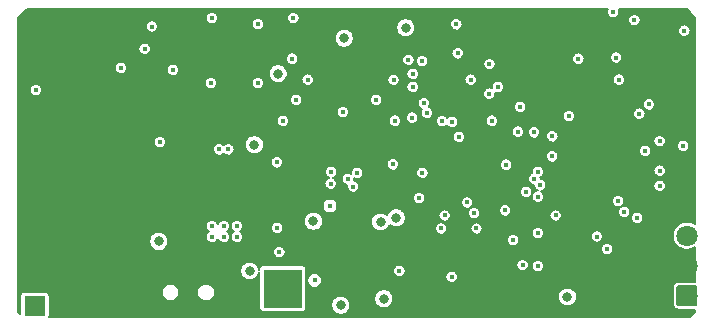
<source format=gbr>
G04 #@! TF.GenerationSoftware,KiCad,Pcbnew,5.1.0*
G04 #@! TF.CreationDate,2019-04-01T22:05:57-06:00*
G04 #@! TF.ProjectId,minisumo-FreeRTOS,6d696e69-7375-46d6-9f2d-467265655254,rev?*
G04 #@! TF.SameCoordinates,Original*
G04 #@! TF.FileFunction,Copper,L2,Inr*
G04 #@! TF.FilePolarity,Positive*
%FSLAX46Y46*%
G04 Gerber Fmt 4.6, Leading zero omitted, Abs format (unit mm)*
G04 Created by KiCad (PCBNEW 5.1.0) date 2019-04-01 22:05:57*
%MOMM*%
%LPD*%
G04 APERTURE LIST*
%ADD10R,3.200000X3.200000*%
%ADD11O,3.200000X3.200000*%
%ADD12C,0.100000*%
%ADD13C,1.800000*%
%ADD14R,1.700000X1.700000*%
%ADD15O,1.700000X1.700000*%
%ADD16C,0.800000*%
%ADD17C,0.450000*%
%ADD18C,0.200000*%
G04 APERTURE END LIST*
D10*
X133000000Y-108000000D03*
D11*
X117760000Y-108000000D03*
D12*
G36*
X167874324Y-107701205D02*
G01*
X167898612Y-107704808D01*
X167922429Y-107710774D01*
X167945547Y-107719045D01*
X167967743Y-107729543D01*
X167988804Y-107742166D01*
X168008525Y-107756793D01*
X168026718Y-107773282D01*
X168043207Y-107791475D01*
X168057834Y-107811196D01*
X168070457Y-107832257D01*
X168080955Y-107854453D01*
X168089226Y-107877571D01*
X168095192Y-107901388D01*
X168098795Y-107925676D01*
X168100000Y-107950200D01*
X168100000Y-109249800D01*
X168098795Y-109274324D01*
X168095192Y-109298612D01*
X168089226Y-109322429D01*
X168080955Y-109345547D01*
X168070457Y-109367743D01*
X168057834Y-109388804D01*
X168043207Y-109408525D01*
X168026718Y-109426718D01*
X168008525Y-109443207D01*
X167988804Y-109457834D01*
X167967743Y-109470457D01*
X167945547Y-109480955D01*
X167922429Y-109489226D01*
X167898612Y-109495192D01*
X167874324Y-109498795D01*
X167849800Y-109500000D01*
X166550200Y-109500000D01*
X166525676Y-109498795D01*
X166501388Y-109495192D01*
X166477571Y-109489226D01*
X166454453Y-109480955D01*
X166432257Y-109470457D01*
X166411196Y-109457834D01*
X166391475Y-109443207D01*
X166373282Y-109426718D01*
X166356793Y-109408525D01*
X166342166Y-109388804D01*
X166329543Y-109367743D01*
X166319045Y-109345547D01*
X166310774Y-109322429D01*
X166304808Y-109298612D01*
X166301205Y-109274324D01*
X166300000Y-109249800D01*
X166300000Y-107950200D01*
X166301205Y-107925676D01*
X166304808Y-107901388D01*
X166310774Y-107877571D01*
X166319045Y-107854453D01*
X166329543Y-107832257D01*
X166342166Y-107811196D01*
X166356793Y-107791475D01*
X166373282Y-107773282D01*
X166391475Y-107756793D01*
X166411196Y-107742166D01*
X166432257Y-107729543D01*
X166454453Y-107719045D01*
X166477571Y-107710774D01*
X166501388Y-107704808D01*
X166525676Y-107701205D01*
X166550200Y-107700000D01*
X167849800Y-107700000D01*
X167874324Y-107701205D01*
X167874324Y-107701205D01*
G37*
D13*
X167200000Y-108600000D03*
X167200000Y-106060000D03*
X167200000Y-103520000D03*
D14*
X112000000Y-109500000D03*
D15*
X112000000Y-106960000D03*
D16*
X141555000Y-108850000D03*
X137900000Y-109400000D03*
X130200000Y-106500000D03*
X141275144Y-102350021D03*
X157100000Y-108700000D03*
D17*
X111700000Y-96400000D03*
X122800000Y-106600000D03*
X115000000Y-109000000D03*
X132500000Y-86700000D03*
X135100000Y-85200000D03*
X119400000Y-94300000D03*
X118400000Y-94300000D03*
X117500000Y-94300000D03*
X116600000Y-94300000D03*
X125400000Y-99000000D03*
X124150000Y-99000000D03*
X122900000Y-99000000D03*
X118400000Y-95300000D03*
X117500000Y-95300000D03*
X119400000Y-95300000D03*
X116600000Y-95300000D03*
X117500000Y-97300000D03*
X119400000Y-97300000D03*
X118400000Y-96300000D03*
X117500000Y-96300000D03*
X119400000Y-96300000D03*
X116600000Y-97300000D03*
X116600000Y-96300000D03*
X118400000Y-97300000D03*
X114635000Y-85800000D03*
X128120000Y-88400000D03*
X128120000Y-93400000D03*
X119400000Y-97300000D03*
X119500000Y-98700000D03*
X126800000Y-95600000D03*
X126800000Y-96300000D03*
X139400000Y-108100000D03*
X139400000Y-109200000D03*
X145095000Y-86700000D03*
X140600000Y-96000000D03*
X139900000Y-96000000D03*
X144200000Y-92100000D03*
X149175000Y-108850000D03*
X151715000Y-108850000D03*
X151715000Y-95150000D03*
X151300000Y-93000000D03*
X150787500Y-106800000D03*
X134287500Y-103100000D03*
X152555000Y-90300000D03*
X149223368Y-95733270D03*
X147400000Y-101500000D03*
X163800000Y-91050000D03*
X140775021Y-99122975D03*
X165000000Y-100575000D03*
X147975000Y-102900000D03*
X157100000Y-105100000D03*
X157387500Y-96800000D03*
X157400000Y-95100000D03*
X158787500Y-93400000D03*
X134287500Y-104900000D03*
X157000000Y-104200000D03*
X156100000Y-106000000D03*
X134874990Y-95497468D03*
X113900000Y-92675000D03*
X166825000Y-99887500D03*
X150125000Y-86100000D03*
X156925000Y-91850000D03*
X165675000Y-90325000D03*
X165275000Y-85200000D03*
X158900000Y-88475000D03*
X162450000Y-108325000D03*
X158925000Y-100975000D03*
X160250000Y-88450000D03*
D16*
X130600000Y-95800000D03*
X143400000Y-85900000D03*
X132600000Y-89800000D03*
D17*
X142873135Y-106498454D03*
X135700000Y-107300000D03*
D16*
X142600000Y-102000000D03*
D17*
X136999837Y-100995883D03*
X127600000Y-96200000D03*
X128400000Y-96200000D03*
X129100000Y-102700000D03*
X128000000Y-102700000D03*
X127000000Y-102700000D03*
X135100000Y-90300000D03*
X112095000Y-91200000D03*
X121905000Y-85800000D03*
X127000000Y-85100000D03*
X126900000Y-90600000D03*
X134120000Y-92000000D03*
X133800000Y-88524989D03*
X129100000Y-103600000D03*
X127000000Y-103600000D03*
X128000000Y-103600000D03*
X148905000Y-90300000D03*
X144000000Y-90900000D03*
X150700000Y-93774998D03*
X146700000Y-101800000D03*
X132519166Y-102844398D03*
X161445000Y-90300000D03*
X142330201Y-97475010D03*
X144535730Y-100333924D03*
X167000000Y-86150000D03*
X161400000Y-100575000D03*
X146400000Y-102900000D03*
X155812500Y-96800000D03*
X155825000Y-95100000D03*
X157212500Y-93400000D03*
X132712500Y-104900000D03*
X152500000Y-103900000D03*
X153300000Y-106000000D03*
X147700000Y-85625000D03*
X166900000Y-95900000D03*
X162775000Y-85250000D03*
X160475000Y-104650000D03*
X147300000Y-107000000D03*
X150500000Y-89000000D03*
X164000000Y-92400000D03*
D16*
X135600000Y-102300000D03*
X138200000Y-86800010D03*
D17*
X138949978Y-99349284D03*
X138500000Y-98700000D03*
X147905000Y-95150000D03*
X147334827Y-93865173D03*
X151200000Y-90900000D03*
X150490904Y-91478751D03*
X144000000Y-89800000D03*
X153093387Y-92593409D03*
X151900000Y-97500000D03*
X144800000Y-88724979D03*
X154270243Y-94760102D03*
X158025000Y-88525000D03*
X149400000Y-102900000D03*
X163000000Y-102000000D03*
X161225000Y-88425000D03*
X149200000Y-101600000D03*
X161900000Y-101500000D03*
X160975000Y-84575000D03*
X142500000Y-93774998D03*
X147800000Y-88075002D03*
X142376234Y-90310768D03*
X143950011Y-93513112D03*
X145200000Y-93100000D03*
X146484827Y-93815173D03*
X144824990Y-98200000D03*
X143640856Y-88628799D03*
X144948960Y-92308078D03*
X154600000Y-100200000D03*
X164900000Y-99300000D03*
X153600000Y-99800000D03*
X164900000Y-98000000D03*
X154800000Y-99200000D03*
X163675010Y-96330265D03*
X154300000Y-98700000D03*
X164900000Y-95500000D03*
X154600000Y-98100000D03*
X163192478Y-93179274D03*
X130900000Y-90600000D03*
X130900000Y-85600000D03*
X138075010Y-93057781D03*
X133900000Y-85100000D03*
D16*
X122500000Y-104000000D03*
D17*
X159583660Y-103580860D03*
X156100000Y-101800000D03*
X139300000Y-98200000D03*
X151822678Y-101375010D03*
X152900000Y-94700000D03*
X154600000Y-106100000D03*
X148600000Y-100700000D03*
X140900000Y-92000000D03*
X154600000Y-103300000D03*
X122600000Y-95600000D03*
X123686389Y-89473186D03*
X121300000Y-87700000D03*
X119300000Y-89300000D03*
X133000000Y-93800000D03*
X137095778Y-98098424D03*
X132500000Y-97300000D03*
X137051654Y-99097129D03*
D18*
G36*
X160509751Y-84326319D02*
G01*
X160470176Y-84421863D01*
X160450000Y-84523292D01*
X160450000Y-84626708D01*
X160470176Y-84728137D01*
X160509751Y-84823681D01*
X160567206Y-84909668D01*
X160640332Y-84982794D01*
X160726319Y-85040249D01*
X160821863Y-85079824D01*
X160923292Y-85100000D01*
X161026708Y-85100000D01*
X161128137Y-85079824D01*
X161223681Y-85040249D01*
X161309668Y-84982794D01*
X161382794Y-84909668D01*
X161440249Y-84823681D01*
X161479824Y-84728137D01*
X161500000Y-84626708D01*
X161500000Y-84523292D01*
X161479824Y-84421863D01*
X161440249Y-84326319D01*
X161439368Y-84325000D01*
X167183578Y-84325000D01*
X167900000Y-85041422D01*
X167900000Y-102544498D01*
X167768413Y-102456574D01*
X167550027Y-102366116D01*
X167318190Y-102320000D01*
X167081810Y-102320000D01*
X166849973Y-102366116D01*
X166631587Y-102456574D01*
X166435045Y-102587899D01*
X166267899Y-102755045D01*
X166136574Y-102951587D01*
X166046116Y-103169973D01*
X166000000Y-103401810D01*
X166000000Y-103638190D01*
X166046116Y-103870027D01*
X166136574Y-104088413D01*
X166267899Y-104284955D01*
X166435045Y-104452101D01*
X166631587Y-104583426D01*
X166849973Y-104673884D01*
X167081810Y-104720000D01*
X167318190Y-104720000D01*
X167550027Y-104673884D01*
X167768413Y-104583426D01*
X167900000Y-104495502D01*
X167900000Y-107403493D01*
X167849800Y-107398549D01*
X166550200Y-107398549D01*
X166442578Y-107409149D01*
X166339092Y-107440541D01*
X166243719Y-107491519D01*
X166160124Y-107560124D01*
X166091519Y-107643719D01*
X166040541Y-107739092D01*
X166009149Y-107842578D01*
X165998549Y-107950200D01*
X165998549Y-109249800D01*
X166009149Y-109357422D01*
X166040541Y-109460908D01*
X166091519Y-109556281D01*
X166160124Y-109639876D01*
X166243719Y-109708481D01*
X166339092Y-109759459D01*
X166442578Y-109790851D01*
X166550200Y-109801451D01*
X167849800Y-109801451D01*
X167900000Y-109796507D01*
X167900000Y-109958578D01*
X167458578Y-110400000D01*
X113247010Y-110400000D01*
X113251935Y-110350000D01*
X113251935Y-108650000D01*
X113244212Y-108571586D01*
X113221340Y-108496186D01*
X113184197Y-108426697D01*
X113134211Y-108365789D01*
X113073303Y-108315803D01*
X113003814Y-108278660D01*
X112929545Y-108256131D01*
X122750000Y-108256131D01*
X122750000Y-108403869D01*
X122778822Y-108548767D01*
X122835359Y-108685258D01*
X122917437Y-108808097D01*
X123021903Y-108912563D01*
X123144742Y-108994641D01*
X123281233Y-109051178D01*
X123426131Y-109080000D01*
X123573869Y-109080000D01*
X123718767Y-109051178D01*
X123855258Y-108994641D01*
X123978097Y-108912563D01*
X124082563Y-108808097D01*
X124164641Y-108685258D01*
X124221178Y-108548767D01*
X124250000Y-108403869D01*
X124250000Y-108256131D01*
X125750000Y-108256131D01*
X125750000Y-108403869D01*
X125778822Y-108548767D01*
X125835359Y-108685258D01*
X125917437Y-108808097D01*
X126021903Y-108912563D01*
X126144742Y-108994641D01*
X126281233Y-109051178D01*
X126426131Y-109080000D01*
X126573869Y-109080000D01*
X126718767Y-109051178D01*
X126855258Y-108994641D01*
X126978097Y-108912563D01*
X127082563Y-108808097D01*
X127164641Y-108685258D01*
X127221178Y-108548767D01*
X127250000Y-108403869D01*
X127250000Y-108256131D01*
X127221178Y-108111233D01*
X127164641Y-107974742D01*
X127082563Y-107851903D01*
X126978097Y-107747437D01*
X126855258Y-107665359D01*
X126718767Y-107608822D01*
X126573869Y-107580000D01*
X126426131Y-107580000D01*
X126281233Y-107608822D01*
X126144742Y-107665359D01*
X126021903Y-107747437D01*
X125917437Y-107851903D01*
X125835359Y-107974742D01*
X125778822Y-108111233D01*
X125750000Y-108256131D01*
X124250000Y-108256131D01*
X124221178Y-108111233D01*
X124164641Y-107974742D01*
X124082563Y-107851903D01*
X123978097Y-107747437D01*
X123855258Y-107665359D01*
X123718767Y-107608822D01*
X123573869Y-107580000D01*
X123426131Y-107580000D01*
X123281233Y-107608822D01*
X123144742Y-107665359D01*
X123021903Y-107747437D01*
X122917437Y-107851903D01*
X122835359Y-107974742D01*
X122778822Y-108111233D01*
X122750000Y-108256131D01*
X112929545Y-108256131D01*
X112928414Y-108255788D01*
X112850000Y-108248065D01*
X111150000Y-108248065D01*
X111071586Y-108255788D01*
X110996186Y-108278660D01*
X110926697Y-108315803D01*
X110865789Y-108365789D01*
X110815803Y-108426697D01*
X110778660Y-108496186D01*
X110755788Y-108571586D01*
X110748065Y-108650000D01*
X110748065Y-110106643D01*
X110600000Y-109958578D01*
X110600000Y-106421207D01*
X129400000Y-106421207D01*
X129400000Y-106578793D01*
X129430743Y-106733351D01*
X129491049Y-106878942D01*
X129578599Y-107009970D01*
X129690030Y-107121401D01*
X129821058Y-107208951D01*
X129966649Y-107269257D01*
X130121207Y-107300000D01*
X130278793Y-107300000D01*
X130433351Y-107269257D01*
X130578942Y-107208951D01*
X130709970Y-107121401D01*
X130821401Y-107009970D01*
X130908951Y-106878942D01*
X130969257Y-106733351D01*
X130998065Y-106588521D01*
X130998065Y-109600000D01*
X131005788Y-109678414D01*
X131028660Y-109753814D01*
X131065803Y-109823303D01*
X131115789Y-109884211D01*
X131176697Y-109934197D01*
X131246186Y-109971340D01*
X131321586Y-109994212D01*
X131400000Y-110001935D01*
X134600000Y-110001935D01*
X134678414Y-109994212D01*
X134753814Y-109971340D01*
X134823303Y-109934197D01*
X134884211Y-109884211D01*
X134934197Y-109823303D01*
X134971340Y-109753814D01*
X134994212Y-109678414D01*
X135001935Y-109600000D01*
X135001935Y-109321207D01*
X137100000Y-109321207D01*
X137100000Y-109478793D01*
X137130743Y-109633351D01*
X137191049Y-109778942D01*
X137278599Y-109909970D01*
X137390030Y-110021401D01*
X137521058Y-110108951D01*
X137666649Y-110169257D01*
X137821207Y-110200000D01*
X137978793Y-110200000D01*
X138133351Y-110169257D01*
X138278942Y-110108951D01*
X138409970Y-110021401D01*
X138521401Y-109909970D01*
X138608951Y-109778942D01*
X138669257Y-109633351D01*
X138700000Y-109478793D01*
X138700000Y-109321207D01*
X138669257Y-109166649D01*
X138608951Y-109021058D01*
X138521401Y-108890030D01*
X138409970Y-108778599D01*
X138398908Y-108771207D01*
X140755000Y-108771207D01*
X140755000Y-108928793D01*
X140785743Y-109083351D01*
X140846049Y-109228942D01*
X140933599Y-109359970D01*
X141045030Y-109471401D01*
X141176058Y-109558951D01*
X141321649Y-109619257D01*
X141476207Y-109650000D01*
X141633793Y-109650000D01*
X141788351Y-109619257D01*
X141933942Y-109558951D01*
X142064970Y-109471401D01*
X142176401Y-109359970D01*
X142263951Y-109228942D01*
X142324257Y-109083351D01*
X142355000Y-108928793D01*
X142355000Y-108771207D01*
X142325164Y-108621207D01*
X156300000Y-108621207D01*
X156300000Y-108778793D01*
X156330743Y-108933351D01*
X156391049Y-109078942D01*
X156478599Y-109209970D01*
X156590030Y-109321401D01*
X156721058Y-109408951D01*
X156866649Y-109469257D01*
X157021207Y-109500000D01*
X157178793Y-109500000D01*
X157333351Y-109469257D01*
X157478942Y-109408951D01*
X157609970Y-109321401D01*
X157721401Y-109209970D01*
X157808951Y-109078942D01*
X157869257Y-108933351D01*
X157900000Y-108778793D01*
X157900000Y-108621207D01*
X157869257Y-108466649D01*
X157808951Y-108321058D01*
X157721401Y-108190030D01*
X157609970Y-108078599D01*
X157478942Y-107991049D01*
X157333351Y-107930743D01*
X157178793Y-107900000D01*
X157021207Y-107900000D01*
X156866649Y-107930743D01*
X156721058Y-107991049D01*
X156590030Y-108078599D01*
X156478599Y-108190030D01*
X156391049Y-108321058D01*
X156330743Y-108466649D01*
X156300000Y-108621207D01*
X142325164Y-108621207D01*
X142324257Y-108616649D01*
X142263951Y-108471058D01*
X142176401Y-108340030D01*
X142064970Y-108228599D01*
X141933942Y-108141049D01*
X141788351Y-108080743D01*
X141633793Y-108050000D01*
X141476207Y-108050000D01*
X141321649Y-108080743D01*
X141176058Y-108141049D01*
X141045030Y-108228599D01*
X140933599Y-108340030D01*
X140846049Y-108471058D01*
X140785743Y-108616649D01*
X140755000Y-108771207D01*
X138398908Y-108771207D01*
X138278942Y-108691049D01*
X138133351Y-108630743D01*
X137978793Y-108600000D01*
X137821207Y-108600000D01*
X137666649Y-108630743D01*
X137521058Y-108691049D01*
X137390030Y-108778599D01*
X137278599Y-108890030D01*
X137191049Y-109021058D01*
X137130743Y-109166649D01*
X137100000Y-109321207D01*
X135001935Y-109321207D01*
X135001935Y-107238443D01*
X135075000Y-107238443D01*
X135075000Y-107361557D01*
X135099019Y-107482306D01*
X135146132Y-107596048D01*
X135214531Y-107698414D01*
X135301586Y-107785469D01*
X135403952Y-107853868D01*
X135517694Y-107900981D01*
X135638443Y-107925000D01*
X135761557Y-107925000D01*
X135882306Y-107900981D01*
X135996048Y-107853868D01*
X136098414Y-107785469D01*
X136185469Y-107698414D01*
X136253868Y-107596048D01*
X136300981Y-107482306D01*
X136325000Y-107361557D01*
X136325000Y-107238443D01*
X136300981Y-107117694D01*
X136253868Y-107003952D01*
X136185469Y-106901586D01*
X136098414Y-106814531D01*
X135996048Y-106746132D01*
X135882306Y-106699019D01*
X135761557Y-106675000D01*
X135638443Y-106675000D01*
X135517694Y-106699019D01*
X135403952Y-106746132D01*
X135301586Y-106814531D01*
X135214531Y-106901586D01*
X135146132Y-107003952D01*
X135099019Y-107117694D01*
X135075000Y-107238443D01*
X135001935Y-107238443D01*
X135001935Y-106446746D01*
X142348135Y-106446746D01*
X142348135Y-106550162D01*
X142368311Y-106651591D01*
X142407886Y-106747135D01*
X142465341Y-106833122D01*
X142538467Y-106906248D01*
X142624454Y-106963703D01*
X142719998Y-107003278D01*
X142821427Y-107023454D01*
X142924843Y-107023454D01*
X143026272Y-107003278D01*
X143121816Y-106963703D01*
X143144880Y-106948292D01*
X146775000Y-106948292D01*
X146775000Y-107051708D01*
X146795176Y-107153137D01*
X146834751Y-107248681D01*
X146892206Y-107334668D01*
X146965332Y-107407794D01*
X147051319Y-107465249D01*
X147146863Y-107504824D01*
X147248292Y-107525000D01*
X147351708Y-107525000D01*
X147453137Y-107504824D01*
X147548681Y-107465249D01*
X147634668Y-107407794D01*
X147707794Y-107334668D01*
X147765249Y-107248681D01*
X147804824Y-107153137D01*
X147825000Y-107051708D01*
X147825000Y-106948292D01*
X147804824Y-106846863D01*
X147765249Y-106751319D01*
X147707794Y-106665332D01*
X147634668Y-106592206D01*
X147548681Y-106534751D01*
X147453137Y-106495176D01*
X147351708Y-106475000D01*
X147248292Y-106475000D01*
X147146863Y-106495176D01*
X147051319Y-106534751D01*
X146965332Y-106592206D01*
X146892206Y-106665332D01*
X146834751Y-106751319D01*
X146795176Y-106846863D01*
X146775000Y-106948292D01*
X143144880Y-106948292D01*
X143207803Y-106906248D01*
X143280929Y-106833122D01*
X143338384Y-106747135D01*
X143377959Y-106651591D01*
X143398135Y-106550162D01*
X143398135Y-106446746D01*
X143377959Y-106345317D01*
X143338384Y-106249773D01*
X143280929Y-106163786D01*
X143207803Y-106090660D01*
X143121816Y-106033205D01*
X143026272Y-105993630D01*
X142924843Y-105973454D01*
X142821427Y-105973454D01*
X142719998Y-105993630D01*
X142624454Y-106033205D01*
X142538467Y-106090660D01*
X142465341Y-106163786D01*
X142407886Y-106249773D01*
X142368311Y-106345317D01*
X142348135Y-106446746D01*
X135001935Y-106446746D01*
X135001935Y-106400000D01*
X134994212Y-106321586D01*
X134971340Y-106246186D01*
X134934197Y-106176697D01*
X134884211Y-106115789D01*
X134823303Y-106065803D01*
X134753814Y-106028660D01*
X134678414Y-106005788D01*
X134600000Y-105998065D01*
X131400000Y-105998065D01*
X131321586Y-106005788D01*
X131246186Y-106028660D01*
X131176697Y-106065803D01*
X131115789Y-106115789D01*
X131065803Y-106176697D01*
X131028660Y-106246186D01*
X131005788Y-106321586D01*
X130998065Y-106400000D01*
X130998065Y-106411479D01*
X130969257Y-106266649D01*
X130908951Y-106121058D01*
X130821401Y-105990030D01*
X130779663Y-105948292D01*
X152775000Y-105948292D01*
X152775000Y-106051708D01*
X152795176Y-106153137D01*
X152834751Y-106248681D01*
X152892206Y-106334668D01*
X152965332Y-106407794D01*
X153051319Y-106465249D01*
X153146863Y-106504824D01*
X153248292Y-106525000D01*
X153351708Y-106525000D01*
X153453137Y-106504824D01*
X153548681Y-106465249D01*
X153634668Y-106407794D01*
X153707794Y-106334668D01*
X153765249Y-106248681D01*
X153804824Y-106153137D01*
X153825000Y-106051708D01*
X153825000Y-106048292D01*
X154075000Y-106048292D01*
X154075000Y-106151708D01*
X154095176Y-106253137D01*
X154134751Y-106348681D01*
X154192206Y-106434668D01*
X154265332Y-106507794D01*
X154351319Y-106565249D01*
X154446863Y-106604824D01*
X154548292Y-106625000D01*
X154651708Y-106625000D01*
X154753137Y-106604824D01*
X154848681Y-106565249D01*
X154934668Y-106507794D01*
X155007794Y-106434668D01*
X155065249Y-106348681D01*
X155104824Y-106253137D01*
X155125000Y-106151708D01*
X155125000Y-106048292D01*
X155104824Y-105946863D01*
X155065249Y-105851319D01*
X155007794Y-105765332D01*
X154934668Y-105692206D01*
X154848681Y-105634751D01*
X154753137Y-105595176D01*
X154651708Y-105575000D01*
X154548292Y-105575000D01*
X154446863Y-105595176D01*
X154351319Y-105634751D01*
X154265332Y-105692206D01*
X154192206Y-105765332D01*
X154134751Y-105851319D01*
X154095176Y-105946863D01*
X154075000Y-106048292D01*
X153825000Y-106048292D01*
X153825000Y-105948292D01*
X153804824Y-105846863D01*
X153765249Y-105751319D01*
X153707794Y-105665332D01*
X153634668Y-105592206D01*
X153548681Y-105534751D01*
X153453137Y-105495176D01*
X153351708Y-105475000D01*
X153248292Y-105475000D01*
X153146863Y-105495176D01*
X153051319Y-105534751D01*
X152965332Y-105592206D01*
X152892206Y-105665332D01*
X152834751Y-105751319D01*
X152795176Y-105846863D01*
X152775000Y-105948292D01*
X130779663Y-105948292D01*
X130709970Y-105878599D01*
X130578942Y-105791049D01*
X130433351Y-105730743D01*
X130278793Y-105700000D01*
X130121207Y-105700000D01*
X129966649Y-105730743D01*
X129821058Y-105791049D01*
X129690030Y-105878599D01*
X129578599Y-105990030D01*
X129491049Y-106121058D01*
X129430743Y-106266649D01*
X129400000Y-106421207D01*
X110600000Y-106421207D01*
X110600000Y-104848292D01*
X132187500Y-104848292D01*
X132187500Y-104951708D01*
X132207676Y-105053137D01*
X132247251Y-105148681D01*
X132304706Y-105234668D01*
X132377832Y-105307794D01*
X132463819Y-105365249D01*
X132559363Y-105404824D01*
X132660792Y-105425000D01*
X132764208Y-105425000D01*
X132865637Y-105404824D01*
X132961181Y-105365249D01*
X133047168Y-105307794D01*
X133120294Y-105234668D01*
X133177749Y-105148681D01*
X133217324Y-105053137D01*
X133237500Y-104951708D01*
X133237500Y-104848292D01*
X133217324Y-104746863D01*
X133177749Y-104651319D01*
X133142318Y-104598292D01*
X159950000Y-104598292D01*
X159950000Y-104701708D01*
X159970176Y-104803137D01*
X160009751Y-104898681D01*
X160067206Y-104984668D01*
X160140332Y-105057794D01*
X160226319Y-105115249D01*
X160321863Y-105154824D01*
X160423292Y-105175000D01*
X160526708Y-105175000D01*
X160628137Y-105154824D01*
X160723681Y-105115249D01*
X160809668Y-105057794D01*
X160882794Y-104984668D01*
X160940249Y-104898681D01*
X160979824Y-104803137D01*
X161000000Y-104701708D01*
X161000000Y-104598292D01*
X160979824Y-104496863D01*
X160940249Y-104401319D01*
X160882794Y-104315332D01*
X160809668Y-104242206D01*
X160723681Y-104184751D01*
X160628137Y-104145176D01*
X160526708Y-104125000D01*
X160423292Y-104125000D01*
X160321863Y-104145176D01*
X160226319Y-104184751D01*
X160140332Y-104242206D01*
X160067206Y-104315332D01*
X160009751Y-104401319D01*
X159970176Y-104496863D01*
X159950000Y-104598292D01*
X133142318Y-104598292D01*
X133120294Y-104565332D01*
X133047168Y-104492206D01*
X132961181Y-104434751D01*
X132865637Y-104395176D01*
X132764208Y-104375000D01*
X132660792Y-104375000D01*
X132559363Y-104395176D01*
X132463819Y-104434751D01*
X132377832Y-104492206D01*
X132304706Y-104565332D01*
X132247251Y-104651319D01*
X132207676Y-104746863D01*
X132187500Y-104848292D01*
X110600000Y-104848292D01*
X110600000Y-103921207D01*
X121700000Y-103921207D01*
X121700000Y-104078793D01*
X121730743Y-104233351D01*
X121791049Y-104378942D01*
X121878599Y-104509970D01*
X121990030Y-104621401D01*
X122121058Y-104708951D01*
X122266649Y-104769257D01*
X122421207Y-104800000D01*
X122578793Y-104800000D01*
X122733351Y-104769257D01*
X122878942Y-104708951D01*
X123009970Y-104621401D01*
X123121401Y-104509970D01*
X123208951Y-104378942D01*
X123269257Y-104233351D01*
X123300000Y-104078793D01*
X123300000Y-103921207D01*
X123269257Y-103766649D01*
X123208951Y-103621058D01*
X123121401Y-103490030D01*
X123009970Y-103378599D01*
X122878942Y-103291049D01*
X122733351Y-103230743D01*
X122578793Y-103200000D01*
X122421207Y-103200000D01*
X122266649Y-103230743D01*
X122121058Y-103291049D01*
X121990030Y-103378599D01*
X121878599Y-103490030D01*
X121791049Y-103621058D01*
X121730743Y-103766649D01*
X121700000Y-103921207D01*
X110600000Y-103921207D01*
X110600000Y-102648292D01*
X126475000Y-102648292D01*
X126475000Y-102751708D01*
X126495176Y-102853137D01*
X126534751Y-102948681D01*
X126592206Y-103034668D01*
X126665332Y-103107794D01*
X126728497Y-103150000D01*
X126665332Y-103192206D01*
X126592206Y-103265332D01*
X126534751Y-103351319D01*
X126495176Y-103446863D01*
X126475000Y-103548292D01*
X126475000Y-103651708D01*
X126495176Y-103753137D01*
X126534751Y-103848681D01*
X126592206Y-103934668D01*
X126665332Y-104007794D01*
X126751319Y-104065249D01*
X126846863Y-104104824D01*
X126948292Y-104125000D01*
X127051708Y-104125000D01*
X127153137Y-104104824D01*
X127248681Y-104065249D01*
X127334668Y-104007794D01*
X127407794Y-103934668D01*
X127465249Y-103848681D01*
X127500000Y-103764783D01*
X127534751Y-103848681D01*
X127592206Y-103934668D01*
X127665332Y-104007794D01*
X127751319Y-104065249D01*
X127846863Y-104104824D01*
X127948292Y-104125000D01*
X128051708Y-104125000D01*
X128153137Y-104104824D01*
X128248681Y-104065249D01*
X128334668Y-104007794D01*
X128407794Y-103934668D01*
X128465249Y-103848681D01*
X128504824Y-103753137D01*
X128525000Y-103651708D01*
X128525000Y-103548292D01*
X128504824Y-103446863D01*
X128465249Y-103351319D01*
X128407794Y-103265332D01*
X128334668Y-103192206D01*
X128271503Y-103150000D01*
X128334668Y-103107794D01*
X128407794Y-103034668D01*
X128465249Y-102948681D01*
X128504824Y-102853137D01*
X128525000Y-102751708D01*
X128525000Y-102648292D01*
X128575000Y-102648292D01*
X128575000Y-102751708D01*
X128595176Y-102853137D01*
X128634751Y-102948681D01*
X128692206Y-103034668D01*
X128765332Y-103107794D01*
X128828497Y-103150000D01*
X128765332Y-103192206D01*
X128692206Y-103265332D01*
X128634751Y-103351319D01*
X128595176Y-103446863D01*
X128575000Y-103548292D01*
X128575000Y-103651708D01*
X128595176Y-103753137D01*
X128634751Y-103848681D01*
X128692206Y-103934668D01*
X128765332Y-104007794D01*
X128851319Y-104065249D01*
X128946863Y-104104824D01*
X129048292Y-104125000D01*
X129151708Y-104125000D01*
X129253137Y-104104824D01*
X129348681Y-104065249D01*
X129434668Y-104007794D01*
X129507794Y-103934668D01*
X129565249Y-103848681D01*
X129565410Y-103848292D01*
X151975000Y-103848292D01*
X151975000Y-103951708D01*
X151995176Y-104053137D01*
X152034751Y-104148681D01*
X152092206Y-104234668D01*
X152165332Y-104307794D01*
X152251319Y-104365249D01*
X152346863Y-104404824D01*
X152448292Y-104425000D01*
X152551708Y-104425000D01*
X152653137Y-104404824D01*
X152748681Y-104365249D01*
X152834668Y-104307794D01*
X152907794Y-104234668D01*
X152965249Y-104148681D01*
X153004824Y-104053137D01*
X153025000Y-103951708D01*
X153025000Y-103848292D01*
X153004824Y-103746863D01*
X152965249Y-103651319D01*
X152907794Y-103565332D01*
X152834668Y-103492206D01*
X152748681Y-103434751D01*
X152653137Y-103395176D01*
X152551708Y-103375000D01*
X152448292Y-103375000D01*
X152346863Y-103395176D01*
X152251319Y-103434751D01*
X152165332Y-103492206D01*
X152092206Y-103565332D01*
X152034751Y-103651319D01*
X151995176Y-103746863D01*
X151975000Y-103848292D01*
X129565410Y-103848292D01*
X129604824Y-103753137D01*
X129625000Y-103651708D01*
X129625000Y-103548292D01*
X129604824Y-103446863D01*
X129565249Y-103351319D01*
X129507794Y-103265332D01*
X129434668Y-103192206D01*
X129371503Y-103150000D01*
X129434668Y-103107794D01*
X129507794Y-103034668D01*
X129565249Y-102948681D01*
X129604824Y-102853137D01*
X129616847Y-102792690D01*
X131994166Y-102792690D01*
X131994166Y-102896106D01*
X132014342Y-102997535D01*
X132053917Y-103093079D01*
X132111372Y-103179066D01*
X132184498Y-103252192D01*
X132270485Y-103309647D01*
X132366029Y-103349222D01*
X132467458Y-103369398D01*
X132570874Y-103369398D01*
X132672303Y-103349222D01*
X132767847Y-103309647D01*
X132853834Y-103252192D01*
X132926960Y-103179066D01*
X132984415Y-103093079D01*
X133023990Y-102997535D01*
X133044166Y-102896106D01*
X133044166Y-102792690D01*
X133023990Y-102691261D01*
X132984415Y-102595717D01*
X132926960Y-102509730D01*
X132853834Y-102436604D01*
X132767847Y-102379149D01*
X132672303Y-102339574D01*
X132570874Y-102319398D01*
X132467458Y-102319398D01*
X132366029Y-102339574D01*
X132270485Y-102379149D01*
X132184498Y-102436604D01*
X132111372Y-102509730D01*
X132053917Y-102595717D01*
X132014342Y-102691261D01*
X131994166Y-102792690D01*
X129616847Y-102792690D01*
X129625000Y-102751708D01*
X129625000Y-102648292D01*
X129604824Y-102546863D01*
X129565249Y-102451319D01*
X129507794Y-102365332D01*
X129434668Y-102292206D01*
X129348681Y-102234751D01*
X129315983Y-102221207D01*
X134800000Y-102221207D01*
X134800000Y-102378793D01*
X134830743Y-102533351D01*
X134891049Y-102678942D01*
X134978599Y-102809970D01*
X135090030Y-102921401D01*
X135221058Y-103008951D01*
X135366649Y-103069257D01*
X135521207Y-103100000D01*
X135678793Y-103100000D01*
X135833351Y-103069257D01*
X135978942Y-103008951D01*
X136109970Y-102921401D01*
X136221401Y-102809970D01*
X136308951Y-102678942D01*
X136369257Y-102533351D01*
X136400000Y-102378793D01*
X136400000Y-102271228D01*
X140475144Y-102271228D01*
X140475144Y-102428814D01*
X140505887Y-102583372D01*
X140566193Y-102728963D01*
X140653743Y-102859991D01*
X140765174Y-102971422D01*
X140896202Y-103058972D01*
X141041793Y-103119278D01*
X141196351Y-103150021D01*
X141353937Y-103150021D01*
X141508495Y-103119278D01*
X141654086Y-103058972D01*
X141785114Y-102971422D01*
X141896545Y-102859991D01*
X141904362Y-102848292D01*
X145875000Y-102848292D01*
X145875000Y-102951708D01*
X145895176Y-103053137D01*
X145934751Y-103148681D01*
X145992206Y-103234668D01*
X146065332Y-103307794D01*
X146151319Y-103365249D01*
X146246863Y-103404824D01*
X146348292Y-103425000D01*
X146451708Y-103425000D01*
X146553137Y-103404824D01*
X146648681Y-103365249D01*
X146734668Y-103307794D01*
X146807794Y-103234668D01*
X146865249Y-103148681D01*
X146904824Y-103053137D01*
X146925000Y-102951708D01*
X146925000Y-102848292D01*
X148875000Y-102848292D01*
X148875000Y-102951708D01*
X148895176Y-103053137D01*
X148934751Y-103148681D01*
X148992206Y-103234668D01*
X149065332Y-103307794D01*
X149151319Y-103365249D01*
X149246863Y-103404824D01*
X149348292Y-103425000D01*
X149451708Y-103425000D01*
X149553137Y-103404824D01*
X149648681Y-103365249D01*
X149734668Y-103307794D01*
X149794170Y-103248292D01*
X154075000Y-103248292D01*
X154075000Y-103351708D01*
X154095176Y-103453137D01*
X154134751Y-103548681D01*
X154192206Y-103634668D01*
X154265332Y-103707794D01*
X154351319Y-103765249D01*
X154446863Y-103804824D01*
X154548292Y-103825000D01*
X154651708Y-103825000D01*
X154753137Y-103804824D01*
X154848681Y-103765249D01*
X154934668Y-103707794D01*
X155007794Y-103634668D01*
X155065249Y-103548681D01*
X155073338Y-103529152D01*
X159058660Y-103529152D01*
X159058660Y-103632568D01*
X159078836Y-103733997D01*
X159118411Y-103829541D01*
X159175866Y-103915528D01*
X159248992Y-103988654D01*
X159334979Y-104046109D01*
X159430523Y-104085684D01*
X159531952Y-104105860D01*
X159635368Y-104105860D01*
X159736797Y-104085684D01*
X159832341Y-104046109D01*
X159918328Y-103988654D01*
X159991454Y-103915528D01*
X160048909Y-103829541D01*
X160088484Y-103733997D01*
X160108660Y-103632568D01*
X160108660Y-103529152D01*
X160088484Y-103427723D01*
X160048909Y-103332179D01*
X159991454Y-103246192D01*
X159918328Y-103173066D01*
X159832341Y-103115611D01*
X159736797Y-103076036D01*
X159635368Y-103055860D01*
X159531952Y-103055860D01*
X159430523Y-103076036D01*
X159334979Y-103115611D01*
X159248992Y-103173066D01*
X159175866Y-103246192D01*
X159118411Y-103332179D01*
X159078836Y-103427723D01*
X159058660Y-103529152D01*
X155073338Y-103529152D01*
X155104824Y-103453137D01*
X155125000Y-103351708D01*
X155125000Y-103248292D01*
X155104824Y-103146863D01*
X155065249Y-103051319D01*
X155007794Y-102965332D01*
X154934668Y-102892206D01*
X154848681Y-102834751D01*
X154753137Y-102795176D01*
X154651708Y-102775000D01*
X154548292Y-102775000D01*
X154446863Y-102795176D01*
X154351319Y-102834751D01*
X154265332Y-102892206D01*
X154192206Y-102965332D01*
X154134751Y-103051319D01*
X154095176Y-103146863D01*
X154075000Y-103248292D01*
X149794170Y-103248292D01*
X149807794Y-103234668D01*
X149865249Y-103148681D01*
X149904824Y-103053137D01*
X149925000Y-102951708D01*
X149925000Y-102848292D01*
X149904824Y-102746863D01*
X149865249Y-102651319D01*
X149807794Y-102565332D01*
X149734668Y-102492206D01*
X149648681Y-102434751D01*
X149553137Y-102395176D01*
X149451708Y-102375000D01*
X149348292Y-102375000D01*
X149246863Y-102395176D01*
X149151319Y-102434751D01*
X149065332Y-102492206D01*
X148992206Y-102565332D01*
X148934751Y-102651319D01*
X148895176Y-102746863D01*
X148875000Y-102848292D01*
X146925000Y-102848292D01*
X146904824Y-102746863D01*
X146865249Y-102651319D01*
X146807794Y-102565332D01*
X146734668Y-102492206D01*
X146648681Y-102434751D01*
X146553137Y-102395176D01*
X146451708Y-102375000D01*
X146348292Y-102375000D01*
X146246863Y-102395176D01*
X146151319Y-102434751D01*
X146065332Y-102492206D01*
X145992206Y-102565332D01*
X145934751Y-102651319D01*
X145895176Y-102746863D01*
X145875000Y-102848292D01*
X141904362Y-102848292D01*
X141984095Y-102728963D01*
X142044401Y-102583372D01*
X142045662Y-102577033D01*
X142090030Y-102621401D01*
X142221058Y-102708951D01*
X142366649Y-102769257D01*
X142521207Y-102800000D01*
X142678793Y-102800000D01*
X142833351Y-102769257D01*
X142978942Y-102708951D01*
X143109970Y-102621401D01*
X143221401Y-102509970D01*
X143308951Y-102378942D01*
X143369257Y-102233351D01*
X143400000Y-102078793D01*
X143400000Y-101921207D01*
X143369257Y-101766649D01*
X143361654Y-101748292D01*
X146175000Y-101748292D01*
X146175000Y-101851708D01*
X146195176Y-101953137D01*
X146234751Y-102048681D01*
X146292206Y-102134668D01*
X146365332Y-102207794D01*
X146451319Y-102265249D01*
X146546863Y-102304824D01*
X146648292Y-102325000D01*
X146751708Y-102325000D01*
X146853137Y-102304824D01*
X146948681Y-102265249D01*
X147034668Y-102207794D01*
X147107794Y-102134668D01*
X147165249Y-102048681D01*
X147204824Y-101953137D01*
X147225000Y-101851708D01*
X147225000Y-101748292D01*
X147204824Y-101646863D01*
X147165249Y-101551319D01*
X147163227Y-101548292D01*
X148675000Y-101548292D01*
X148675000Y-101651708D01*
X148695176Y-101753137D01*
X148734751Y-101848681D01*
X148792206Y-101934668D01*
X148865332Y-102007794D01*
X148951319Y-102065249D01*
X149046863Y-102104824D01*
X149148292Y-102125000D01*
X149251708Y-102125000D01*
X149353137Y-102104824D01*
X149448681Y-102065249D01*
X149534668Y-102007794D01*
X149607794Y-101934668D01*
X149665249Y-101848681D01*
X149704824Y-101753137D01*
X149725000Y-101651708D01*
X149725000Y-101548292D01*
X149704824Y-101446863D01*
X149665249Y-101351319D01*
X149646529Y-101323302D01*
X151297678Y-101323302D01*
X151297678Y-101426718D01*
X151317854Y-101528147D01*
X151357429Y-101623691D01*
X151414884Y-101709678D01*
X151488010Y-101782804D01*
X151573997Y-101840259D01*
X151669541Y-101879834D01*
X151770970Y-101900010D01*
X151874386Y-101900010D01*
X151975815Y-101879834D01*
X152071359Y-101840259D01*
X152157346Y-101782804D01*
X152191858Y-101748292D01*
X155575000Y-101748292D01*
X155575000Y-101851708D01*
X155595176Y-101953137D01*
X155634751Y-102048681D01*
X155692206Y-102134668D01*
X155765332Y-102207794D01*
X155851319Y-102265249D01*
X155946863Y-102304824D01*
X156048292Y-102325000D01*
X156151708Y-102325000D01*
X156253137Y-102304824D01*
X156348681Y-102265249D01*
X156434668Y-102207794D01*
X156507794Y-102134668D01*
X156565249Y-102048681D01*
X156604824Y-101953137D01*
X156625000Y-101851708D01*
X156625000Y-101748292D01*
X156604824Y-101646863D01*
X156565249Y-101551319D01*
X156507794Y-101465332D01*
X156434668Y-101392206D01*
X156348681Y-101334751D01*
X156253137Y-101295176D01*
X156151708Y-101275000D01*
X156048292Y-101275000D01*
X155946863Y-101295176D01*
X155851319Y-101334751D01*
X155765332Y-101392206D01*
X155692206Y-101465332D01*
X155634751Y-101551319D01*
X155595176Y-101646863D01*
X155575000Y-101748292D01*
X152191858Y-101748292D01*
X152230472Y-101709678D01*
X152287927Y-101623691D01*
X152327502Y-101528147D01*
X152347678Y-101426718D01*
X152347678Y-101323302D01*
X152327502Y-101221873D01*
X152287927Y-101126329D01*
X152230472Y-101040342D01*
X152157346Y-100967216D01*
X152071359Y-100909761D01*
X151975815Y-100870186D01*
X151874386Y-100850010D01*
X151770970Y-100850010D01*
X151669541Y-100870186D01*
X151573997Y-100909761D01*
X151488010Y-100967216D01*
X151414884Y-101040342D01*
X151357429Y-101126329D01*
X151317854Y-101221873D01*
X151297678Y-101323302D01*
X149646529Y-101323302D01*
X149607794Y-101265332D01*
X149534668Y-101192206D01*
X149448681Y-101134751D01*
X149353137Y-101095176D01*
X149251708Y-101075000D01*
X149148292Y-101075000D01*
X149046863Y-101095176D01*
X148951319Y-101134751D01*
X148865332Y-101192206D01*
X148792206Y-101265332D01*
X148734751Y-101351319D01*
X148695176Y-101446863D01*
X148675000Y-101548292D01*
X147163227Y-101548292D01*
X147107794Y-101465332D01*
X147034668Y-101392206D01*
X146948681Y-101334751D01*
X146853137Y-101295176D01*
X146751708Y-101275000D01*
X146648292Y-101275000D01*
X146546863Y-101295176D01*
X146451319Y-101334751D01*
X146365332Y-101392206D01*
X146292206Y-101465332D01*
X146234751Y-101551319D01*
X146195176Y-101646863D01*
X146175000Y-101748292D01*
X143361654Y-101748292D01*
X143308951Y-101621058D01*
X143221401Y-101490030D01*
X143109970Y-101378599D01*
X142978942Y-101291049D01*
X142833351Y-101230743D01*
X142678793Y-101200000D01*
X142521207Y-101200000D01*
X142366649Y-101230743D01*
X142221058Y-101291049D01*
X142090030Y-101378599D01*
X141978599Y-101490030D01*
X141891049Y-101621058D01*
X141830743Y-101766649D01*
X141829482Y-101772988D01*
X141785114Y-101728620D01*
X141654086Y-101641070D01*
X141508495Y-101580764D01*
X141353937Y-101550021D01*
X141196351Y-101550021D01*
X141041793Y-101580764D01*
X140896202Y-101641070D01*
X140765174Y-101728620D01*
X140653743Y-101840051D01*
X140566193Y-101971079D01*
X140505887Y-102116670D01*
X140475144Y-102271228D01*
X136400000Y-102271228D01*
X136400000Y-102221207D01*
X136369257Y-102066649D01*
X136308951Y-101921058D01*
X136221401Y-101790030D01*
X136109970Y-101678599D01*
X135978942Y-101591049D01*
X135833351Y-101530743D01*
X135678793Y-101500000D01*
X135521207Y-101500000D01*
X135366649Y-101530743D01*
X135221058Y-101591049D01*
X135090030Y-101678599D01*
X134978599Y-101790030D01*
X134891049Y-101921058D01*
X134830743Y-102066649D01*
X134800000Y-102221207D01*
X129315983Y-102221207D01*
X129253137Y-102195176D01*
X129151708Y-102175000D01*
X129048292Y-102175000D01*
X128946863Y-102195176D01*
X128851319Y-102234751D01*
X128765332Y-102292206D01*
X128692206Y-102365332D01*
X128634751Y-102451319D01*
X128595176Y-102546863D01*
X128575000Y-102648292D01*
X128525000Y-102648292D01*
X128504824Y-102546863D01*
X128465249Y-102451319D01*
X128407794Y-102365332D01*
X128334668Y-102292206D01*
X128248681Y-102234751D01*
X128153137Y-102195176D01*
X128051708Y-102175000D01*
X127948292Y-102175000D01*
X127846863Y-102195176D01*
X127751319Y-102234751D01*
X127665332Y-102292206D01*
X127592206Y-102365332D01*
X127534751Y-102451319D01*
X127500000Y-102535217D01*
X127465249Y-102451319D01*
X127407794Y-102365332D01*
X127334668Y-102292206D01*
X127248681Y-102234751D01*
X127153137Y-102195176D01*
X127051708Y-102175000D01*
X126948292Y-102175000D01*
X126846863Y-102195176D01*
X126751319Y-102234751D01*
X126665332Y-102292206D01*
X126592206Y-102365332D01*
X126534751Y-102451319D01*
X126495176Y-102546863D01*
X126475000Y-102648292D01*
X110600000Y-102648292D01*
X110600000Y-100934326D01*
X136374837Y-100934326D01*
X136374837Y-101057440D01*
X136398856Y-101178189D01*
X136445969Y-101291931D01*
X136514368Y-101394297D01*
X136601423Y-101481352D01*
X136703789Y-101549751D01*
X136817531Y-101596864D01*
X136938280Y-101620883D01*
X137061394Y-101620883D01*
X137182143Y-101596864D01*
X137295885Y-101549751D01*
X137398251Y-101481352D01*
X137485306Y-101394297D01*
X137553705Y-101291931D01*
X137600818Y-101178189D01*
X137624837Y-101057440D01*
X137624837Y-100934326D01*
X137600818Y-100813577D01*
X137553705Y-100699835D01*
X137485306Y-100597469D01*
X137398251Y-100510414D01*
X137295885Y-100442015D01*
X137182143Y-100394902D01*
X137061394Y-100370883D01*
X136938280Y-100370883D01*
X136817531Y-100394902D01*
X136703789Y-100442015D01*
X136601423Y-100510414D01*
X136514368Y-100597469D01*
X136445969Y-100699835D01*
X136398856Y-100813577D01*
X136374837Y-100934326D01*
X110600000Y-100934326D01*
X110600000Y-100282216D01*
X144010730Y-100282216D01*
X144010730Y-100385632D01*
X144030906Y-100487061D01*
X144070481Y-100582605D01*
X144127936Y-100668592D01*
X144201062Y-100741718D01*
X144287049Y-100799173D01*
X144382593Y-100838748D01*
X144484022Y-100858924D01*
X144587438Y-100858924D01*
X144688867Y-100838748D01*
X144784411Y-100799173D01*
X144870398Y-100741718D01*
X144943524Y-100668592D01*
X144957088Y-100648292D01*
X148075000Y-100648292D01*
X148075000Y-100751708D01*
X148095176Y-100853137D01*
X148134751Y-100948681D01*
X148192206Y-101034668D01*
X148265332Y-101107794D01*
X148351319Y-101165249D01*
X148446863Y-101204824D01*
X148548292Y-101225000D01*
X148651708Y-101225000D01*
X148753137Y-101204824D01*
X148848681Y-101165249D01*
X148934668Y-101107794D01*
X149007794Y-101034668D01*
X149065249Y-100948681D01*
X149104824Y-100853137D01*
X149125000Y-100751708D01*
X149125000Y-100648292D01*
X149104824Y-100546863D01*
X149065249Y-100451319D01*
X149007794Y-100365332D01*
X148934668Y-100292206D01*
X148848681Y-100234751D01*
X148753137Y-100195176D01*
X148651708Y-100175000D01*
X148548292Y-100175000D01*
X148446863Y-100195176D01*
X148351319Y-100234751D01*
X148265332Y-100292206D01*
X148192206Y-100365332D01*
X148134751Y-100451319D01*
X148095176Y-100546863D01*
X148075000Y-100648292D01*
X144957088Y-100648292D01*
X145000979Y-100582605D01*
X145040554Y-100487061D01*
X145060730Y-100385632D01*
X145060730Y-100282216D01*
X145040554Y-100180787D01*
X145000979Y-100085243D01*
X144943524Y-99999256D01*
X144870398Y-99926130D01*
X144784411Y-99868675D01*
X144688867Y-99829100D01*
X144587438Y-99808924D01*
X144484022Y-99808924D01*
X144382593Y-99829100D01*
X144287049Y-99868675D01*
X144201062Y-99926130D01*
X144127936Y-99999256D01*
X144070481Y-100085243D01*
X144030906Y-100180787D01*
X144010730Y-100282216D01*
X110600000Y-100282216D01*
X110600000Y-99045421D01*
X136526654Y-99045421D01*
X136526654Y-99148837D01*
X136546830Y-99250266D01*
X136586405Y-99345810D01*
X136643860Y-99431797D01*
X136716986Y-99504923D01*
X136802973Y-99562378D01*
X136898517Y-99601953D01*
X136999946Y-99622129D01*
X137103362Y-99622129D01*
X137204791Y-99601953D01*
X137300335Y-99562378D01*
X137386322Y-99504923D01*
X137459448Y-99431797D01*
X137516903Y-99345810D01*
X137556478Y-99250266D01*
X137576654Y-99148837D01*
X137576654Y-99045421D01*
X137556478Y-98943992D01*
X137516903Y-98848448D01*
X137459448Y-98762461D01*
X137386322Y-98689335D01*
X137324898Y-98648292D01*
X137975000Y-98648292D01*
X137975000Y-98751708D01*
X137995176Y-98853137D01*
X138034751Y-98948681D01*
X138092206Y-99034668D01*
X138165332Y-99107794D01*
X138251319Y-99165249D01*
X138346863Y-99204824D01*
X138439753Y-99223301D01*
X138424978Y-99297576D01*
X138424978Y-99400992D01*
X138445154Y-99502421D01*
X138484729Y-99597965D01*
X138542184Y-99683952D01*
X138615310Y-99757078D01*
X138701297Y-99814533D01*
X138796841Y-99854108D01*
X138898270Y-99874284D01*
X139001686Y-99874284D01*
X139103115Y-99854108D01*
X139198659Y-99814533D01*
X139284646Y-99757078D01*
X139293432Y-99748292D01*
X153075000Y-99748292D01*
X153075000Y-99851708D01*
X153095176Y-99953137D01*
X153134751Y-100048681D01*
X153192206Y-100134668D01*
X153265332Y-100207794D01*
X153351319Y-100265249D01*
X153446863Y-100304824D01*
X153548292Y-100325000D01*
X153651708Y-100325000D01*
X153753137Y-100304824D01*
X153848681Y-100265249D01*
X153934668Y-100207794D01*
X154007794Y-100134668D01*
X154065249Y-100048681D01*
X154104824Y-99953137D01*
X154125000Y-99851708D01*
X154125000Y-99748292D01*
X154104824Y-99646863D01*
X154065249Y-99551319D01*
X154007794Y-99465332D01*
X153934668Y-99392206D01*
X153848681Y-99334751D01*
X153753137Y-99295176D01*
X153651708Y-99275000D01*
X153548292Y-99275000D01*
X153446863Y-99295176D01*
X153351319Y-99334751D01*
X153265332Y-99392206D01*
X153192206Y-99465332D01*
X153134751Y-99551319D01*
X153095176Y-99646863D01*
X153075000Y-99748292D01*
X139293432Y-99748292D01*
X139357772Y-99683952D01*
X139415227Y-99597965D01*
X139454802Y-99502421D01*
X139474978Y-99400992D01*
X139474978Y-99297576D01*
X139454802Y-99196147D01*
X139415227Y-99100603D01*
X139357772Y-99014616D01*
X139284646Y-98941490D01*
X139198659Y-98884035D01*
X139103115Y-98844460D01*
X139010225Y-98825983D01*
X139025000Y-98751708D01*
X139025000Y-98648292D01*
X139024856Y-98647567D01*
X139051319Y-98665249D01*
X139146863Y-98704824D01*
X139248292Y-98725000D01*
X139351708Y-98725000D01*
X139453137Y-98704824D01*
X139548681Y-98665249D01*
X139634668Y-98607794D01*
X139707794Y-98534668D01*
X139765249Y-98448681D01*
X139804824Y-98353137D01*
X139825000Y-98251708D01*
X139825000Y-98148292D01*
X144299990Y-98148292D01*
X144299990Y-98251708D01*
X144320166Y-98353137D01*
X144359741Y-98448681D01*
X144417196Y-98534668D01*
X144490322Y-98607794D01*
X144576309Y-98665249D01*
X144671853Y-98704824D01*
X144773282Y-98725000D01*
X144876698Y-98725000D01*
X144978127Y-98704824D01*
X145073671Y-98665249D01*
X145099048Y-98648292D01*
X153775000Y-98648292D01*
X153775000Y-98751708D01*
X153795176Y-98853137D01*
X153834751Y-98948681D01*
X153892206Y-99034668D01*
X153965332Y-99107794D01*
X154051319Y-99165249D01*
X154146863Y-99204824D01*
X154248292Y-99225000D01*
X154275000Y-99225000D01*
X154275000Y-99251708D01*
X154295176Y-99353137D01*
X154334751Y-99448681D01*
X154392206Y-99534668D01*
X154465332Y-99607794D01*
X154551319Y-99665249D01*
X154574860Y-99675000D01*
X154548292Y-99675000D01*
X154446863Y-99695176D01*
X154351319Y-99734751D01*
X154265332Y-99792206D01*
X154192206Y-99865332D01*
X154134751Y-99951319D01*
X154095176Y-100046863D01*
X154075000Y-100148292D01*
X154075000Y-100251708D01*
X154095176Y-100353137D01*
X154134751Y-100448681D01*
X154192206Y-100534668D01*
X154265332Y-100607794D01*
X154351319Y-100665249D01*
X154446863Y-100704824D01*
X154548292Y-100725000D01*
X154651708Y-100725000D01*
X154753137Y-100704824D01*
X154848681Y-100665249D01*
X154934668Y-100607794D01*
X155007794Y-100534668D01*
X155015395Y-100523292D01*
X160875000Y-100523292D01*
X160875000Y-100626708D01*
X160895176Y-100728137D01*
X160934751Y-100823681D01*
X160992206Y-100909668D01*
X161065332Y-100982794D01*
X161151319Y-101040249D01*
X161246863Y-101079824D01*
X161348292Y-101100000D01*
X161451708Y-101100000D01*
X161553137Y-101079824D01*
X161633974Y-101046341D01*
X161565332Y-101092206D01*
X161492206Y-101165332D01*
X161434751Y-101251319D01*
X161395176Y-101346863D01*
X161375000Y-101448292D01*
X161375000Y-101551708D01*
X161395176Y-101653137D01*
X161434751Y-101748681D01*
X161492206Y-101834668D01*
X161565332Y-101907794D01*
X161651319Y-101965249D01*
X161746863Y-102004824D01*
X161848292Y-102025000D01*
X161951708Y-102025000D01*
X162053137Y-102004824D01*
X162148681Y-101965249D01*
X162174058Y-101948292D01*
X162475000Y-101948292D01*
X162475000Y-102051708D01*
X162495176Y-102153137D01*
X162534751Y-102248681D01*
X162592206Y-102334668D01*
X162665332Y-102407794D01*
X162751319Y-102465249D01*
X162846863Y-102504824D01*
X162948292Y-102525000D01*
X163051708Y-102525000D01*
X163153137Y-102504824D01*
X163248681Y-102465249D01*
X163334668Y-102407794D01*
X163407794Y-102334668D01*
X163465249Y-102248681D01*
X163504824Y-102153137D01*
X163525000Y-102051708D01*
X163525000Y-101948292D01*
X163504824Y-101846863D01*
X163465249Y-101751319D01*
X163407794Y-101665332D01*
X163334668Y-101592206D01*
X163248681Y-101534751D01*
X163153137Y-101495176D01*
X163051708Y-101475000D01*
X162948292Y-101475000D01*
X162846863Y-101495176D01*
X162751319Y-101534751D01*
X162665332Y-101592206D01*
X162592206Y-101665332D01*
X162534751Y-101751319D01*
X162495176Y-101846863D01*
X162475000Y-101948292D01*
X162174058Y-101948292D01*
X162234668Y-101907794D01*
X162307794Y-101834668D01*
X162365249Y-101748681D01*
X162404824Y-101653137D01*
X162425000Y-101551708D01*
X162425000Y-101448292D01*
X162404824Y-101346863D01*
X162365249Y-101251319D01*
X162307794Y-101165332D01*
X162234668Y-101092206D01*
X162148681Y-101034751D01*
X162053137Y-100995176D01*
X161951708Y-100975000D01*
X161848292Y-100975000D01*
X161746863Y-100995176D01*
X161666026Y-101028659D01*
X161734668Y-100982794D01*
X161807794Y-100909668D01*
X161865249Y-100823681D01*
X161904824Y-100728137D01*
X161925000Y-100626708D01*
X161925000Y-100523292D01*
X161904824Y-100421863D01*
X161865249Y-100326319D01*
X161807794Y-100240332D01*
X161734668Y-100167206D01*
X161648681Y-100109751D01*
X161553137Y-100070176D01*
X161451708Y-100050000D01*
X161348292Y-100050000D01*
X161246863Y-100070176D01*
X161151319Y-100109751D01*
X161065332Y-100167206D01*
X160992206Y-100240332D01*
X160934751Y-100326319D01*
X160895176Y-100421863D01*
X160875000Y-100523292D01*
X155015395Y-100523292D01*
X155065249Y-100448681D01*
X155104824Y-100353137D01*
X155125000Y-100251708D01*
X155125000Y-100148292D01*
X155104824Y-100046863D01*
X155065249Y-99951319D01*
X155007794Y-99865332D01*
X154934668Y-99792206D01*
X154848681Y-99734751D01*
X154825140Y-99725000D01*
X154851708Y-99725000D01*
X154953137Y-99704824D01*
X155048681Y-99665249D01*
X155134668Y-99607794D01*
X155207794Y-99534668D01*
X155265249Y-99448681D01*
X155304824Y-99353137D01*
X155325000Y-99251708D01*
X155325000Y-99248292D01*
X164375000Y-99248292D01*
X164375000Y-99351708D01*
X164395176Y-99453137D01*
X164434751Y-99548681D01*
X164492206Y-99634668D01*
X164565332Y-99707794D01*
X164651319Y-99765249D01*
X164746863Y-99804824D01*
X164848292Y-99825000D01*
X164951708Y-99825000D01*
X165053137Y-99804824D01*
X165148681Y-99765249D01*
X165234668Y-99707794D01*
X165307794Y-99634668D01*
X165365249Y-99548681D01*
X165404824Y-99453137D01*
X165425000Y-99351708D01*
X165425000Y-99248292D01*
X165404824Y-99146863D01*
X165365249Y-99051319D01*
X165307794Y-98965332D01*
X165234668Y-98892206D01*
X165148681Y-98834751D01*
X165053137Y-98795176D01*
X164951708Y-98775000D01*
X164848292Y-98775000D01*
X164746863Y-98795176D01*
X164651319Y-98834751D01*
X164565332Y-98892206D01*
X164492206Y-98965332D01*
X164434751Y-99051319D01*
X164395176Y-99146863D01*
X164375000Y-99248292D01*
X155325000Y-99248292D01*
X155325000Y-99148292D01*
X155304824Y-99046863D01*
X155265249Y-98951319D01*
X155207794Y-98865332D01*
X155134668Y-98792206D01*
X155048681Y-98734751D01*
X154953137Y-98695176D01*
X154851708Y-98675000D01*
X154825000Y-98675000D01*
X154825000Y-98648292D01*
X154811541Y-98580633D01*
X154848681Y-98565249D01*
X154934668Y-98507794D01*
X155007794Y-98434668D01*
X155065249Y-98348681D01*
X155104824Y-98253137D01*
X155125000Y-98151708D01*
X155125000Y-98048292D01*
X155105109Y-97948292D01*
X164375000Y-97948292D01*
X164375000Y-98051708D01*
X164395176Y-98153137D01*
X164434751Y-98248681D01*
X164492206Y-98334668D01*
X164565332Y-98407794D01*
X164651319Y-98465249D01*
X164746863Y-98504824D01*
X164848292Y-98525000D01*
X164951708Y-98525000D01*
X165053137Y-98504824D01*
X165148681Y-98465249D01*
X165234668Y-98407794D01*
X165307794Y-98334668D01*
X165365249Y-98248681D01*
X165404824Y-98153137D01*
X165425000Y-98051708D01*
X165425000Y-97948292D01*
X165404824Y-97846863D01*
X165365249Y-97751319D01*
X165307794Y-97665332D01*
X165234668Y-97592206D01*
X165148681Y-97534751D01*
X165053137Y-97495176D01*
X164951708Y-97475000D01*
X164848292Y-97475000D01*
X164746863Y-97495176D01*
X164651319Y-97534751D01*
X164565332Y-97592206D01*
X164492206Y-97665332D01*
X164434751Y-97751319D01*
X164395176Y-97846863D01*
X164375000Y-97948292D01*
X155105109Y-97948292D01*
X155104824Y-97946863D01*
X155065249Y-97851319D01*
X155007794Y-97765332D01*
X154934668Y-97692206D01*
X154848681Y-97634751D01*
X154753137Y-97595176D01*
X154651708Y-97575000D01*
X154548292Y-97575000D01*
X154446863Y-97595176D01*
X154351319Y-97634751D01*
X154265332Y-97692206D01*
X154192206Y-97765332D01*
X154134751Y-97851319D01*
X154095176Y-97946863D01*
X154075000Y-98048292D01*
X154075000Y-98151708D01*
X154088459Y-98219367D01*
X154051319Y-98234751D01*
X153965332Y-98292206D01*
X153892206Y-98365332D01*
X153834751Y-98451319D01*
X153795176Y-98546863D01*
X153775000Y-98648292D01*
X145099048Y-98648292D01*
X145159658Y-98607794D01*
X145232784Y-98534668D01*
X145290239Y-98448681D01*
X145329814Y-98353137D01*
X145349990Y-98251708D01*
X145349990Y-98148292D01*
X145329814Y-98046863D01*
X145290239Y-97951319D01*
X145232784Y-97865332D01*
X145159658Y-97792206D01*
X145073671Y-97734751D01*
X144978127Y-97695176D01*
X144876698Y-97675000D01*
X144773282Y-97675000D01*
X144671853Y-97695176D01*
X144576309Y-97734751D01*
X144490322Y-97792206D01*
X144417196Y-97865332D01*
X144359741Y-97951319D01*
X144320166Y-98046863D01*
X144299990Y-98148292D01*
X139825000Y-98148292D01*
X139804824Y-98046863D01*
X139765249Y-97951319D01*
X139707794Y-97865332D01*
X139634668Y-97792206D01*
X139548681Y-97734751D01*
X139453137Y-97695176D01*
X139351708Y-97675000D01*
X139248292Y-97675000D01*
X139146863Y-97695176D01*
X139051319Y-97734751D01*
X138965332Y-97792206D01*
X138892206Y-97865332D01*
X138834751Y-97951319D01*
X138795176Y-98046863D01*
X138775000Y-98148292D01*
X138775000Y-98251708D01*
X138775144Y-98252433D01*
X138748681Y-98234751D01*
X138653137Y-98195176D01*
X138551708Y-98175000D01*
X138448292Y-98175000D01*
X138346863Y-98195176D01*
X138251319Y-98234751D01*
X138165332Y-98292206D01*
X138092206Y-98365332D01*
X138034751Y-98451319D01*
X137995176Y-98546863D01*
X137975000Y-98648292D01*
X137324898Y-98648292D01*
X137300335Y-98631880D01*
X137236954Y-98605627D01*
X137248915Y-98603248D01*
X137344459Y-98563673D01*
X137430446Y-98506218D01*
X137503572Y-98433092D01*
X137561027Y-98347105D01*
X137600602Y-98251561D01*
X137620778Y-98150132D01*
X137620778Y-98046716D01*
X137600602Y-97945287D01*
X137561027Y-97849743D01*
X137503572Y-97763756D01*
X137430446Y-97690630D01*
X137344459Y-97633175D01*
X137248915Y-97593600D01*
X137147486Y-97573424D01*
X137044070Y-97573424D01*
X136942641Y-97593600D01*
X136847097Y-97633175D01*
X136761110Y-97690630D01*
X136687984Y-97763756D01*
X136630529Y-97849743D01*
X136590954Y-97945287D01*
X136570778Y-98046716D01*
X136570778Y-98150132D01*
X136590954Y-98251561D01*
X136630529Y-98347105D01*
X136687984Y-98433092D01*
X136761110Y-98506218D01*
X136847097Y-98563673D01*
X136910478Y-98589926D01*
X136898517Y-98592305D01*
X136802973Y-98631880D01*
X136716986Y-98689335D01*
X136643860Y-98762461D01*
X136586405Y-98848448D01*
X136546830Y-98943992D01*
X136526654Y-99045421D01*
X110600000Y-99045421D01*
X110600000Y-97248292D01*
X131975000Y-97248292D01*
X131975000Y-97351708D01*
X131995176Y-97453137D01*
X132034751Y-97548681D01*
X132092206Y-97634668D01*
X132165332Y-97707794D01*
X132251319Y-97765249D01*
X132346863Y-97804824D01*
X132448292Y-97825000D01*
X132551708Y-97825000D01*
X132653137Y-97804824D01*
X132748681Y-97765249D01*
X132834668Y-97707794D01*
X132907794Y-97634668D01*
X132965249Y-97548681D01*
X133004824Y-97453137D01*
X133010758Y-97423302D01*
X141805201Y-97423302D01*
X141805201Y-97526718D01*
X141825377Y-97628147D01*
X141864952Y-97723691D01*
X141922407Y-97809678D01*
X141995533Y-97882804D01*
X142081520Y-97940259D01*
X142177064Y-97979834D01*
X142278493Y-98000010D01*
X142381909Y-98000010D01*
X142483338Y-97979834D01*
X142578882Y-97940259D01*
X142664869Y-97882804D01*
X142737995Y-97809678D01*
X142795450Y-97723691D01*
X142835025Y-97628147D01*
X142855201Y-97526718D01*
X142855201Y-97448292D01*
X151375000Y-97448292D01*
X151375000Y-97551708D01*
X151395176Y-97653137D01*
X151434751Y-97748681D01*
X151492206Y-97834668D01*
X151565332Y-97907794D01*
X151651319Y-97965249D01*
X151746863Y-98004824D01*
X151848292Y-98025000D01*
X151951708Y-98025000D01*
X152053137Y-98004824D01*
X152148681Y-97965249D01*
X152234668Y-97907794D01*
X152307794Y-97834668D01*
X152365249Y-97748681D01*
X152404824Y-97653137D01*
X152425000Y-97551708D01*
X152425000Y-97448292D01*
X152404824Y-97346863D01*
X152365249Y-97251319D01*
X152307794Y-97165332D01*
X152234668Y-97092206D01*
X152148681Y-97034751D01*
X152053137Y-96995176D01*
X151951708Y-96975000D01*
X151848292Y-96975000D01*
X151746863Y-96995176D01*
X151651319Y-97034751D01*
X151565332Y-97092206D01*
X151492206Y-97165332D01*
X151434751Y-97251319D01*
X151395176Y-97346863D01*
X151375000Y-97448292D01*
X142855201Y-97448292D01*
X142855201Y-97423302D01*
X142835025Y-97321873D01*
X142795450Y-97226329D01*
X142737995Y-97140342D01*
X142664869Y-97067216D01*
X142578882Y-97009761D01*
X142483338Y-96970186D01*
X142381909Y-96950010D01*
X142278493Y-96950010D01*
X142177064Y-96970186D01*
X142081520Y-97009761D01*
X141995533Y-97067216D01*
X141922407Y-97140342D01*
X141864952Y-97226329D01*
X141825377Y-97321873D01*
X141805201Y-97423302D01*
X133010758Y-97423302D01*
X133025000Y-97351708D01*
X133025000Y-97248292D01*
X133004824Y-97146863D01*
X132965249Y-97051319D01*
X132907794Y-96965332D01*
X132834668Y-96892206D01*
X132748681Y-96834751D01*
X132653137Y-96795176D01*
X132551708Y-96775000D01*
X132448292Y-96775000D01*
X132346863Y-96795176D01*
X132251319Y-96834751D01*
X132165332Y-96892206D01*
X132092206Y-96965332D01*
X132034751Y-97051319D01*
X131995176Y-97146863D01*
X131975000Y-97248292D01*
X110600000Y-97248292D01*
X110600000Y-96748292D01*
X155287500Y-96748292D01*
X155287500Y-96851708D01*
X155307676Y-96953137D01*
X155347251Y-97048681D01*
X155404706Y-97134668D01*
X155477832Y-97207794D01*
X155563819Y-97265249D01*
X155659363Y-97304824D01*
X155760792Y-97325000D01*
X155864208Y-97325000D01*
X155965637Y-97304824D01*
X156061181Y-97265249D01*
X156147168Y-97207794D01*
X156220294Y-97134668D01*
X156277749Y-97048681D01*
X156317324Y-96953137D01*
X156337500Y-96851708D01*
X156337500Y-96748292D01*
X156317324Y-96646863D01*
X156277749Y-96551319D01*
X156220294Y-96465332D01*
X156147168Y-96392206D01*
X156061181Y-96334751D01*
X155965637Y-96295176D01*
X155882090Y-96278557D01*
X163150010Y-96278557D01*
X163150010Y-96381973D01*
X163170186Y-96483402D01*
X163209761Y-96578946D01*
X163267216Y-96664933D01*
X163340342Y-96738059D01*
X163426329Y-96795514D01*
X163521873Y-96835089D01*
X163623302Y-96855265D01*
X163726718Y-96855265D01*
X163828147Y-96835089D01*
X163923691Y-96795514D01*
X164009678Y-96738059D01*
X164082804Y-96664933D01*
X164140259Y-96578946D01*
X164179834Y-96483402D01*
X164200010Y-96381973D01*
X164200010Y-96278557D01*
X164179834Y-96177128D01*
X164140259Y-96081584D01*
X164082804Y-95995597D01*
X164009678Y-95922471D01*
X163923691Y-95865016D01*
X163828147Y-95825441D01*
X163726718Y-95805265D01*
X163623302Y-95805265D01*
X163521873Y-95825441D01*
X163426329Y-95865016D01*
X163340342Y-95922471D01*
X163267216Y-95995597D01*
X163209761Y-96081584D01*
X163170186Y-96177128D01*
X163150010Y-96278557D01*
X155882090Y-96278557D01*
X155864208Y-96275000D01*
X155760792Y-96275000D01*
X155659363Y-96295176D01*
X155563819Y-96334751D01*
X155477832Y-96392206D01*
X155404706Y-96465332D01*
X155347251Y-96551319D01*
X155307676Y-96646863D01*
X155287500Y-96748292D01*
X110600000Y-96748292D01*
X110600000Y-96148292D01*
X127075000Y-96148292D01*
X127075000Y-96251708D01*
X127095176Y-96353137D01*
X127134751Y-96448681D01*
X127192206Y-96534668D01*
X127265332Y-96607794D01*
X127351319Y-96665249D01*
X127446863Y-96704824D01*
X127548292Y-96725000D01*
X127651708Y-96725000D01*
X127753137Y-96704824D01*
X127848681Y-96665249D01*
X127934668Y-96607794D01*
X128000000Y-96542462D01*
X128065332Y-96607794D01*
X128151319Y-96665249D01*
X128246863Y-96704824D01*
X128348292Y-96725000D01*
X128451708Y-96725000D01*
X128553137Y-96704824D01*
X128648681Y-96665249D01*
X128734668Y-96607794D01*
X128807794Y-96534668D01*
X128865249Y-96448681D01*
X128904824Y-96353137D01*
X128925000Y-96251708D01*
X128925000Y-96148292D01*
X128904824Y-96046863D01*
X128865249Y-95951319D01*
X128807794Y-95865332D01*
X128734668Y-95792206D01*
X128648681Y-95734751D01*
X128615983Y-95721207D01*
X129800000Y-95721207D01*
X129800000Y-95878793D01*
X129830743Y-96033351D01*
X129891049Y-96178942D01*
X129978599Y-96309970D01*
X130090030Y-96421401D01*
X130221058Y-96508951D01*
X130366649Y-96569257D01*
X130521207Y-96600000D01*
X130678793Y-96600000D01*
X130833351Y-96569257D01*
X130978942Y-96508951D01*
X131109970Y-96421401D01*
X131221401Y-96309970D01*
X131308951Y-96178942D01*
X131369257Y-96033351D01*
X131400000Y-95878793D01*
X131400000Y-95721207D01*
X131369257Y-95566649D01*
X131308951Y-95421058D01*
X131221401Y-95290030D01*
X131109970Y-95178599D01*
X130989782Y-95098292D01*
X147380000Y-95098292D01*
X147380000Y-95201708D01*
X147400176Y-95303137D01*
X147439751Y-95398681D01*
X147497206Y-95484668D01*
X147570332Y-95557794D01*
X147656319Y-95615249D01*
X147751863Y-95654824D01*
X147853292Y-95675000D01*
X147956708Y-95675000D01*
X148058137Y-95654824D01*
X148153681Y-95615249D01*
X148239668Y-95557794D01*
X148312794Y-95484668D01*
X148370249Y-95398681D01*
X148409824Y-95303137D01*
X148430000Y-95201708D01*
X148430000Y-95098292D01*
X148409824Y-94996863D01*
X148370249Y-94901319D01*
X148312794Y-94815332D01*
X148239668Y-94742206D01*
X148153681Y-94684751D01*
X148065660Y-94648292D01*
X152375000Y-94648292D01*
X152375000Y-94751708D01*
X152395176Y-94853137D01*
X152434751Y-94948681D01*
X152492206Y-95034668D01*
X152565332Y-95107794D01*
X152651319Y-95165249D01*
X152746863Y-95204824D01*
X152848292Y-95225000D01*
X152951708Y-95225000D01*
X153053137Y-95204824D01*
X153148681Y-95165249D01*
X153234668Y-95107794D01*
X153307794Y-95034668D01*
X153365249Y-94948681D01*
X153404824Y-94853137D01*
X153425000Y-94751708D01*
X153425000Y-94708394D01*
X153745243Y-94708394D01*
X153745243Y-94811810D01*
X153765419Y-94913239D01*
X153804994Y-95008783D01*
X153862449Y-95094770D01*
X153935575Y-95167896D01*
X154021562Y-95225351D01*
X154117106Y-95264926D01*
X154218535Y-95285102D01*
X154321951Y-95285102D01*
X154423380Y-95264926D01*
X154518924Y-95225351D01*
X154604911Y-95167896D01*
X154678037Y-95094770D01*
X154709092Y-95048292D01*
X155300000Y-95048292D01*
X155300000Y-95151708D01*
X155320176Y-95253137D01*
X155359751Y-95348681D01*
X155417206Y-95434668D01*
X155490332Y-95507794D01*
X155576319Y-95565249D01*
X155671863Y-95604824D01*
X155773292Y-95625000D01*
X155876708Y-95625000D01*
X155978137Y-95604824D01*
X156073681Y-95565249D01*
X156159668Y-95507794D01*
X156219170Y-95448292D01*
X164375000Y-95448292D01*
X164375000Y-95551708D01*
X164395176Y-95653137D01*
X164434751Y-95748681D01*
X164492206Y-95834668D01*
X164565332Y-95907794D01*
X164651319Y-95965249D01*
X164746863Y-96004824D01*
X164848292Y-96025000D01*
X164951708Y-96025000D01*
X165053137Y-96004824D01*
X165148681Y-95965249D01*
X165234668Y-95907794D01*
X165294170Y-95848292D01*
X166375000Y-95848292D01*
X166375000Y-95951708D01*
X166395176Y-96053137D01*
X166434751Y-96148681D01*
X166492206Y-96234668D01*
X166565332Y-96307794D01*
X166651319Y-96365249D01*
X166746863Y-96404824D01*
X166848292Y-96425000D01*
X166951708Y-96425000D01*
X167053137Y-96404824D01*
X167148681Y-96365249D01*
X167234668Y-96307794D01*
X167307794Y-96234668D01*
X167365249Y-96148681D01*
X167404824Y-96053137D01*
X167425000Y-95951708D01*
X167425000Y-95848292D01*
X167404824Y-95746863D01*
X167365249Y-95651319D01*
X167307794Y-95565332D01*
X167234668Y-95492206D01*
X167148681Y-95434751D01*
X167053137Y-95395176D01*
X166951708Y-95375000D01*
X166848292Y-95375000D01*
X166746863Y-95395176D01*
X166651319Y-95434751D01*
X166565332Y-95492206D01*
X166492206Y-95565332D01*
X166434751Y-95651319D01*
X166395176Y-95746863D01*
X166375000Y-95848292D01*
X165294170Y-95848292D01*
X165307794Y-95834668D01*
X165365249Y-95748681D01*
X165404824Y-95653137D01*
X165425000Y-95551708D01*
X165425000Y-95448292D01*
X165404824Y-95346863D01*
X165365249Y-95251319D01*
X165307794Y-95165332D01*
X165234668Y-95092206D01*
X165148681Y-95034751D01*
X165053137Y-94995176D01*
X164951708Y-94975000D01*
X164848292Y-94975000D01*
X164746863Y-94995176D01*
X164651319Y-95034751D01*
X164565332Y-95092206D01*
X164492206Y-95165332D01*
X164434751Y-95251319D01*
X164395176Y-95346863D01*
X164375000Y-95448292D01*
X156219170Y-95448292D01*
X156232794Y-95434668D01*
X156290249Y-95348681D01*
X156329824Y-95253137D01*
X156350000Y-95151708D01*
X156350000Y-95048292D01*
X156329824Y-94946863D01*
X156290249Y-94851319D01*
X156232794Y-94765332D01*
X156159668Y-94692206D01*
X156073681Y-94634751D01*
X155978137Y-94595176D01*
X155876708Y-94575000D01*
X155773292Y-94575000D01*
X155671863Y-94595176D01*
X155576319Y-94634751D01*
X155490332Y-94692206D01*
X155417206Y-94765332D01*
X155359751Y-94851319D01*
X155320176Y-94946863D01*
X155300000Y-95048292D01*
X154709092Y-95048292D01*
X154735492Y-95008783D01*
X154775067Y-94913239D01*
X154795243Y-94811810D01*
X154795243Y-94708394D01*
X154775067Y-94606965D01*
X154735492Y-94511421D01*
X154678037Y-94425434D01*
X154604911Y-94352308D01*
X154518924Y-94294853D01*
X154423380Y-94255278D01*
X154321951Y-94235102D01*
X154218535Y-94235102D01*
X154117106Y-94255278D01*
X154021562Y-94294853D01*
X153935575Y-94352308D01*
X153862449Y-94425434D01*
X153804994Y-94511421D01*
X153765419Y-94606965D01*
X153745243Y-94708394D01*
X153425000Y-94708394D01*
X153425000Y-94648292D01*
X153404824Y-94546863D01*
X153365249Y-94451319D01*
X153307794Y-94365332D01*
X153234668Y-94292206D01*
X153148681Y-94234751D01*
X153053137Y-94195176D01*
X152951708Y-94175000D01*
X152848292Y-94175000D01*
X152746863Y-94195176D01*
X152651319Y-94234751D01*
X152565332Y-94292206D01*
X152492206Y-94365332D01*
X152434751Y-94451319D01*
X152395176Y-94546863D01*
X152375000Y-94648292D01*
X148065660Y-94648292D01*
X148058137Y-94645176D01*
X147956708Y-94625000D01*
X147853292Y-94625000D01*
X147751863Y-94645176D01*
X147656319Y-94684751D01*
X147570332Y-94742206D01*
X147497206Y-94815332D01*
X147439751Y-94901319D01*
X147400176Y-94996863D01*
X147380000Y-95098292D01*
X130989782Y-95098292D01*
X130978942Y-95091049D01*
X130833351Y-95030743D01*
X130678793Y-95000000D01*
X130521207Y-95000000D01*
X130366649Y-95030743D01*
X130221058Y-95091049D01*
X130090030Y-95178599D01*
X129978599Y-95290030D01*
X129891049Y-95421058D01*
X129830743Y-95566649D01*
X129800000Y-95721207D01*
X128615983Y-95721207D01*
X128553137Y-95695176D01*
X128451708Y-95675000D01*
X128348292Y-95675000D01*
X128246863Y-95695176D01*
X128151319Y-95734751D01*
X128065332Y-95792206D01*
X128000000Y-95857538D01*
X127934668Y-95792206D01*
X127848681Y-95734751D01*
X127753137Y-95695176D01*
X127651708Y-95675000D01*
X127548292Y-95675000D01*
X127446863Y-95695176D01*
X127351319Y-95734751D01*
X127265332Y-95792206D01*
X127192206Y-95865332D01*
X127134751Y-95951319D01*
X127095176Y-96046863D01*
X127075000Y-96148292D01*
X110600000Y-96148292D01*
X110600000Y-95548292D01*
X122075000Y-95548292D01*
X122075000Y-95651708D01*
X122095176Y-95753137D01*
X122134751Y-95848681D01*
X122192206Y-95934668D01*
X122265332Y-96007794D01*
X122351319Y-96065249D01*
X122446863Y-96104824D01*
X122548292Y-96125000D01*
X122651708Y-96125000D01*
X122753137Y-96104824D01*
X122848681Y-96065249D01*
X122934668Y-96007794D01*
X123007794Y-95934668D01*
X123065249Y-95848681D01*
X123104824Y-95753137D01*
X123125000Y-95651708D01*
X123125000Y-95548292D01*
X123104824Y-95446863D01*
X123065249Y-95351319D01*
X123007794Y-95265332D01*
X122934668Y-95192206D01*
X122848681Y-95134751D01*
X122753137Y-95095176D01*
X122651708Y-95075000D01*
X122548292Y-95075000D01*
X122446863Y-95095176D01*
X122351319Y-95134751D01*
X122265332Y-95192206D01*
X122192206Y-95265332D01*
X122134751Y-95351319D01*
X122095176Y-95446863D01*
X122075000Y-95548292D01*
X110600000Y-95548292D01*
X110600000Y-93748292D01*
X132475000Y-93748292D01*
X132475000Y-93851708D01*
X132495176Y-93953137D01*
X132534751Y-94048681D01*
X132592206Y-94134668D01*
X132665332Y-94207794D01*
X132751319Y-94265249D01*
X132846863Y-94304824D01*
X132948292Y-94325000D01*
X133051708Y-94325000D01*
X133153137Y-94304824D01*
X133248681Y-94265249D01*
X133334668Y-94207794D01*
X133407794Y-94134668D01*
X133465249Y-94048681D01*
X133504824Y-93953137D01*
X133525000Y-93851708D01*
X133525000Y-93748292D01*
X133520027Y-93723290D01*
X141975000Y-93723290D01*
X141975000Y-93826706D01*
X141995176Y-93928135D01*
X142034751Y-94023679D01*
X142092206Y-94109666D01*
X142165332Y-94182792D01*
X142251319Y-94240247D01*
X142346863Y-94279822D01*
X142448292Y-94299998D01*
X142551708Y-94299998D01*
X142653137Y-94279822D01*
X142748681Y-94240247D01*
X142834668Y-94182792D01*
X142907794Y-94109666D01*
X142965249Y-94023679D01*
X143004824Y-93928135D01*
X143025000Y-93826706D01*
X143025000Y-93723290D01*
X143004824Y-93621861D01*
X142965249Y-93526317D01*
X142921876Y-93461404D01*
X143425011Y-93461404D01*
X143425011Y-93564820D01*
X143445187Y-93666249D01*
X143484762Y-93761793D01*
X143542217Y-93847780D01*
X143615343Y-93920906D01*
X143701330Y-93978361D01*
X143796874Y-94017936D01*
X143898303Y-94038112D01*
X144001719Y-94038112D01*
X144103148Y-94017936D01*
X144198692Y-93978361D01*
X144284679Y-93920906D01*
X144357805Y-93847780D01*
X144414142Y-93763465D01*
X145959827Y-93763465D01*
X145959827Y-93866881D01*
X145980003Y-93968310D01*
X146019578Y-94063854D01*
X146077033Y-94149841D01*
X146150159Y-94222967D01*
X146236146Y-94280422D01*
X146331690Y-94319997D01*
X146433119Y-94340173D01*
X146536535Y-94340173D01*
X146637964Y-94319997D01*
X146733508Y-94280422D01*
X146819495Y-94222967D01*
X146892621Y-94149841D01*
X146893122Y-94149091D01*
X146927033Y-94199841D01*
X147000159Y-94272967D01*
X147086146Y-94330422D01*
X147181690Y-94369997D01*
X147283119Y-94390173D01*
X147386535Y-94390173D01*
X147487964Y-94369997D01*
X147583508Y-94330422D01*
X147669495Y-94272967D01*
X147742621Y-94199841D01*
X147800076Y-94113854D01*
X147839651Y-94018310D01*
X147859827Y-93916881D01*
X147859827Y-93813465D01*
X147841890Y-93723290D01*
X150175000Y-93723290D01*
X150175000Y-93826706D01*
X150195176Y-93928135D01*
X150234751Y-94023679D01*
X150292206Y-94109666D01*
X150365332Y-94182792D01*
X150451319Y-94240247D01*
X150546863Y-94279822D01*
X150648292Y-94299998D01*
X150751708Y-94299998D01*
X150853137Y-94279822D01*
X150948681Y-94240247D01*
X151034668Y-94182792D01*
X151107794Y-94109666D01*
X151165249Y-94023679D01*
X151204824Y-93928135D01*
X151225000Y-93826706D01*
X151225000Y-93723290D01*
X151204824Y-93621861D01*
X151165249Y-93526317D01*
X151107794Y-93440330D01*
X151034668Y-93367204D01*
X151006365Y-93348292D01*
X156687500Y-93348292D01*
X156687500Y-93451708D01*
X156707676Y-93553137D01*
X156747251Y-93648681D01*
X156804706Y-93734668D01*
X156877832Y-93807794D01*
X156963819Y-93865249D01*
X157059363Y-93904824D01*
X157160792Y-93925000D01*
X157264208Y-93925000D01*
X157365637Y-93904824D01*
X157461181Y-93865249D01*
X157547168Y-93807794D01*
X157620294Y-93734668D01*
X157677749Y-93648681D01*
X157717324Y-93553137D01*
X157737500Y-93451708D01*
X157737500Y-93348292D01*
X157717324Y-93246863D01*
X157677749Y-93151319D01*
X157661878Y-93127566D01*
X162667478Y-93127566D01*
X162667478Y-93230982D01*
X162687654Y-93332411D01*
X162727229Y-93427955D01*
X162784684Y-93513942D01*
X162857810Y-93587068D01*
X162943797Y-93644523D01*
X163039341Y-93684098D01*
X163140770Y-93704274D01*
X163244186Y-93704274D01*
X163345615Y-93684098D01*
X163441159Y-93644523D01*
X163527146Y-93587068D01*
X163600272Y-93513942D01*
X163657727Y-93427955D01*
X163697302Y-93332411D01*
X163717478Y-93230982D01*
X163717478Y-93127566D01*
X163697302Y-93026137D01*
X163657727Y-92930593D01*
X163600272Y-92844606D01*
X163527146Y-92771480D01*
X163441159Y-92714025D01*
X163345615Y-92674450D01*
X163244186Y-92654274D01*
X163140770Y-92654274D01*
X163039341Y-92674450D01*
X162943797Y-92714025D01*
X162857810Y-92771480D01*
X162784684Y-92844606D01*
X162727229Y-92930593D01*
X162687654Y-93026137D01*
X162667478Y-93127566D01*
X157661878Y-93127566D01*
X157620294Y-93065332D01*
X157547168Y-92992206D01*
X157461181Y-92934751D01*
X157365637Y-92895176D01*
X157264208Y-92875000D01*
X157160792Y-92875000D01*
X157059363Y-92895176D01*
X156963819Y-92934751D01*
X156877832Y-92992206D01*
X156804706Y-93065332D01*
X156747251Y-93151319D01*
X156707676Y-93246863D01*
X156687500Y-93348292D01*
X151006365Y-93348292D01*
X150948681Y-93309749D01*
X150853137Y-93270174D01*
X150751708Y-93249998D01*
X150648292Y-93249998D01*
X150546863Y-93270174D01*
X150451319Y-93309749D01*
X150365332Y-93367204D01*
X150292206Y-93440330D01*
X150234751Y-93526317D01*
X150195176Y-93621861D01*
X150175000Y-93723290D01*
X147841890Y-93723290D01*
X147839651Y-93712036D01*
X147800076Y-93616492D01*
X147742621Y-93530505D01*
X147669495Y-93457379D01*
X147583508Y-93399924D01*
X147487964Y-93360349D01*
X147386535Y-93340173D01*
X147283119Y-93340173D01*
X147181690Y-93360349D01*
X147086146Y-93399924D01*
X147000159Y-93457379D01*
X146927033Y-93530505D01*
X146926532Y-93531255D01*
X146892621Y-93480505D01*
X146819495Y-93407379D01*
X146733508Y-93349924D01*
X146637964Y-93310349D01*
X146536535Y-93290173D01*
X146433119Y-93290173D01*
X146331690Y-93310349D01*
X146236146Y-93349924D01*
X146150159Y-93407379D01*
X146077033Y-93480505D01*
X146019578Y-93566492D01*
X145980003Y-93662036D01*
X145959827Y-93763465D01*
X144414142Y-93763465D01*
X144415260Y-93761793D01*
X144454835Y-93666249D01*
X144475011Y-93564820D01*
X144475011Y-93461404D01*
X144454835Y-93359975D01*
X144415260Y-93264431D01*
X144357805Y-93178444D01*
X144284679Y-93105318D01*
X144198692Y-93047863D01*
X144103148Y-93008288D01*
X144001719Y-92988112D01*
X143898303Y-92988112D01*
X143796874Y-93008288D01*
X143701330Y-93047863D01*
X143615343Y-93105318D01*
X143542217Y-93178444D01*
X143484762Y-93264431D01*
X143445187Y-93359975D01*
X143425011Y-93461404D01*
X142921876Y-93461404D01*
X142907794Y-93440330D01*
X142834668Y-93367204D01*
X142748681Y-93309749D01*
X142653137Y-93270174D01*
X142551708Y-93249998D01*
X142448292Y-93249998D01*
X142346863Y-93270174D01*
X142251319Y-93309749D01*
X142165332Y-93367204D01*
X142092206Y-93440330D01*
X142034751Y-93526317D01*
X141995176Y-93621861D01*
X141975000Y-93723290D01*
X133520027Y-93723290D01*
X133504824Y-93646863D01*
X133465249Y-93551319D01*
X133407794Y-93465332D01*
X133334668Y-93392206D01*
X133248681Y-93334751D01*
X133153137Y-93295176D01*
X133051708Y-93275000D01*
X132948292Y-93275000D01*
X132846863Y-93295176D01*
X132751319Y-93334751D01*
X132665332Y-93392206D01*
X132592206Y-93465332D01*
X132534751Y-93551319D01*
X132495176Y-93646863D01*
X132475000Y-93748292D01*
X110600000Y-93748292D01*
X110600000Y-93006073D01*
X137550010Y-93006073D01*
X137550010Y-93109489D01*
X137570186Y-93210918D01*
X137609761Y-93306462D01*
X137667216Y-93392449D01*
X137740342Y-93465575D01*
X137826329Y-93523030D01*
X137921873Y-93562605D01*
X138023302Y-93582781D01*
X138126718Y-93582781D01*
X138228147Y-93562605D01*
X138323691Y-93523030D01*
X138409678Y-93465575D01*
X138482804Y-93392449D01*
X138540259Y-93306462D01*
X138579834Y-93210918D01*
X138600010Y-93109489D01*
X138600010Y-93006073D01*
X138579834Y-92904644D01*
X138540259Y-92809100D01*
X138482804Y-92723113D01*
X138409678Y-92649987D01*
X138323691Y-92592532D01*
X138228147Y-92552957D01*
X138126718Y-92532781D01*
X138023302Y-92532781D01*
X137921873Y-92552957D01*
X137826329Y-92592532D01*
X137740342Y-92649987D01*
X137667216Y-92723113D01*
X137609761Y-92809100D01*
X137570186Y-92904644D01*
X137550010Y-93006073D01*
X110600000Y-93006073D01*
X110600000Y-91948292D01*
X133595000Y-91948292D01*
X133595000Y-92051708D01*
X133615176Y-92153137D01*
X133654751Y-92248681D01*
X133712206Y-92334668D01*
X133785332Y-92407794D01*
X133871319Y-92465249D01*
X133966863Y-92504824D01*
X134068292Y-92525000D01*
X134171708Y-92525000D01*
X134273137Y-92504824D01*
X134368681Y-92465249D01*
X134454668Y-92407794D01*
X134527794Y-92334668D01*
X134585249Y-92248681D01*
X134624824Y-92153137D01*
X134645000Y-92051708D01*
X134645000Y-91948292D01*
X140375000Y-91948292D01*
X140375000Y-92051708D01*
X140395176Y-92153137D01*
X140434751Y-92248681D01*
X140492206Y-92334668D01*
X140565332Y-92407794D01*
X140651319Y-92465249D01*
X140746863Y-92504824D01*
X140848292Y-92525000D01*
X140951708Y-92525000D01*
X141053137Y-92504824D01*
X141148681Y-92465249D01*
X141234668Y-92407794D01*
X141307794Y-92334668D01*
X141360111Y-92256370D01*
X144423960Y-92256370D01*
X144423960Y-92359786D01*
X144444136Y-92461215D01*
X144483711Y-92556759D01*
X144541166Y-92642746D01*
X144614292Y-92715872D01*
X144700279Y-92773327D01*
X144768095Y-92801417D01*
X144734751Y-92851319D01*
X144695176Y-92946863D01*
X144675000Y-93048292D01*
X144675000Y-93151708D01*
X144695176Y-93253137D01*
X144734751Y-93348681D01*
X144792206Y-93434668D01*
X144865332Y-93507794D01*
X144951319Y-93565249D01*
X145046863Y-93604824D01*
X145148292Y-93625000D01*
X145251708Y-93625000D01*
X145353137Y-93604824D01*
X145448681Y-93565249D01*
X145534668Y-93507794D01*
X145607794Y-93434668D01*
X145665249Y-93348681D01*
X145704824Y-93253137D01*
X145725000Y-93151708D01*
X145725000Y-93048292D01*
X145704824Y-92946863D01*
X145665249Y-92851319D01*
X145607794Y-92765332D01*
X145534668Y-92692206D01*
X145448681Y-92634751D01*
X145380865Y-92606661D01*
X145414209Y-92556759D01*
X145420446Y-92541701D01*
X152568387Y-92541701D01*
X152568387Y-92645117D01*
X152588563Y-92746546D01*
X152628138Y-92842090D01*
X152685593Y-92928077D01*
X152758719Y-93001203D01*
X152844706Y-93058658D01*
X152940250Y-93098233D01*
X153041679Y-93118409D01*
X153145095Y-93118409D01*
X153246524Y-93098233D01*
X153342068Y-93058658D01*
X153428055Y-93001203D01*
X153501181Y-92928077D01*
X153558636Y-92842090D01*
X153598211Y-92746546D01*
X153618387Y-92645117D01*
X153618387Y-92541701D01*
X153598211Y-92440272D01*
X153560113Y-92348292D01*
X163475000Y-92348292D01*
X163475000Y-92451708D01*
X163495176Y-92553137D01*
X163534751Y-92648681D01*
X163592206Y-92734668D01*
X163665332Y-92807794D01*
X163751319Y-92865249D01*
X163846863Y-92904824D01*
X163948292Y-92925000D01*
X164051708Y-92925000D01*
X164153137Y-92904824D01*
X164248681Y-92865249D01*
X164334668Y-92807794D01*
X164407794Y-92734668D01*
X164465249Y-92648681D01*
X164504824Y-92553137D01*
X164525000Y-92451708D01*
X164525000Y-92348292D01*
X164504824Y-92246863D01*
X164465249Y-92151319D01*
X164407794Y-92065332D01*
X164334668Y-91992206D01*
X164248681Y-91934751D01*
X164153137Y-91895176D01*
X164051708Y-91875000D01*
X163948292Y-91875000D01*
X163846863Y-91895176D01*
X163751319Y-91934751D01*
X163665332Y-91992206D01*
X163592206Y-92065332D01*
X163534751Y-92151319D01*
X163495176Y-92246863D01*
X163475000Y-92348292D01*
X153560113Y-92348292D01*
X153558636Y-92344728D01*
X153501181Y-92258741D01*
X153428055Y-92185615D01*
X153342068Y-92128160D01*
X153246524Y-92088585D01*
X153145095Y-92068409D01*
X153041679Y-92068409D01*
X152940250Y-92088585D01*
X152844706Y-92128160D01*
X152758719Y-92185615D01*
X152685593Y-92258741D01*
X152628138Y-92344728D01*
X152588563Y-92440272D01*
X152568387Y-92541701D01*
X145420446Y-92541701D01*
X145453784Y-92461215D01*
X145473960Y-92359786D01*
X145473960Y-92256370D01*
X145453784Y-92154941D01*
X145414209Y-92059397D01*
X145356754Y-91973410D01*
X145283628Y-91900284D01*
X145197641Y-91842829D01*
X145102097Y-91803254D01*
X145000668Y-91783078D01*
X144897252Y-91783078D01*
X144795823Y-91803254D01*
X144700279Y-91842829D01*
X144614292Y-91900284D01*
X144541166Y-91973410D01*
X144483711Y-92059397D01*
X144444136Y-92154941D01*
X144423960Y-92256370D01*
X141360111Y-92256370D01*
X141365249Y-92248681D01*
X141404824Y-92153137D01*
X141425000Y-92051708D01*
X141425000Y-91948292D01*
X141404824Y-91846863D01*
X141365249Y-91751319D01*
X141307794Y-91665332D01*
X141234668Y-91592206D01*
X141148681Y-91534751D01*
X141053137Y-91495176D01*
X140951708Y-91475000D01*
X140848292Y-91475000D01*
X140746863Y-91495176D01*
X140651319Y-91534751D01*
X140565332Y-91592206D01*
X140492206Y-91665332D01*
X140434751Y-91751319D01*
X140395176Y-91846863D01*
X140375000Y-91948292D01*
X134645000Y-91948292D01*
X134624824Y-91846863D01*
X134585249Y-91751319D01*
X134527794Y-91665332D01*
X134454668Y-91592206D01*
X134368681Y-91534751D01*
X134273137Y-91495176D01*
X134171708Y-91475000D01*
X134068292Y-91475000D01*
X133966863Y-91495176D01*
X133871319Y-91534751D01*
X133785332Y-91592206D01*
X133712206Y-91665332D01*
X133654751Y-91751319D01*
X133615176Y-91846863D01*
X133595000Y-91948292D01*
X110600000Y-91948292D01*
X110600000Y-91148292D01*
X111570000Y-91148292D01*
X111570000Y-91251708D01*
X111590176Y-91353137D01*
X111629751Y-91448681D01*
X111687206Y-91534668D01*
X111760332Y-91607794D01*
X111846319Y-91665249D01*
X111941863Y-91704824D01*
X112043292Y-91725000D01*
X112146708Y-91725000D01*
X112248137Y-91704824D01*
X112343681Y-91665249D01*
X112429668Y-91607794D01*
X112502794Y-91534668D01*
X112560249Y-91448681D01*
X112569211Y-91427043D01*
X149965904Y-91427043D01*
X149965904Y-91530459D01*
X149986080Y-91631888D01*
X150025655Y-91727432D01*
X150083110Y-91813419D01*
X150156236Y-91886545D01*
X150242223Y-91944000D01*
X150337767Y-91983575D01*
X150439196Y-92003751D01*
X150542612Y-92003751D01*
X150644041Y-91983575D01*
X150739585Y-91944000D01*
X150825572Y-91886545D01*
X150898698Y-91813419D01*
X150956153Y-91727432D01*
X150995728Y-91631888D01*
X151015904Y-91530459D01*
X151015904Y-91427043D01*
X151008308Y-91388854D01*
X151046863Y-91404824D01*
X151148292Y-91425000D01*
X151251708Y-91425000D01*
X151353137Y-91404824D01*
X151448681Y-91365249D01*
X151534668Y-91307794D01*
X151607794Y-91234668D01*
X151665249Y-91148681D01*
X151704824Y-91053137D01*
X151725000Y-90951708D01*
X151725000Y-90848292D01*
X151704824Y-90746863D01*
X151665249Y-90651319D01*
X151607794Y-90565332D01*
X151534668Y-90492206D01*
X151448681Y-90434751D01*
X151353137Y-90395176D01*
X151251708Y-90375000D01*
X151148292Y-90375000D01*
X151046863Y-90395176D01*
X150951319Y-90434751D01*
X150865332Y-90492206D01*
X150792206Y-90565332D01*
X150734751Y-90651319D01*
X150695176Y-90746863D01*
X150675000Y-90848292D01*
X150675000Y-90951708D01*
X150682596Y-90989897D01*
X150644041Y-90973927D01*
X150542612Y-90953751D01*
X150439196Y-90953751D01*
X150337767Y-90973927D01*
X150242223Y-91013502D01*
X150156236Y-91070957D01*
X150083110Y-91144083D01*
X150025655Y-91230070D01*
X149986080Y-91325614D01*
X149965904Y-91427043D01*
X112569211Y-91427043D01*
X112599824Y-91353137D01*
X112620000Y-91251708D01*
X112620000Y-91148292D01*
X112599824Y-91046863D01*
X112560249Y-90951319D01*
X112502794Y-90865332D01*
X112429668Y-90792206D01*
X112343681Y-90734751D01*
X112248137Y-90695176D01*
X112146708Y-90675000D01*
X112043292Y-90675000D01*
X111941863Y-90695176D01*
X111846319Y-90734751D01*
X111760332Y-90792206D01*
X111687206Y-90865332D01*
X111629751Y-90951319D01*
X111590176Y-91046863D01*
X111570000Y-91148292D01*
X110600000Y-91148292D01*
X110600000Y-90548292D01*
X126375000Y-90548292D01*
X126375000Y-90651708D01*
X126395176Y-90753137D01*
X126434751Y-90848681D01*
X126492206Y-90934668D01*
X126565332Y-91007794D01*
X126651319Y-91065249D01*
X126746863Y-91104824D01*
X126848292Y-91125000D01*
X126951708Y-91125000D01*
X127053137Y-91104824D01*
X127148681Y-91065249D01*
X127234668Y-91007794D01*
X127307794Y-90934668D01*
X127365249Y-90848681D01*
X127404824Y-90753137D01*
X127425000Y-90651708D01*
X127425000Y-90548292D01*
X130375000Y-90548292D01*
X130375000Y-90651708D01*
X130395176Y-90753137D01*
X130434751Y-90848681D01*
X130492206Y-90934668D01*
X130565332Y-91007794D01*
X130651319Y-91065249D01*
X130746863Y-91104824D01*
X130848292Y-91125000D01*
X130951708Y-91125000D01*
X131053137Y-91104824D01*
X131148681Y-91065249D01*
X131234668Y-91007794D01*
X131307794Y-90934668D01*
X131365249Y-90848681D01*
X131365410Y-90848292D01*
X143475000Y-90848292D01*
X143475000Y-90951708D01*
X143495176Y-91053137D01*
X143534751Y-91148681D01*
X143592206Y-91234668D01*
X143665332Y-91307794D01*
X143751319Y-91365249D01*
X143846863Y-91404824D01*
X143948292Y-91425000D01*
X144051708Y-91425000D01*
X144153137Y-91404824D01*
X144248681Y-91365249D01*
X144334668Y-91307794D01*
X144407794Y-91234668D01*
X144465249Y-91148681D01*
X144504824Y-91053137D01*
X144525000Y-90951708D01*
X144525000Y-90848292D01*
X144504824Y-90746863D01*
X144465249Y-90651319D01*
X144407794Y-90565332D01*
X144334668Y-90492206D01*
X144248681Y-90434751D01*
X144153137Y-90395176D01*
X144051708Y-90375000D01*
X143948292Y-90375000D01*
X143846863Y-90395176D01*
X143751319Y-90434751D01*
X143665332Y-90492206D01*
X143592206Y-90565332D01*
X143534751Y-90651319D01*
X143495176Y-90746863D01*
X143475000Y-90848292D01*
X131365410Y-90848292D01*
X131404824Y-90753137D01*
X131425000Y-90651708D01*
X131425000Y-90548292D01*
X131404824Y-90446863D01*
X131365249Y-90351319D01*
X131307794Y-90265332D01*
X131234668Y-90192206D01*
X131148681Y-90134751D01*
X131053137Y-90095176D01*
X130951708Y-90075000D01*
X130848292Y-90075000D01*
X130746863Y-90095176D01*
X130651319Y-90134751D01*
X130565332Y-90192206D01*
X130492206Y-90265332D01*
X130434751Y-90351319D01*
X130395176Y-90446863D01*
X130375000Y-90548292D01*
X127425000Y-90548292D01*
X127404824Y-90446863D01*
X127365249Y-90351319D01*
X127307794Y-90265332D01*
X127234668Y-90192206D01*
X127148681Y-90134751D01*
X127053137Y-90095176D01*
X126951708Y-90075000D01*
X126848292Y-90075000D01*
X126746863Y-90095176D01*
X126651319Y-90134751D01*
X126565332Y-90192206D01*
X126492206Y-90265332D01*
X126434751Y-90351319D01*
X126395176Y-90446863D01*
X126375000Y-90548292D01*
X110600000Y-90548292D01*
X110600000Y-89248292D01*
X118775000Y-89248292D01*
X118775000Y-89351708D01*
X118795176Y-89453137D01*
X118834751Y-89548681D01*
X118892206Y-89634668D01*
X118965332Y-89707794D01*
X119051319Y-89765249D01*
X119146863Y-89804824D01*
X119248292Y-89825000D01*
X119351708Y-89825000D01*
X119453137Y-89804824D01*
X119548681Y-89765249D01*
X119634668Y-89707794D01*
X119707794Y-89634668D01*
X119765249Y-89548681D01*
X119804824Y-89453137D01*
X119811121Y-89421478D01*
X123161389Y-89421478D01*
X123161389Y-89524894D01*
X123181565Y-89626323D01*
X123221140Y-89721867D01*
X123278595Y-89807854D01*
X123351721Y-89880980D01*
X123437708Y-89938435D01*
X123533252Y-89978010D01*
X123634681Y-89998186D01*
X123738097Y-89998186D01*
X123839526Y-89978010D01*
X123935070Y-89938435D01*
X124021057Y-89880980D01*
X124094183Y-89807854D01*
X124151638Y-89721867D01*
X124151911Y-89721207D01*
X131800000Y-89721207D01*
X131800000Y-89878793D01*
X131830743Y-90033351D01*
X131891049Y-90178942D01*
X131978599Y-90309970D01*
X132090030Y-90421401D01*
X132221058Y-90508951D01*
X132366649Y-90569257D01*
X132521207Y-90600000D01*
X132678793Y-90600000D01*
X132833351Y-90569257D01*
X132978942Y-90508951D01*
X133109970Y-90421401D01*
X133221401Y-90309970D01*
X133262612Y-90248292D01*
X134575000Y-90248292D01*
X134575000Y-90351708D01*
X134595176Y-90453137D01*
X134634751Y-90548681D01*
X134692206Y-90634668D01*
X134765332Y-90707794D01*
X134851319Y-90765249D01*
X134946863Y-90804824D01*
X135048292Y-90825000D01*
X135151708Y-90825000D01*
X135253137Y-90804824D01*
X135348681Y-90765249D01*
X135434668Y-90707794D01*
X135507794Y-90634668D01*
X135565249Y-90548681D01*
X135604824Y-90453137D01*
X135625000Y-90351708D01*
X135625000Y-90259060D01*
X141851234Y-90259060D01*
X141851234Y-90362476D01*
X141871410Y-90463905D01*
X141910985Y-90559449D01*
X141968440Y-90645436D01*
X142041566Y-90718562D01*
X142127553Y-90776017D01*
X142223097Y-90815592D01*
X142324526Y-90835768D01*
X142427942Y-90835768D01*
X142529371Y-90815592D01*
X142624915Y-90776017D01*
X142710902Y-90718562D01*
X142784028Y-90645436D01*
X142841483Y-90559449D01*
X142881058Y-90463905D01*
X142901234Y-90362476D01*
X142901234Y-90259060D01*
X142881058Y-90157631D01*
X142841483Y-90062087D01*
X142784028Y-89976100D01*
X142710902Y-89902974D01*
X142624915Y-89845519D01*
X142529371Y-89805944D01*
X142427942Y-89785768D01*
X142324526Y-89785768D01*
X142223097Y-89805944D01*
X142127553Y-89845519D01*
X142041566Y-89902974D01*
X141968440Y-89976100D01*
X141910985Y-90062087D01*
X141871410Y-90157631D01*
X141851234Y-90259060D01*
X135625000Y-90259060D01*
X135625000Y-90248292D01*
X135604824Y-90146863D01*
X135565249Y-90051319D01*
X135507794Y-89965332D01*
X135434668Y-89892206D01*
X135348681Y-89834751D01*
X135253137Y-89795176D01*
X135151708Y-89775000D01*
X135048292Y-89775000D01*
X134946863Y-89795176D01*
X134851319Y-89834751D01*
X134765332Y-89892206D01*
X134692206Y-89965332D01*
X134634751Y-90051319D01*
X134595176Y-90146863D01*
X134575000Y-90248292D01*
X133262612Y-90248292D01*
X133308951Y-90178942D01*
X133369257Y-90033351D01*
X133400000Y-89878793D01*
X133400000Y-89748292D01*
X143475000Y-89748292D01*
X143475000Y-89851708D01*
X143495176Y-89953137D01*
X143534751Y-90048681D01*
X143592206Y-90134668D01*
X143665332Y-90207794D01*
X143751319Y-90265249D01*
X143846863Y-90304824D01*
X143948292Y-90325000D01*
X144051708Y-90325000D01*
X144153137Y-90304824D01*
X144248681Y-90265249D01*
X144274058Y-90248292D01*
X148380000Y-90248292D01*
X148380000Y-90351708D01*
X148400176Y-90453137D01*
X148439751Y-90548681D01*
X148497206Y-90634668D01*
X148570332Y-90707794D01*
X148656319Y-90765249D01*
X148751863Y-90804824D01*
X148853292Y-90825000D01*
X148956708Y-90825000D01*
X149058137Y-90804824D01*
X149153681Y-90765249D01*
X149239668Y-90707794D01*
X149312794Y-90634668D01*
X149370249Y-90548681D01*
X149409824Y-90453137D01*
X149430000Y-90351708D01*
X149430000Y-90248292D01*
X160920000Y-90248292D01*
X160920000Y-90351708D01*
X160940176Y-90453137D01*
X160979751Y-90548681D01*
X161037206Y-90634668D01*
X161110332Y-90707794D01*
X161196319Y-90765249D01*
X161291863Y-90804824D01*
X161393292Y-90825000D01*
X161496708Y-90825000D01*
X161598137Y-90804824D01*
X161693681Y-90765249D01*
X161779668Y-90707794D01*
X161852794Y-90634668D01*
X161910249Y-90548681D01*
X161949824Y-90453137D01*
X161970000Y-90351708D01*
X161970000Y-90248292D01*
X161949824Y-90146863D01*
X161910249Y-90051319D01*
X161852794Y-89965332D01*
X161779668Y-89892206D01*
X161693681Y-89834751D01*
X161598137Y-89795176D01*
X161496708Y-89775000D01*
X161393292Y-89775000D01*
X161291863Y-89795176D01*
X161196319Y-89834751D01*
X161110332Y-89892206D01*
X161037206Y-89965332D01*
X160979751Y-90051319D01*
X160940176Y-90146863D01*
X160920000Y-90248292D01*
X149430000Y-90248292D01*
X149409824Y-90146863D01*
X149370249Y-90051319D01*
X149312794Y-89965332D01*
X149239668Y-89892206D01*
X149153681Y-89834751D01*
X149058137Y-89795176D01*
X148956708Y-89775000D01*
X148853292Y-89775000D01*
X148751863Y-89795176D01*
X148656319Y-89834751D01*
X148570332Y-89892206D01*
X148497206Y-89965332D01*
X148439751Y-90051319D01*
X148400176Y-90146863D01*
X148380000Y-90248292D01*
X144274058Y-90248292D01*
X144334668Y-90207794D01*
X144407794Y-90134668D01*
X144465249Y-90048681D01*
X144504824Y-89953137D01*
X144525000Y-89851708D01*
X144525000Y-89748292D01*
X144504824Y-89646863D01*
X144465249Y-89551319D01*
X144407794Y-89465332D01*
X144334668Y-89392206D01*
X144248681Y-89334751D01*
X144153137Y-89295176D01*
X144051708Y-89275000D01*
X143948292Y-89275000D01*
X143846863Y-89295176D01*
X143751319Y-89334751D01*
X143665332Y-89392206D01*
X143592206Y-89465332D01*
X143534751Y-89551319D01*
X143495176Y-89646863D01*
X143475000Y-89748292D01*
X133400000Y-89748292D01*
X133400000Y-89721207D01*
X133369257Y-89566649D01*
X133308951Y-89421058D01*
X133221401Y-89290030D01*
X133109970Y-89178599D01*
X132978942Y-89091049D01*
X132833351Y-89030743D01*
X132678793Y-89000000D01*
X132521207Y-89000000D01*
X132366649Y-89030743D01*
X132221058Y-89091049D01*
X132090030Y-89178599D01*
X131978599Y-89290030D01*
X131891049Y-89421058D01*
X131830743Y-89566649D01*
X131800000Y-89721207D01*
X124151911Y-89721207D01*
X124191213Y-89626323D01*
X124211389Y-89524894D01*
X124211389Y-89421478D01*
X124191213Y-89320049D01*
X124151638Y-89224505D01*
X124094183Y-89138518D01*
X124021057Y-89065392D01*
X123935070Y-89007937D01*
X123839526Y-88968362D01*
X123738097Y-88948186D01*
X123634681Y-88948186D01*
X123533252Y-88968362D01*
X123437708Y-89007937D01*
X123351721Y-89065392D01*
X123278595Y-89138518D01*
X123221140Y-89224505D01*
X123181565Y-89320049D01*
X123161389Y-89421478D01*
X119811121Y-89421478D01*
X119825000Y-89351708D01*
X119825000Y-89248292D01*
X119804824Y-89146863D01*
X119765249Y-89051319D01*
X119707794Y-88965332D01*
X119634668Y-88892206D01*
X119548681Y-88834751D01*
X119453137Y-88795176D01*
X119351708Y-88775000D01*
X119248292Y-88775000D01*
X119146863Y-88795176D01*
X119051319Y-88834751D01*
X118965332Y-88892206D01*
X118892206Y-88965332D01*
X118834751Y-89051319D01*
X118795176Y-89146863D01*
X118775000Y-89248292D01*
X110600000Y-89248292D01*
X110600000Y-88473281D01*
X133275000Y-88473281D01*
X133275000Y-88576697D01*
X133295176Y-88678126D01*
X133334751Y-88773670D01*
X133392206Y-88859657D01*
X133465332Y-88932783D01*
X133551319Y-88990238D01*
X133646863Y-89029813D01*
X133748292Y-89049989D01*
X133851708Y-89049989D01*
X133953137Y-89029813D01*
X134048681Y-88990238D01*
X134134668Y-88932783D01*
X134207794Y-88859657D01*
X134265249Y-88773670D01*
X134304824Y-88678126D01*
X134324921Y-88577091D01*
X143115856Y-88577091D01*
X143115856Y-88680507D01*
X143136032Y-88781936D01*
X143175607Y-88877480D01*
X143233062Y-88963467D01*
X143306188Y-89036593D01*
X143392175Y-89094048D01*
X143487719Y-89133623D01*
X143589148Y-89153799D01*
X143692564Y-89153799D01*
X143793993Y-89133623D01*
X143889537Y-89094048D01*
X143975524Y-89036593D01*
X144048650Y-88963467D01*
X144106105Y-88877480D01*
X144145680Y-88781936D01*
X144165856Y-88680507D01*
X144165856Y-88673271D01*
X144275000Y-88673271D01*
X144275000Y-88776687D01*
X144295176Y-88878116D01*
X144334751Y-88973660D01*
X144392206Y-89059647D01*
X144465332Y-89132773D01*
X144551319Y-89190228D01*
X144646863Y-89229803D01*
X144748292Y-89249979D01*
X144851708Y-89249979D01*
X144953137Y-89229803D01*
X145048681Y-89190228D01*
X145134668Y-89132773D01*
X145207794Y-89059647D01*
X145265249Y-88973660D01*
X145275756Y-88948292D01*
X149975000Y-88948292D01*
X149975000Y-89051708D01*
X149995176Y-89153137D01*
X150034751Y-89248681D01*
X150092206Y-89334668D01*
X150165332Y-89407794D01*
X150251319Y-89465249D01*
X150346863Y-89504824D01*
X150448292Y-89525000D01*
X150551708Y-89525000D01*
X150653137Y-89504824D01*
X150748681Y-89465249D01*
X150834668Y-89407794D01*
X150907794Y-89334668D01*
X150965249Y-89248681D01*
X151004824Y-89153137D01*
X151025000Y-89051708D01*
X151025000Y-88948292D01*
X151004824Y-88846863D01*
X150965249Y-88751319D01*
X150907794Y-88665332D01*
X150834668Y-88592206D01*
X150748681Y-88534751D01*
X150653137Y-88495176D01*
X150551708Y-88475000D01*
X150448292Y-88475000D01*
X150346863Y-88495176D01*
X150251319Y-88534751D01*
X150165332Y-88592206D01*
X150092206Y-88665332D01*
X150034751Y-88751319D01*
X149995176Y-88846863D01*
X149975000Y-88948292D01*
X145275756Y-88948292D01*
X145304824Y-88878116D01*
X145325000Y-88776687D01*
X145325000Y-88673271D01*
X145304824Y-88571842D01*
X145265249Y-88476298D01*
X145207794Y-88390311D01*
X145134668Y-88317185D01*
X145048681Y-88259730D01*
X144953137Y-88220155D01*
X144851708Y-88199979D01*
X144748292Y-88199979D01*
X144646863Y-88220155D01*
X144551319Y-88259730D01*
X144465332Y-88317185D01*
X144392206Y-88390311D01*
X144334751Y-88476298D01*
X144295176Y-88571842D01*
X144275000Y-88673271D01*
X144165856Y-88673271D01*
X144165856Y-88577091D01*
X144145680Y-88475662D01*
X144106105Y-88380118D01*
X144048650Y-88294131D01*
X143975524Y-88221005D01*
X143889537Y-88163550D01*
X143793993Y-88123975D01*
X143692564Y-88103799D01*
X143589148Y-88103799D01*
X143487719Y-88123975D01*
X143392175Y-88163550D01*
X143306188Y-88221005D01*
X143233062Y-88294131D01*
X143175607Y-88380118D01*
X143136032Y-88475662D01*
X143115856Y-88577091D01*
X134324921Y-88577091D01*
X134325000Y-88576697D01*
X134325000Y-88473281D01*
X134304824Y-88371852D01*
X134265249Y-88276308D01*
X134207794Y-88190321D01*
X134134668Y-88117195D01*
X134048681Y-88059740D01*
X133960692Y-88023294D01*
X147275000Y-88023294D01*
X147275000Y-88126710D01*
X147295176Y-88228139D01*
X147334751Y-88323683D01*
X147392206Y-88409670D01*
X147465332Y-88482796D01*
X147551319Y-88540251D01*
X147646863Y-88579826D01*
X147748292Y-88600002D01*
X147851708Y-88600002D01*
X147953137Y-88579826D01*
X148048681Y-88540251D01*
X148134668Y-88482796D01*
X148144172Y-88473292D01*
X157500000Y-88473292D01*
X157500000Y-88576708D01*
X157520176Y-88678137D01*
X157559751Y-88773681D01*
X157617206Y-88859668D01*
X157690332Y-88932794D01*
X157776319Y-88990249D01*
X157871863Y-89029824D01*
X157973292Y-89050000D01*
X158076708Y-89050000D01*
X158178137Y-89029824D01*
X158273681Y-88990249D01*
X158359668Y-88932794D01*
X158432794Y-88859668D01*
X158490249Y-88773681D01*
X158529824Y-88678137D01*
X158550000Y-88576708D01*
X158550000Y-88473292D01*
X158530109Y-88373292D01*
X160700000Y-88373292D01*
X160700000Y-88476708D01*
X160720176Y-88578137D01*
X160759751Y-88673681D01*
X160817206Y-88759668D01*
X160890332Y-88832794D01*
X160976319Y-88890249D01*
X161071863Y-88929824D01*
X161173292Y-88950000D01*
X161276708Y-88950000D01*
X161378137Y-88929824D01*
X161473681Y-88890249D01*
X161559668Y-88832794D01*
X161632794Y-88759668D01*
X161690249Y-88673681D01*
X161729824Y-88578137D01*
X161750000Y-88476708D01*
X161750000Y-88373292D01*
X161729824Y-88271863D01*
X161690249Y-88176319D01*
X161632794Y-88090332D01*
X161559668Y-88017206D01*
X161473681Y-87959751D01*
X161378137Y-87920176D01*
X161276708Y-87900000D01*
X161173292Y-87900000D01*
X161071863Y-87920176D01*
X160976319Y-87959751D01*
X160890332Y-88017206D01*
X160817206Y-88090332D01*
X160759751Y-88176319D01*
X160720176Y-88271863D01*
X160700000Y-88373292D01*
X158530109Y-88373292D01*
X158529824Y-88371863D01*
X158490249Y-88276319D01*
X158432794Y-88190332D01*
X158359668Y-88117206D01*
X158273681Y-88059751D01*
X158178137Y-88020176D01*
X158076708Y-88000000D01*
X157973292Y-88000000D01*
X157871863Y-88020176D01*
X157776319Y-88059751D01*
X157690332Y-88117206D01*
X157617206Y-88190332D01*
X157559751Y-88276319D01*
X157520176Y-88371863D01*
X157500000Y-88473292D01*
X148144172Y-88473292D01*
X148207794Y-88409670D01*
X148265249Y-88323683D01*
X148304824Y-88228139D01*
X148325000Y-88126710D01*
X148325000Y-88023294D01*
X148304824Y-87921865D01*
X148265249Y-87826321D01*
X148207794Y-87740334D01*
X148134668Y-87667208D01*
X148048681Y-87609753D01*
X147953137Y-87570178D01*
X147851708Y-87550002D01*
X147748292Y-87550002D01*
X147646863Y-87570178D01*
X147551319Y-87609753D01*
X147465332Y-87667208D01*
X147392206Y-87740334D01*
X147334751Y-87826321D01*
X147295176Y-87921865D01*
X147275000Y-88023294D01*
X133960692Y-88023294D01*
X133953137Y-88020165D01*
X133851708Y-87999989D01*
X133748292Y-87999989D01*
X133646863Y-88020165D01*
X133551319Y-88059740D01*
X133465332Y-88117195D01*
X133392206Y-88190321D01*
X133334751Y-88276308D01*
X133295176Y-88371852D01*
X133275000Y-88473281D01*
X110600000Y-88473281D01*
X110600000Y-87648292D01*
X120775000Y-87648292D01*
X120775000Y-87751708D01*
X120795176Y-87853137D01*
X120834751Y-87948681D01*
X120892206Y-88034668D01*
X120965332Y-88107794D01*
X121051319Y-88165249D01*
X121146863Y-88204824D01*
X121248292Y-88225000D01*
X121351708Y-88225000D01*
X121453137Y-88204824D01*
X121548681Y-88165249D01*
X121634668Y-88107794D01*
X121707794Y-88034668D01*
X121765249Y-87948681D01*
X121804824Y-87853137D01*
X121825000Y-87751708D01*
X121825000Y-87648292D01*
X121804824Y-87546863D01*
X121765249Y-87451319D01*
X121707794Y-87365332D01*
X121634668Y-87292206D01*
X121548681Y-87234751D01*
X121453137Y-87195176D01*
X121351708Y-87175000D01*
X121248292Y-87175000D01*
X121146863Y-87195176D01*
X121051319Y-87234751D01*
X120965332Y-87292206D01*
X120892206Y-87365332D01*
X120834751Y-87451319D01*
X120795176Y-87546863D01*
X120775000Y-87648292D01*
X110600000Y-87648292D01*
X110600000Y-86721217D01*
X137400000Y-86721217D01*
X137400000Y-86878803D01*
X137430743Y-87033361D01*
X137491049Y-87178952D01*
X137578599Y-87309980D01*
X137690030Y-87421411D01*
X137821058Y-87508961D01*
X137966649Y-87569267D01*
X138121207Y-87600010D01*
X138278793Y-87600010D01*
X138433351Y-87569267D01*
X138578942Y-87508961D01*
X138709970Y-87421411D01*
X138821401Y-87309980D01*
X138908951Y-87178952D01*
X138969257Y-87033361D01*
X139000000Y-86878803D01*
X139000000Y-86721217D01*
X138969257Y-86566659D01*
X138908951Y-86421068D01*
X138821401Y-86290040D01*
X138709970Y-86178609D01*
X138578942Y-86091059D01*
X138433351Y-86030753D01*
X138278793Y-86000010D01*
X138121207Y-86000010D01*
X137966649Y-86030753D01*
X137821058Y-86091059D01*
X137690030Y-86178609D01*
X137578599Y-86290040D01*
X137491049Y-86421068D01*
X137430743Y-86566659D01*
X137400000Y-86721217D01*
X110600000Y-86721217D01*
X110600000Y-85748292D01*
X121380000Y-85748292D01*
X121380000Y-85851708D01*
X121400176Y-85953137D01*
X121439751Y-86048681D01*
X121497206Y-86134668D01*
X121570332Y-86207794D01*
X121656319Y-86265249D01*
X121751863Y-86304824D01*
X121853292Y-86325000D01*
X121956708Y-86325000D01*
X122058137Y-86304824D01*
X122153681Y-86265249D01*
X122239668Y-86207794D01*
X122312794Y-86134668D01*
X122370249Y-86048681D01*
X122409824Y-85953137D01*
X122430000Y-85851708D01*
X122430000Y-85748292D01*
X122409824Y-85646863D01*
X122370249Y-85551319D01*
X122312794Y-85465332D01*
X122239668Y-85392206D01*
X122153681Y-85334751D01*
X122058137Y-85295176D01*
X121956708Y-85275000D01*
X121853292Y-85275000D01*
X121751863Y-85295176D01*
X121656319Y-85334751D01*
X121570332Y-85392206D01*
X121497206Y-85465332D01*
X121439751Y-85551319D01*
X121400176Y-85646863D01*
X121380000Y-85748292D01*
X110600000Y-85748292D01*
X110600000Y-85048292D01*
X126475000Y-85048292D01*
X126475000Y-85151708D01*
X126495176Y-85253137D01*
X126534751Y-85348681D01*
X126592206Y-85434668D01*
X126665332Y-85507794D01*
X126751319Y-85565249D01*
X126846863Y-85604824D01*
X126948292Y-85625000D01*
X127051708Y-85625000D01*
X127153137Y-85604824D01*
X127248681Y-85565249D01*
X127274058Y-85548292D01*
X130375000Y-85548292D01*
X130375000Y-85651708D01*
X130395176Y-85753137D01*
X130434751Y-85848681D01*
X130492206Y-85934668D01*
X130565332Y-86007794D01*
X130651319Y-86065249D01*
X130746863Y-86104824D01*
X130848292Y-86125000D01*
X130951708Y-86125000D01*
X131053137Y-86104824D01*
X131148681Y-86065249D01*
X131234668Y-86007794D01*
X131307794Y-85934668D01*
X131365249Y-85848681D01*
X131376628Y-85821207D01*
X142600000Y-85821207D01*
X142600000Y-85978793D01*
X142630743Y-86133351D01*
X142691049Y-86278942D01*
X142778599Y-86409970D01*
X142890030Y-86521401D01*
X143021058Y-86608951D01*
X143166649Y-86669257D01*
X143321207Y-86700000D01*
X143478793Y-86700000D01*
X143633351Y-86669257D01*
X143778942Y-86608951D01*
X143909970Y-86521401D01*
X144021401Y-86409970D01*
X144108951Y-86278942D01*
X144169257Y-86133351D01*
X144200000Y-85978793D01*
X144200000Y-85821207D01*
X144169257Y-85666649D01*
X144130588Y-85573292D01*
X147175000Y-85573292D01*
X147175000Y-85676708D01*
X147195176Y-85778137D01*
X147234751Y-85873681D01*
X147292206Y-85959668D01*
X147365332Y-86032794D01*
X147451319Y-86090249D01*
X147546863Y-86129824D01*
X147648292Y-86150000D01*
X147751708Y-86150000D01*
X147853137Y-86129824D01*
X147929263Y-86098292D01*
X166475000Y-86098292D01*
X166475000Y-86201708D01*
X166495176Y-86303137D01*
X166534751Y-86398681D01*
X166592206Y-86484668D01*
X166665332Y-86557794D01*
X166751319Y-86615249D01*
X166846863Y-86654824D01*
X166948292Y-86675000D01*
X167051708Y-86675000D01*
X167153137Y-86654824D01*
X167248681Y-86615249D01*
X167334668Y-86557794D01*
X167407794Y-86484668D01*
X167465249Y-86398681D01*
X167504824Y-86303137D01*
X167525000Y-86201708D01*
X167525000Y-86098292D01*
X167504824Y-85996863D01*
X167465249Y-85901319D01*
X167407794Y-85815332D01*
X167334668Y-85742206D01*
X167248681Y-85684751D01*
X167153137Y-85645176D01*
X167051708Y-85625000D01*
X166948292Y-85625000D01*
X166846863Y-85645176D01*
X166751319Y-85684751D01*
X166665332Y-85742206D01*
X166592206Y-85815332D01*
X166534751Y-85901319D01*
X166495176Y-85996863D01*
X166475000Y-86098292D01*
X147929263Y-86098292D01*
X147948681Y-86090249D01*
X148034668Y-86032794D01*
X148107794Y-85959668D01*
X148165249Y-85873681D01*
X148204824Y-85778137D01*
X148225000Y-85676708D01*
X148225000Y-85573292D01*
X148204824Y-85471863D01*
X148165249Y-85376319D01*
X148107794Y-85290332D01*
X148034668Y-85217206D01*
X148006362Y-85198292D01*
X162250000Y-85198292D01*
X162250000Y-85301708D01*
X162270176Y-85403137D01*
X162309751Y-85498681D01*
X162367206Y-85584668D01*
X162440332Y-85657794D01*
X162526319Y-85715249D01*
X162621863Y-85754824D01*
X162723292Y-85775000D01*
X162826708Y-85775000D01*
X162928137Y-85754824D01*
X163023681Y-85715249D01*
X163109668Y-85657794D01*
X163182794Y-85584668D01*
X163240249Y-85498681D01*
X163279824Y-85403137D01*
X163300000Y-85301708D01*
X163300000Y-85198292D01*
X163279824Y-85096863D01*
X163240249Y-85001319D01*
X163182794Y-84915332D01*
X163109668Y-84842206D01*
X163023681Y-84784751D01*
X162928137Y-84745176D01*
X162826708Y-84725000D01*
X162723292Y-84725000D01*
X162621863Y-84745176D01*
X162526319Y-84784751D01*
X162440332Y-84842206D01*
X162367206Y-84915332D01*
X162309751Y-85001319D01*
X162270176Y-85096863D01*
X162250000Y-85198292D01*
X148006362Y-85198292D01*
X147948681Y-85159751D01*
X147853137Y-85120176D01*
X147751708Y-85100000D01*
X147648292Y-85100000D01*
X147546863Y-85120176D01*
X147451319Y-85159751D01*
X147365332Y-85217206D01*
X147292206Y-85290332D01*
X147234751Y-85376319D01*
X147195176Y-85471863D01*
X147175000Y-85573292D01*
X144130588Y-85573292D01*
X144108951Y-85521058D01*
X144021401Y-85390030D01*
X143909970Y-85278599D01*
X143778942Y-85191049D01*
X143633351Y-85130743D01*
X143478793Y-85100000D01*
X143321207Y-85100000D01*
X143166649Y-85130743D01*
X143021058Y-85191049D01*
X142890030Y-85278599D01*
X142778599Y-85390030D01*
X142691049Y-85521058D01*
X142630743Y-85666649D01*
X142600000Y-85821207D01*
X131376628Y-85821207D01*
X131404824Y-85753137D01*
X131425000Y-85651708D01*
X131425000Y-85548292D01*
X131404824Y-85446863D01*
X131365249Y-85351319D01*
X131307794Y-85265332D01*
X131234668Y-85192206D01*
X131148681Y-85134751D01*
X131053137Y-85095176D01*
X130951708Y-85075000D01*
X130848292Y-85075000D01*
X130746863Y-85095176D01*
X130651319Y-85134751D01*
X130565332Y-85192206D01*
X130492206Y-85265332D01*
X130434751Y-85351319D01*
X130395176Y-85446863D01*
X130375000Y-85548292D01*
X127274058Y-85548292D01*
X127334668Y-85507794D01*
X127407794Y-85434668D01*
X127465249Y-85348681D01*
X127504824Y-85253137D01*
X127525000Y-85151708D01*
X127525000Y-85048292D01*
X133375000Y-85048292D01*
X133375000Y-85151708D01*
X133395176Y-85253137D01*
X133434751Y-85348681D01*
X133492206Y-85434668D01*
X133565332Y-85507794D01*
X133651319Y-85565249D01*
X133746863Y-85604824D01*
X133848292Y-85625000D01*
X133951708Y-85625000D01*
X134053137Y-85604824D01*
X134148681Y-85565249D01*
X134234668Y-85507794D01*
X134307794Y-85434668D01*
X134365249Y-85348681D01*
X134404824Y-85253137D01*
X134425000Y-85151708D01*
X134425000Y-85048292D01*
X134404824Y-84946863D01*
X134365249Y-84851319D01*
X134307794Y-84765332D01*
X134234668Y-84692206D01*
X134148681Y-84634751D01*
X134053137Y-84595176D01*
X133951708Y-84575000D01*
X133848292Y-84575000D01*
X133746863Y-84595176D01*
X133651319Y-84634751D01*
X133565332Y-84692206D01*
X133492206Y-84765332D01*
X133434751Y-84851319D01*
X133395176Y-84946863D01*
X133375000Y-85048292D01*
X127525000Y-85048292D01*
X127504824Y-84946863D01*
X127465249Y-84851319D01*
X127407794Y-84765332D01*
X127334668Y-84692206D01*
X127248681Y-84634751D01*
X127153137Y-84595176D01*
X127051708Y-84575000D01*
X126948292Y-84575000D01*
X126846863Y-84595176D01*
X126751319Y-84634751D01*
X126665332Y-84692206D01*
X126592206Y-84765332D01*
X126534751Y-84851319D01*
X126495176Y-84946863D01*
X126475000Y-85048292D01*
X110600000Y-85048292D01*
X110600000Y-85041422D01*
X111316422Y-84325000D01*
X160510632Y-84325000D01*
X160509751Y-84326319D01*
X160509751Y-84326319D01*
G37*
X160509751Y-84326319D02*
X160470176Y-84421863D01*
X160450000Y-84523292D01*
X160450000Y-84626708D01*
X160470176Y-84728137D01*
X160509751Y-84823681D01*
X160567206Y-84909668D01*
X160640332Y-84982794D01*
X160726319Y-85040249D01*
X160821863Y-85079824D01*
X160923292Y-85100000D01*
X161026708Y-85100000D01*
X161128137Y-85079824D01*
X161223681Y-85040249D01*
X161309668Y-84982794D01*
X161382794Y-84909668D01*
X161440249Y-84823681D01*
X161479824Y-84728137D01*
X161500000Y-84626708D01*
X161500000Y-84523292D01*
X161479824Y-84421863D01*
X161440249Y-84326319D01*
X161439368Y-84325000D01*
X167183578Y-84325000D01*
X167900000Y-85041422D01*
X167900000Y-102544498D01*
X167768413Y-102456574D01*
X167550027Y-102366116D01*
X167318190Y-102320000D01*
X167081810Y-102320000D01*
X166849973Y-102366116D01*
X166631587Y-102456574D01*
X166435045Y-102587899D01*
X166267899Y-102755045D01*
X166136574Y-102951587D01*
X166046116Y-103169973D01*
X166000000Y-103401810D01*
X166000000Y-103638190D01*
X166046116Y-103870027D01*
X166136574Y-104088413D01*
X166267899Y-104284955D01*
X166435045Y-104452101D01*
X166631587Y-104583426D01*
X166849973Y-104673884D01*
X167081810Y-104720000D01*
X167318190Y-104720000D01*
X167550027Y-104673884D01*
X167768413Y-104583426D01*
X167900000Y-104495502D01*
X167900000Y-107403493D01*
X167849800Y-107398549D01*
X166550200Y-107398549D01*
X166442578Y-107409149D01*
X166339092Y-107440541D01*
X166243719Y-107491519D01*
X166160124Y-107560124D01*
X166091519Y-107643719D01*
X166040541Y-107739092D01*
X166009149Y-107842578D01*
X165998549Y-107950200D01*
X165998549Y-109249800D01*
X166009149Y-109357422D01*
X166040541Y-109460908D01*
X166091519Y-109556281D01*
X166160124Y-109639876D01*
X166243719Y-109708481D01*
X166339092Y-109759459D01*
X166442578Y-109790851D01*
X166550200Y-109801451D01*
X167849800Y-109801451D01*
X167900000Y-109796507D01*
X167900000Y-109958578D01*
X167458578Y-110400000D01*
X113247010Y-110400000D01*
X113251935Y-110350000D01*
X113251935Y-108650000D01*
X113244212Y-108571586D01*
X113221340Y-108496186D01*
X113184197Y-108426697D01*
X113134211Y-108365789D01*
X113073303Y-108315803D01*
X113003814Y-108278660D01*
X112929545Y-108256131D01*
X122750000Y-108256131D01*
X122750000Y-108403869D01*
X122778822Y-108548767D01*
X122835359Y-108685258D01*
X122917437Y-108808097D01*
X123021903Y-108912563D01*
X123144742Y-108994641D01*
X123281233Y-109051178D01*
X123426131Y-109080000D01*
X123573869Y-109080000D01*
X123718767Y-109051178D01*
X123855258Y-108994641D01*
X123978097Y-108912563D01*
X124082563Y-108808097D01*
X124164641Y-108685258D01*
X124221178Y-108548767D01*
X124250000Y-108403869D01*
X124250000Y-108256131D01*
X125750000Y-108256131D01*
X125750000Y-108403869D01*
X125778822Y-108548767D01*
X125835359Y-108685258D01*
X125917437Y-108808097D01*
X126021903Y-108912563D01*
X126144742Y-108994641D01*
X126281233Y-109051178D01*
X126426131Y-109080000D01*
X126573869Y-109080000D01*
X126718767Y-109051178D01*
X126855258Y-108994641D01*
X126978097Y-108912563D01*
X127082563Y-108808097D01*
X127164641Y-108685258D01*
X127221178Y-108548767D01*
X127250000Y-108403869D01*
X127250000Y-108256131D01*
X127221178Y-108111233D01*
X127164641Y-107974742D01*
X127082563Y-107851903D01*
X126978097Y-107747437D01*
X126855258Y-107665359D01*
X126718767Y-107608822D01*
X126573869Y-107580000D01*
X126426131Y-107580000D01*
X126281233Y-107608822D01*
X126144742Y-107665359D01*
X126021903Y-107747437D01*
X125917437Y-107851903D01*
X125835359Y-107974742D01*
X125778822Y-108111233D01*
X125750000Y-108256131D01*
X124250000Y-108256131D01*
X124221178Y-108111233D01*
X124164641Y-107974742D01*
X124082563Y-107851903D01*
X123978097Y-107747437D01*
X123855258Y-107665359D01*
X123718767Y-107608822D01*
X123573869Y-107580000D01*
X123426131Y-107580000D01*
X123281233Y-107608822D01*
X123144742Y-107665359D01*
X123021903Y-107747437D01*
X122917437Y-107851903D01*
X122835359Y-107974742D01*
X122778822Y-108111233D01*
X122750000Y-108256131D01*
X112929545Y-108256131D01*
X112928414Y-108255788D01*
X112850000Y-108248065D01*
X111150000Y-108248065D01*
X111071586Y-108255788D01*
X110996186Y-108278660D01*
X110926697Y-108315803D01*
X110865789Y-108365789D01*
X110815803Y-108426697D01*
X110778660Y-108496186D01*
X110755788Y-108571586D01*
X110748065Y-108650000D01*
X110748065Y-110106643D01*
X110600000Y-109958578D01*
X110600000Y-106421207D01*
X129400000Y-106421207D01*
X129400000Y-106578793D01*
X129430743Y-106733351D01*
X129491049Y-106878942D01*
X129578599Y-107009970D01*
X129690030Y-107121401D01*
X129821058Y-107208951D01*
X129966649Y-107269257D01*
X130121207Y-107300000D01*
X130278793Y-107300000D01*
X130433351Y-107269257D01*
X130578942Y-107208951D01*
X130709970Y-107121401D01*
X130821401Y-107009970D01*
X130908951Y-106878942D01*
X130969257Y-106733351D01*
X130998065Y-106588521D01*
X130998065Y-109600000D01*
X131005788Y-109678414D01*
X131028660Y-109753814D01*
X131065803Y-109823303D01*
X131115789Y-109884211D01*
X131176697Y-109934197D01*
X131246186Y-109971340D01*
X131321586Y-109994212D01*
X131400000Y-110001935D01*
X134600000Y-110001935D01*
X134678414Y-109994212D01*
X134753814Y-109971340D01*
X134823303Y-109934197D01*
X134884211Y-109884211D01*
X134934197Y-109823303D01*
X134971340Y-109753814D01*
X134994212Y-109678414D01*
X135001935Y-109600000D01*
X135001935Y-109321207D01*
X137100000Y-109321207D01*
X137100000Y-109478793D01*
X137130743Y-109633351D01*
X137191049Y-109778942D01*
X137278599Y-109909970D01*
X137390030Y-110021401D01*
X137521058Y-110108951D01*
X137666649Y-110169257D01*
X137821207Y-110200000D01*
X137978793Y-110200000D01*
X138133351Y-110169257D01*
X138278942Y-110108951D01*
X138409970Y-110021401D01*
X138521401Y-109909970D01*
X138608951Y-109778942D01*
X138669257Y-109633351D01*
X138700000Y-109478793D01*
X138700000Y-109321207D01*
X138669257Y-109166649D01*
X138608951Y-109021058D01*
X138521401Y-108890030D01*
X138409970Y-108778599D01*
X138398908Y-108771207D01*
X140755000Y-108771207D01*
X140755000Y-108928793D01*
X140785743Y-109083351D01*
X140846049Y-109228942D01*
X140933599Y-109359970D01*
X141045030Y-109471401D01*
X141176058Y-109558951D01*
X141321649Y-109619257D01*
X141476207Y-109650000D01*
X141633793Y-109650000D01*
X141788351Y-109619257D01*
X141933942Y-109558951D01*
X142064970Y-109471401D01*
X142176401Y-109359970D01*
X142263951Y-109228942D01*
X142324257Y-109083351D01*
X142355000Y-108928793D01*
X142355000Y-108771207D01*
X142325164Y-108621207D01*
X156300000Y-108621207D01*
X156300000Y-108778793D01*
X156330743Y-108933351D01*
X156391049Y-109078942D01*
X156478599Y-109209970D01*
X156590030Y-109321401D01*
X156721058Y-109408951D01*
X156866649Y-109469257D01*
X157021207Y-109500000D01*
X157178793Y-109500000D01*
X157333351Y-109469257D01*
X157478942Y-109408951D01*
X157609970Y-109321401D01*
X157721401Y-109209970D01*
X157808951Y-109078942D01*
X157869257Y-108933351D01*
X157900000Y-108778793D01*
X157900000Y-108621207D01*
X157869257Y-108466649D01*
X157808951Y-108321058D01*
X157721401Y-108190030D01*
X157609970Y-108078599D01*
X157478942Y-107991049D01*
X157333351Y-107930743D01*
X157178793Y-107900000D01*
X157021207Y-107900000D01*
X156866649Y-107930743D01*
X156721058Y-107991049D01*
X156590030Y-108078599D01*
X156478599Y-108190030D01*
X156391049Y-108321058D01*
X156330743Y-108466649D01*
X156300000Y-108621207D01*
X142325164Y-108621207D01*
X142324257Y-108616649D01*
X142263951Y-108471058D01*
X142176401Y-108340030D01*
X142064970Y-108228599D01*
X141933942Y-108141049D01*
X141788351Y-108080743D01*
X141633793Y-108050000D01*
X141476207Y-108050000D01*
X141321649Y-108080743D01*
X141176058Y-108141049D01*
X141045030Y-108228599D01*
X140933599Y-108340030D01*
X140846049Y-108471058D01*
X140785743Y-108616649D01*
X140755000Y-108771207D01*
X138398908Y-108771207D01*
X138278942Y-108691049D01*
X138133351Y-108630743D01*
X137978793Y-108600000D01*
X137821207Y-108600000D01*
X137666649Y-108630743D01*
X137521058Y-108691049D01*
X137390030Y-108778599D01*
X137278599Y-108890030D01*
X137191049Y-109021058D01*
X137130743Y-109166649D01*
X137100000Y-109321207D01*
X135001935Y-109321207D01*
X135001935Y-107238443D01*
X135075000Y-107238443D01*
X135075000Y-107361557D01*
X135099019Y-107482306D01*
X135146132Y-107596048D01*
X135214531Y-107698414D01*
X135301586Y-107785469D01*
X135403952Y-107853868D01*
X135517694Y-107900981D01*
X135638443Y-107925000D01*
X135761557Y-107925000D01*
X135882306Y-107900981D01*
X135996048Y-107853868D01*
X136098414Y-107785469D01*
X136185469Y-107698414D01*
X136253868Y-107596048D01*
X136300981Y-107482306D01*
X136325000Y-107361557D01*
X136325000Y-107238443D01*
X136300981Y-107117694D01*
X136253868Y-107003952D01*
X136185469Y-106901586D01*
X136098414Y-106814531D01*
X135996048Y-106746132D01*
X135882306Y-106699019D01*
X135761557Y-106675000D01*
X135638443Y-106675000D01*
X135517694Y-106699019D01*
X135403952Y-106746132D01*
X135301586Y-106814531D01*
X135214531Y-106901586D01*
X135146132Y-107003952D01*
X135099019Y-107117694D01*
X135075000Y-107238443D01*
X135001935Y-107238443D01*
X135001935Y-106446746D01*
X142348135Y-106446746D01*
X142348135Y-106550162D01*
X142368311Y-106651591D01*
X142407886Y-106747135D01*
X142465341Y-106833122D01*
X142538467Y-106906248D01*
X142624454Y-106963703D01*
X142719998Y-107003278D01*
X142821427Y-107023454D01*
X142924843Y-107023454D01*
X143026272Y-107003278D01*
X143121816Y-106963703D01*
X143144880Y-106948292D01*
X146775000Y-106948292D01*
X146775000Y-107051708D01*
X146795176Y-107153137D01*
X146834751Y-107248681D01*
X146892206Y-107334668D01*
X146965332Y-107407794D01*
X147051319Y-107465249D01*
X147146863Y-107504824D01*
X147248292Y-107525000D01*
X147351708Y-107525000D01*
X147453137Y-107504824D01*
X147548681Y-107465249D01*
X147634668Y-107407794D01*
X147707794Y-107334668D01*
X147765249Y-107248681D01*
X147804824Y-107153137D01*
X147825000Y-107051708D01*
X147825000Y-106948292D01*
X147804824Y-106846863D01*
X147765249Y-106751319D01*
X147707794Y-106665332D01*
X147634668Y-106592206D01*
X147548681Y-106534751D01*
X147453137Y-106495176D01*
X147351708Y-106475000D01*
X147248292Y-106475000D01*
X147146863Y-106495176D01*
X147051319Y-106534751D01*
X146965332Y-106592206D01*
X146892206Y-106665332D01*
X146834751Y-106751319D01*
X146795176Y-106846863D01*
X146775000Y-106948292D01*
X143144880Y-106948292D01*
X143207803Y-106906248D01*
X143280929Y-106833122D01*
X143338384Y-106747135D01*
X143377959Y-106651591D01*
X143398135Y-106550162D01*
X143398135Y-106446746D01*
X143377959Y-106345317D01*
X143338384Y-106249773D01*
X143280929Y-106163786D01*
X143207803Y-106090660D01*
X143121816Y-106033205D01*
X143026272Y-105993630D01*
X142924843Y-105973454D01*
X142821427Y-105973454D01*
X142719998Y-105993630D01*
X142624454Y-106033205D01*
X142538467Y-106090660D01*
X142465341Y-106163786D01*
X142407886Y-106249773D01*
X142368311Y-106345317D01*
X142348135Y-106446746D01*
X135001935Y-106446746D01*
X135001935Y-106400000D01*
X134994212Y-106321586D01*
X134971340Y-106246186D01*
X134934197Y-106176697D01*
X134884211Y-106115789D01*
X134823303Y-106065803D01*
X134753814Y-106028660D01*
X134678414Y-106005788D01*
X134600000Y-105998065D01*
X131400000Y-105998065D01*
X131321586Y-106005788D01*
X131246186Y-106028660D01*
X131176697Y-106065803D01*
X131115789Y-106115789D01*
X131065803Y-106176697D01*
X131028660Y-106246186D01*
X131005788Y-106321586D01*
X130998065Y-106400000D01*
X130998065Y-106411479D01*
X130969257Y-106266649D01*
X130908951Y-106121058D01*
X130821401Y-105990030D01*
X130779663Y-105948292D01*
X152775000Y-105948292D01*
X152775000Y-106051708D01*
X152795176Y-106153137D01*
X152834751Y-106248681D01*
X152892206Y-106334668D01*
X152965332Y-106407794D01*
X153051319Y-106465249D01*
X153146863Y-106504824D01*
X153248292Y-106525000D01*
X153351708Y-106525000D01*
X153453137Y-106504824D01*
X153548681Y-106465249D01*
X153634668Y-106407794D01*
X153707794Y-106334668D01*
X153765249Y-106248681D01*
X153804824Y-106153137D01*
X153825000Y-106051708D01*
X153825000Y-106048292D01*
X154075000Y-106048292D01*
X154075000Y-106151708D01*
X154095176Y-106253137D01*
X154134751Y-106348681D01*
X154192206Y-106434668D01*
X154265332Y-106507794D01*
X154351319Y-106565249D01*
X154446863Y-106604824D01*
X154548292Y-106625000D01*
X154651708Y-106625000D01*
X154753137Y-106604824D01*
X154848681Y-106565249D01*
X154934668Y-106507794D01*
X155007794Y-106434668D01*
X155065249Y-106348681D01*
X155104824Y-106253137D01*
X155125000Y-106151708D01*
X155125000Y-106048292D01*
X155104824Y-105946863D01*
X155065249Y-105851319D01*
X155007794Y-105765332D01*
X154934668Y-105692206D01*
X154848681Y-105634751D01*
X154753137Y-105595176D01*
X154651708Y-105575000D01*
X154548292Y-105575000D01*
X154446863Y-105595176D01*
X154351319Y-105634751D01*
X154265332Y-105692206D01*
X154192206Y-105765332D01*
X154134751Y-105851319D01*
X154095176Y-105946863D01*
X154075000Y-106048292D01*
X153825000Y-106048292D01*
X153825000Y-105948292D01*
X153804824Y-105846863D01*
X153765249Y-105751319D01*
X153707794Y-105665332D01*
X153634668Y-105592206D01*
X153548681Y-105534751D01*
X153453137Y-105495176D01*
X153351708Y-105475000D01*
X153248292Y-105475000D01*
X153146863Y-105495176D01*
X153051319Y-105534751D01*
X152965332Y-105592206D01*
X152892206Y-105665332D01*
X152834751Y-105751319D01*
X152795176Y-105846863D01*
X152775000Y-105948292D01*
X130779663Y-105948292D01*
X130709970Y-105878599D01*
X130578942Y-105791049D01*
X130433351Y-105730743D01*
X130278793Y-105700000D01*
X130121207Y-105700000D01*
X129966649Y-105730743D01*
X129821058Y-105791049D01*
X129690030Y-105878599D01*
X129578599Y-105990030D01*
X129491049Y-106121058D01*
X129430743Y-106266649D01*
X129400000Y-106421207D01*
X110600000Y-106421207D01*
X110600000Y-104848292D01*
X132187500Y-104848292D01*
X132187500Y-104951708D01*
X132207676Y-105053137D01*
X132247251Y-105148681D01*
X132304706Y-105234668D01*
X132377832Y-105307794D01*
X132463819Y-105365249D01*
X132559363Y-105404824D01*
X132660792Y-105425000D01*
X132764208Y-105425000D01*
X132865637Y-105404824D01*
X132961181Y-105365249D01*
X133047168Y-105307794D01*
X133120294Y-105234668D01*
X133177749Y-105148681D01*
X133217324Y-105053137D01*
X133237500Y-104951708D01*
X133237500Y-104848292D01*
X133217324Y-104746863D01*
X133177749Y-104651319D01*
X133142318Y-104598292D01*
X159950000Y-104598292D01*
X159950000Y-104701708D01*
X159970176Y-104803137D01*
X160009751Y-104898681D01*
X160067206Y-104984668D01*
X160140332Y-105057794D01*
X160226319Y-105115249D01*
X160321863Y-105154824D01*
X160423292Y-105175000D01*
X160526708Y-105175000D01*
X160628137Y-105154824D01*
X160723681Y-105115249D01*
X160809668Y-105057794D01*
X160882794Y-104984668D01*
X160940249Y-104898681D01*
X160979824Y-104803137D01*
X161000000Y-104701708D01*
X161000000Y-104598292D01*
X160979824Y-104496863D01*
X160940249Y-104401319D01*
X160882794Y-104315332D01*
X160809668Y-104242206D01*
X160723681Y-104184751D01*
X160628137Y-104145176D01*
X160526708Y-104125000D01*
X160423292Y-104125000D01*
X160321863Y-104145176D01*
X160226319Y-104184751D01*
X160140332Y-104242206D01*
X160067206Y-104315332D01*
X160009751Y-104401319D01*
X159970176Y-104496863D01*
X159950000Y-104598292D01*
X133142318Y-104598292D01*
X133120294Y-104565332D01*
X133047168Y-104492206D01*
X132961181Y-104434751D01*
X132865637Y-104395176D01*
X132764208Y-104375000D01*
X132660792Y-104375000D01*
X132559363Y-104395176D01*
X132463819Y-104434751D01*
X132377832Y-104492206D01*
X132304706Y-104565332D01*
X132247251Y-104651319D01*
X132207676Y-104746863D01*
X132187500Y-104848292D01*
X110600000Y-104848292D01*
X110600000Y-103921207D01*
X121700000Y-103921207D01*
X121700000Y-104078793D01*
X121730743Y-104233351D01*
X121791049Y-104378942D01*
X121878599Y-104509970D01*
X121990030Y-104621401D01*
X122121058Y-104708951D01*
X122266649Y-104769257D01*
X122421207Y-104800000D01*
X122578793Y-104800000D01*
X122733351Y-104769257D01*
X122878942Y-104708951D01*
X123009970Y-104621401D01*
X123121401Y-104509970D01*
X123208951Y-104378942D01*
X123269257Y-104233351D01*
X123300000Y-104078793D01*
X123300000Y-103921207D01*
X123269257Y-103766649D01*
X123208951Y-103621058D01*
X123121401Y-103490030D01*
X123009970Y-103378599D01*
X122878942Y-103291049D01*
X122733351Y-103230743D01*
X122578793Y-103200000D01*
X122421207Y-103200000D01*
X122266649Y-103230743D01*
X122121058Y-103291049D01*
X121990030Y-103378599D01*
X121878599Y-103490030D01*
X121791049Y-103621058D01*
X121730743Y-103766649D01*
X121700000Y-103921207D01*
X110600000Y-103921207D01*
X110600000Y-102648292D01*
X126475000Y-102648292D01*
X126475000Y-102751708D01*
X126495176Y-102853137D01*
X126534751Y-102948681D01*
X126592206Y-103034668D01*
X126665332Y-103107794D01*
X126728497Y-103150000D01*
X126665332Y-103192206D01*
X126592206Y-103265332D01*
X126534751Y-103351319D01*
X126495176Y-103446863D01*
X126475000Y-103548292D01*
X126475000Y-103651708D01*
X126495176Y-103753137D01*
X126534751Y-103848681D01*
X126592206Y-103934668D01*
X126665332Y-104007794D01*
X126751319Y-104065249D01*
X126846863Y-104104824D01*
X126948292Y-104125000D01*
X127051708Y-104125000D01*
X127153137Y-104104824D01*
X127248681Y-104065249D01*
X127334668Y-104007794D01*
X127407794Y-103934668D01*
X127465249Y-103848681D01*
X127500000Y-103764783D01*
X127534751Y-103848681D01*
X127592206Y-103934668D01*
X127665332Y-104007794D01*
X127751319Y-104065249D01*
X127846863Y-104104824D01*
X127948292Y-104125000D01*
X128051708Y-104125000D01*
X128153137Y-104104824D01*
X128248681Y-104065249D01*
X128334668Y-104007794D01*
X128407794Y-103934668D01*
X128465249Y-103848681D01*
X128504824Y-103753137D01*
X128525000Y-103651708D01*
X128525000Y-103548292D01*
X128504824Y-103446863D01*
X128465249Y-103351319D01*
X128407794Y-103265332D01*
X128334668Y-103192206D01*
X128271503Y-103150000D01*
X128334668Y-103107794D01*
X128407794Y-103034668D01*
X128465249Y-102948681D01*
X128504824Y-102853137D01*
X128525000Y-102751708D01*
X128525000Y-102648292D01*
X128575000Y-102648292D01*
X128575000Y-102751708D01*
X128595176Y-102853137D01*
X128634751Y-102948681D01*
X128692206Y-103034668D01*
X128765332Y-103107794D01*
X128828497Y-103150000D01*
X128765332Y-103192206D01*
X128692206Y-103265332D01*
X128634751Y-103351319D01*
X128595176Y-103446863D01*
X128575000Y-103548292D01*
X128575000Y-103651708D01*
X128595176Y-103753137D01*
X128634751Y-103848681D01*
X128692206Y-103934668D01*
X128765332Y-104007794D01*
X128851319Y-104065249D01*
X128946863Y-104104824D01*
X129048292Y-104125000D01*
X129151708Y-104125000D01*
X129253137Y-104104824D01*
X129348681Y-104065249D01*
X129434668Y-104007794D01*
X129507794Y-103934668D01*
X129565249Y-103848681D01*
X129565410Y-103848292D01*
X151975000Y-103848292D01*
X151975000Y-103951708D01*
X151995176Y-104053137D01*
X152034751Y-104148681D01*
X152092206Y-104234668D01*
X152165332Y-104307794D01*
X152251319Y-104365249D01*
X152346863Y-104404824D01*
X152448292Y-104425000D01*
X152551708Y-104425000D01*
X152653137Y-104404824D01*
X152748681Y-104365249D01*
X152834668Y-104307794D01*
X152907794Y-104234668D01*
X152965249Y-104148681D01*
X153004824Y-104053137D01*
X153025000Y-103951708D01*
X153025000Y-103848292D01*
X153004824Y-103746863D01*
X152965249Y-103651319D01*
X152907794Y-103565332D01*
X152834668Y-103492206D01*
X152748681Y-103434751D01*
X152653137Y-103395176D01*
X152551708Y-103375000D01*
X152448292Y-103375000D01*
X152346863Y-103395176D01*
X152251319Y-103434751D01*
X152165332Y-103492206D01*
X152092206Y-103565332D01*
X152034751Y-103651319D01*
X151995176Y-103746863D01*
X151975000Y-103848292D01*
X129565410Y-103848292D01*
X129604824Y-103753137D01*
X129625000Y-103651708D01*
X129625000Y-103548292D01*
X129604824Y-103446863D01*
X129565249Y-103351319D01*
X129507794Y-103265332D01*
X129434668Y-103192206D01*
X129371503Y-103150000D01*
X129434668Y-103107794D01*
X129507794Y-103034668D01*
X129565249Y-102948681D01*
X129604824Y-102853137D01*
X129616847Y-102792690D01*
X131994166Y-102792690D01*
X131994166Y-102896106D01*
X132014342Y-102997535D01*
X132053917Y-103093079D01*
X132111372Y-103179066D01*
X132184498Y-103252192D01*
X132270485Y-103309647D01*
X132366029Y-103349222D01*
X132467458Y-103369398D01*
X132570874Y-103369398D01*
X132672303Y-103349222D01*
X132767847Y-103309647D01*
X132853834Y-103252192D01*
X132926960Y-103179066D01*
X132984415Y-103093079D01*
X133023990Y-102997535D01*
X133044166Y-102896106D01*
X133044166Y-102792690D01*
X133023990Y-102691261D01*
X132984415Y-102595717D01*
X132926960Y-102509730D01*
X132853834Y-102436604D01*
X132767847Y-102379149D01*
X132672303Y-102339574D01*
X132570874Y-102319398D01*
X132467458Y-102319398D01*
X132366029Y-102339574D01*
X132270485Y-102379149D01*
X132184498Y-102436604D01*
X132111372Y-102509730D01*
X132053917Y-102595717D01*
X132014342Y-102691261D01*
X131994166Y-102792690D01*
X129616847Y-102792690D01*
X129625000Y-102751708D01*
X129625000Y-102648292D01*
X129604824Y-102546863D01*
X129565249Y-102451319D01*
X129507794Y-102365332D01*
X129434668Y-102292206D01*
X129348681Y-102234751D01*
X129315983Y-102221207D01*
X134800000Y-102221207D01*
X134800000Y-102378793D01*
X134830743Y-102533351D01*
X134891049Y-102678942D01*
X134978599Y-102809970D01*
X135090030Y-102921401D01*
X135221058Y-103008951D01*
X135366649Y-103069257D01*
X135521207Y-103100000D01*
X135678793Y-103100000D01*
X135833351Y-103069257D01*
X135978942Y-103008951D01*
X136109970Y-102921401D01*
X136221401Y-102809970D01*
X136308951Y-102678942D01*
X136369257Y-102533351D01*
X136400000Y-102378793D01*
X136400000Y-102271228D01*
X140475144Y-102271228D01*
X140475144Y-102428814D01*
X140505887Y-102583372D01*
X140566193Y-102728963D01*
X140653743Y-102859991D01*
X140765174Y-102971422D01*
X140896202Y-103058972D01*
X141041793Y-103119278D01*
X141196351Y-103150021D01*
X141353937Y-103150021D01*
X141508495Y-103119278D01*
X141654086Y-103058972D01*
X141785114Y-102971422D01*
X141896545Y-102859991D01*
X141904362Y-102848292D01*
X145875000Y-102848292D01*
X145875000Y-102951708D01*
X145895176Y-103053137D01*
X145934751Y-103148681D01*
X145992206Y-103234668D01*
X146065332Y-103307794D01*
X146151319Y-103365249D01*
X146246863Y-103404824D01*
X146348292Y-103425000D01*
X146451708Y-103425000D01*
X146553137Y-103404824D01*
X146648681Y-103365249D01*
X146734668Y-103307794D01*
X146807794Y-103234668D01*
X146865249Y-103148681D01*
X146904824Y-103053137D01*
X146925000Y-102951708D01*
X146925000Y-102848292D01*
X148875000Y-102848292D01*
X148875000Y-102951708D01*
X148895176Y-103053137D01*
X148934751Y-103148681D01*
X148992206Y-103234668D01*
X149065332Y-103307794D01*
X149151319Y-103365249D01*
X149246863Y-103404824D01*
X149348292Y-103425000D01*
X149451708Y-103425000D01*
X149553137Y-103404824D01*
X149648681Y-103365249D01*
X149734668Y-103307794D01*
X149794170Y-103248292D01*
X154075000Y-103248292D01*
X154075000Y-103351708D01*
X154095176Y-103453137D01*
X154134751Y-103548681D01*
X154192206Y-103634668D01*
X154265332Y-103707794D01*
X154351319Y-103765249D01*
X154446863Y-103804824D01*
X154548292Y-103825000D01*
X154651708Y-103825000D01*
X154753137Y-103804824D01*
X154848681Y-103765249D01*
X154934668Y-103707794D01*
X155007794Y-103634668D01*
X155065249Y-103548681D01*
X155073338Y-103529152D01*
X159058660Y-103529152D01*
X159058660Y-103632568D01*
X159078836Y-103733997D01*
X159118411Y-103829541D01*
X159175866Y-103915528D01*
X159248992Y-103988654D01*
X159334979Y-104046109D01*
X159430523Y-104085684D01*
X159531952Y-104105860D01*
X159635368Y-104105860D01*
X159736797Y-104085684D01*
X159832341Y-104046109D01*
X159918328Y-103988654D01*
X159991454Y-103915528D01*
X160048909Y-103829541D01*
X160088484Y-103733997D01*
X160108660Y-103632568D01*
X160108660Y-103529152D01*
X160088484Y-103427723D01*
X160048909Y-103332179D01*
X159991454Y-103246192D01*
X159918328Y-103173066D01*
X159832341Y-103115611D01*
X159736797Y-103076036D01*
X159635368Y-103055860D01*
X159531952Y-103055860D01*
X159430523Y-103076036D01*
X159334979Y-103115611D01*
X159248992Y-103173066D01*
X159175866Y-103246192D01*
X159118411Y-103332179D01*
X159078836Y-103427723D01*
X159058660Y-103529152D01*
X155073338Y-103529152D01*
X155104824Y-103453137D01*
X155125000Y-103351708D01*
X155125000Y-103248292D01*
X155104824Y-103146863D01*
X155065249Y-103051319D01*
X155007794Y-102965332D01*
X154934668Y-102892206D01*
X154848681Y-102834751D01*
X154753137Y-102795176D01*
X154651708Y-102775000D01*
X154548292Y-102775000D01*
X154446863Y-102795176D01*
X154351319Y-102834751D01*
X154265332Y-102892206D01*
X154192206Y-102965332D01*
X154134751Y-103051319D01*
X154095176Y-103146863D01*
X154075000Y-103248292D01*
X149794170Y-103248292D01*
X149807794Y-103234668D01*
X149865249Y-103148681D01*
X149904824Y-103053137D01*
X149925000Y-102951708D01*
X149925000Y-102848292D01*
X149904824Y-102746863D01*
X149865249Y-102651319D01*
X149807794Y-102565332D01*
X149734668Y-102492206D01*
X149648681Y-102434751D01*
X149553137Y-102395176D01*
X149451708Y-102375000D01*
X149348292Y-102375000D01*
X149246863Y-102395176D01*
X149151319Y-102434751D01*
X149065332Y-102492206D01*
X148992206Y-102565332D01*
X148934751Y-102651319D01*
X148895176Y-102746863D01*
X148875000Y-102848292D01*
X146925000Y-102848292D01*
X146904824Y-102746863D01*
X146865249Y-102651319D01*
X146807794Y-102565332D01*
X146734668Y-102492206D01*
X146648681Y-102434751D01*
X146553137Y-102395176D01*
X146451708Y-102375000D01*
X146348292Y-102375000D01*
X146246863Y-102395176D01*
X146151319Y-102434751D01*
X146065332Y-102492206D01*
X145992206Y-102565332D01*
X145934751Y-102651319D01*
X145895176Y-102746863D01*
X145875000Y-102848292D01*
X141904362Y-102848292D01*
X141984095Y-102728963D01*
X142044401Y-102583372D01*
X142045662Y-102577033D01*
X142090030Y-102621401D01*
X142221058Y-102708951D01*
X142366649Y-102769257D01*
X142521207Y-102800000D01*
X142678793Y-102800000D01*
X142833351Y-102769257D01*
X142978942Y-102708951D01*
X143109970Y-102621401D01*
X143221401Y-102509970D01*
X143308951Y-102378942D01*
X143369257Y-102233351D01*
X143400000Y-102078793D01*
X143400000Y-101921207D01*
X143369257Y-101766649D01*
X143361654Y-101748292D01*
X146175000Y-101748292D01*
X146175000Y-101851708D01*
X146195176Y-101953137D01*
X146234751Y-102048681D01*
X146292206Y-102134668D01*
X146365332Y-102207794D01*
X146451319Y-102265249D01*
X146546863Y-102304824D01*
X146648292Y-102325000D01*
X146751708Y-102325000D01*
X146853137Y-102304824D01*
X146948681Y-102265249D01*
X147034668Y-102207794D01*
X147107794Y-102134668D01*
X147165249Y-102048681D01*
X147204824Y-101953137D01*
X147225000Y-101851708D01*
X147225000Y-101748292D01*
X147204824Y-101646863D01*
X147165249Y-101551319D01*
X147163227Y-101548292D01*
X148675000Y-101548292D01*
X148675000Y-101651708D01*
X148695176Y-101753137D01*
X148734751Y-101848681D01*
X148792206Y-101934668D01*
X148865332Y-102007794D01*
X148951319Y-102065249D01*
X149046863Y-102104824D01*
X149148292Y-102125000D01*
X149251708Y-102125000D01*
X149353137Y-102104824D01*
X149448681Y-102065249D01*
X149534668Y-102007794D01*
X149607794Y-101934668D01*
X149665249Y-101848681D01*
X149704824Y-101753137D01*
X149725000Y-101651708D01*
X149725000Y-101548292D01*
X149704824Y-101446863D01*
X149665249Y-101351319D01*
X149646529Y-101323302D01*
X151297678Y-101323302D01*
X151297678Y-101426718D01*
X151317854Y-101528147D01*
X151357429Y-101623691D01*
X151414884Y-101709678D01*
X151488010Y-101782804D01*
X151573997Y-101840259D01*
X151669541Y-101879834D01*
X151770970Y-101900010D01*
X151874386Y-101900010D01*
X151975815Y-101879834D01*
X152071359Y-101840259D01*
X152157346Y-101782804D01*
X152191858Y-101748292D01*
X155575000Y-101748292D01*
X155575000Y-101851708D01*
X155595176Y-101953137D01*
X155634751Y-102048681D01*
X155692206Y-102134668D01*
X155765332Y-102207794D01*
X155851319Y-102265249D01*
X155946863Y-102304824D01*
X156048292Y-102325000D01*
X156151708Y-102325000D01*
X156253137Y-102304824D01*
X156348681Y-102265249D01*
X156434668Y-102207794D01*
X156507794Y-102134668D01*
X156565249Y-102048681D01*
X156604824Y-101953137D01*
X156625000Y-101851708D01*
X156625000Y-101748292D01*
X156604824Y-101646863D01*
X156565249Y-101551319D01*
X156507794Y-101465332D01*
X156434668Y-101392206D01*
X156348681Y-101334751D01*
X156253137Y-101295176D01*
X156151708Y-101275000D01*
X156048292Y-101275000D01*
X155946863Y-101295176D01*
X155851319Y-101334751D01*
X155765332Y-101392206D01*
X155692206Y-101465332D01*
X155634751Y-101551319D01*
X155595176Y-101646863D01*
X155575000Y-101748292D01*
X152191858Y-101748292D01*
X152230472Y-101709678D01*
X152287927Y-101623691D01*
X152327502Y-101528147D01*
X152347678Y-101426718D01*
X152347678Y-101323302D01*
X152327502Y-101221873D01*
X152287927Y-101126329D01*
X152230472Y-101040342D01*
X152157346Y-100967216D01*
X152071359Y-100909761D01*
X151975815Y-100870186D01*
X151874386Y-100850010D01*
X151770970Y-100850010D01*
X151669541Y-100870186D01*
X151573997Y-100909761D01*
X151488010Y-100967216D01*
X151414884Y-101040342D01*
X151357429Y-101126329D01*
X151317854Y-101221873D01*
X151297678Y-101323302D01*
X149646529Y-101323302D01*
X149607794Y-101265332D01*
X149534668Y-101192206D01*
X149448681Y-101134751D01*
X149353137Y-101095176D01*
X149251708Y-101075000D01*
X149148292Y-101075000D01*
X149046863Y-101095176D01*
X148951319Y-101134751D01*
X148865332Y-101192206D01*
X148792206Y-101265332D01*
X148734751Y-101351319D01*
X148695176Y-101446863D01*
X148675000Y-101548292D01*
X147163227Y-101548292D01*
X147107794Y-101465332D01*
X147034668Y-101392206D01*
X146948681Y-101334751D01*
X146853137Y-101295176D01*
X146751708Y-101275000D01*
X146648292Y-101275000D01*
X146546863Y-101295176D01*
X146451319Y-101334751D01*
X146365332Y-101392206D01*
X146292206Y-101465332D01*
X146234751Y-101551319D01*
X146195176Y-101646863D01*
X146175000Y-101748292D01*
X143361654Y-101748292D01*
X143308951Y-101621058D01*
X143221401Y-101490030D01*
X143109970Y-101378599D01*
X142978942Y-101291049D01*
X142833351Y-101230743D01*
X142678793Y-101200000D01*
X142521207Y-101200000D01*
X142366649Y-101230743D01*
X142221058Y-101291049D01*
X142090030Y-101378599D01*
X141978599Y-101490030D01*
X141891049Y-101621058D01*
X141830743Y-101766649D01*
X141829482Y-101772988D01*
X141785114Y-101728620D01*
X141654086Y-101641070D01*
X141508495Y-101580764D01*
X141353937Y-101550021D01*
X141196351Y-101550021D01*
X141041793Y-101580764D01*
X140896202Y-101641070D01*
X140765174Y-101728620D01*
X140653743Y-101840051D01*
X140566193Y-101971079D01*
X140505887Y-102116670D01*
X140475144Y-102271228D01*
X136400000Y-102271228D01*
X136400000Y-102221207D01*
X136369257Y-102066649D01*
X136308951Y-101921058D01*
X136221401Y-101790030D01*
X136109970Y-101678599D01*
X135978942Y-101591049D01*
X135833351Y-101530743D01*
X135678793Y-101500000D01*
X135521207Y-101500000D01*
X135366649Y-101530743D01*
X135221058Y-101591049D01*
X135090030Y-101678599D01*
X134978599Y-101790030D01*
X134891049Y-101921058D01*
X134830743Y-102066649D01*
X134800000Y-102221207D01*
X129315983Y-102221207D01*
X129253137Y-102195176D01*
X129151708Y-102175000D01*
X129048292Y-102175000D01*
X128946863Y-102195176D01*
X128851319Y-102234751D01*
X128765332Y-102292206D01*
X128692206Y-102365332D01*
X128634751Y-102451319D01*
X128595176Y-102546863D01*
X128575000Y-102648292D01*
X128525000Y-102648292D01*
X128504824Y-102546863D01*
X128465249Y-102451319D01*
X128407794Y-102365332D01*
X128334668Y-102292206D01*
X128248681Y-102234751D01*
X128153137Y-102195176D01*
X128051708Y-102175000D01*
X127948292Y-102175000D01*
X127846863Y-102195176D01*
X127751319Y-102234751D01*
X127665332Y-102292206D01*
X127592206Y-102365332D01*
X127534751Y-102451319D01*
X127500000Y-102535217D01*
X127465249Y-102451319D01*
X127407794Y-102365332D01*
X127334668Y-102292206D01*
X127248681Y-102234751D01*
X127153137Y-102195176D01*
X127051708Y-102175000D01*
X126948292Y-102175000D01*
X126846863Y-102195176D01*
X126751319Y-102234751D01*
X126665332Y-102292206D01*
X126592206Y-102365332D01*
X126534751Y-102451319D01*
X126495176Y-102546863D01*
X126475000Y-102648292D01*
X110600000Y-102648292D01*
X110600000Y-100934326D01*
X136374837Y-100934326D01*
X136374837Y-101057440D01*
X136398856Y-101178189D01*
X136445969Y-101291931D01*
X136514368Y-101394297D01*
X136601423Y-101481352D01*
X136703789Y-101549751D01*
X136817531Y-101596864D01*
X136938280Y-101620883D01*
X137061394Y-101620883D01*
X137182143Y-101596864D01*
X137295885Y-101549751D01*
X137398251Y-101481352D01*
X137485306Y-101394297D01*
X137553705Y-101291931D01*
X137600818Y-101178189D01*
X137624837Y-101057440D01*
X137624837Y-100934326D01*
X137600818Y-100813577D01*
X137553705Y-100699835D01*
X137485306Y-100597469D01*
X137398251Y-100510414D01*
X137295885Y-100442015D01*
X137182143Y-100394902D01*
X137061394Y-100370883D01*
X136938280Y-100370883D01*
X136817531Y-100394902D01*
X136703789Y-100442015D01*
X136601423Y-100510414D01*
X136514368Y-100597469D01*
X136445969Y-100699835D01*
X136398856Y-100813577D01*
X136374837Y-100934326D01*
X110600000Y-100934326D01*
X110600000Y-100282216D01*
X144010730Y-100282216D01*
X144010730Y-100385632D01*
X144030906Y-100487061D01*
X144070481Y-100582605D01*
X144127936Y-100668592D01*
X144201062Y-100741718D01*
X144287049Y-100799173D01*
X144382593Y-100838748D01*
X144484022Y-100858924D01*
X144587438Y-100858924D01*
X144688867Y-100838748D01*
X144784411Y-100799173D01*
X144870398Y-100741718D01*
X144943524Y-100668592D01*
X144957088Y-100648292D01*
X148075000Y-100648292D01*
X148075000Y-100751708D01*
X148095176Y-100853137D01*
X148134751Y-100948681D01*
X148192206Y-101034668D01*
X148265332Y-101107794D01*
X148351319Y-101165249D01*
X148446863Y-101204824D01*
X148548292Y-101225000D01*
X148651708Y-101225000D01*
X148753137Y-101204824D01*
X148848681Y-101165249D01*
X148934668Y-101107794D01*
X149007794Y-101034668D01*
X149065249Y-100948681D01*
X149104824Y-100853137D01*
X149125000Y-100751708D01*
X149125000Y-100648292D01*
X149104824Y-100546863D01*
X149065249Y-100451319D01*
X149007794Y-100365332D01*
X148934668Y-100292206D01*
X148848681Y-100234751D01*
X148753137Y-100195176D01*
X148651708Y-100175000D01*
X148548292Y-100175000D01*
X148446863Y-100195176D01*
X148351319Y-100234751D01*
X148265332Y-100292206D01*
X148192206Y-100365332D01*
X148134751Y-100451319D01*
X148095176Y-100546863D01*
X148075000Y-100648292D01*
X144957088Y-100648292D01*
X145000979Y-100582605D01*
X145040554Y-100487061D01*
X145060730Y-100385632D01*
X145060730Y-100282216D01*
X145040554Y-100180787D01*
X145000979Y-100085243D01*
X144943524Y-99999256D01*
X144870398Y-99926130D01*
X144784411Y-99868675D01*
X144688867Y-99829100D01*
X144587438Y-99808924D01*
X144484022Y-99808924D01*
X144382593Y-99829100D01*
X144287049Y-99868675D01*
X144201062Y-99926130D01*
X144127936Y-99999256D01*
X144070481Y-100085243D01*
X144030906Y-100180787D01*
X144010730Y-100282216D01*
X110600000Y-100282216D01*
X110600000Y-99045421D01*
X136526654Y-99045421D01*
X136526654Y-99148837D01*
X136546830Y-99250266D01*
X136586405Y-99345810D01*
X136643860Y-99431797D01*
X136716986Y-99504923D01*
X136802973Y-99562378D01*
X136898517Y-99601953D01*
X136999946Y-99622129D01*
X137103362Y-99622129D01*
X137204791Y-99601953D01*
X137300335Y-99562378D01*
X137386322Y-99504923D01*
X137459448Y-99431797D01*
X137516903Y-99345810D01*
X137556478Y-99250266D01*
X137576654Y-99148837D01*
X137576654Y-99045421D01*
X137556478Y-98943992D01*
X137516903Y-98848448D01*
X137459448Y-98762461D01*
X137386322Y-98689335D01*
X137324898Y-98648292D01*
X137975000Y-98648292D01*
X137975000Y-98751708D01*
X137995176Y-98853137D01*
X138034751Y-98948681D01*
X138092206Y-99034668D01*
X138165332Y-99107794D01*
X138251319Y-99165249D01*
X138346863Y-99204824D01*
X138439753Y-99223301D01*
X138424978Y-99297576D01*
X138424978Y-99400992D01*
X138445154Y-99502421D01*
X138484729Y-99597965D01*
X138542184Y-99683952D01*
X138615310Y-99757078D01*
X138701297Y-99814533D01*
X138796841Y-99854108D01*
X138898270Y-99874284D01*
X139001686Y-99874284D01*
X139103115Y-99854108D01*
X139198659Y-99814533D01*
X139284646Y-99757078D01*
X139293432Y-99748292D01*
X153075000Y-99748292D01*
X153075000Y-99851708D01*
X153095176Y-99953137D01*
X153134751Y-100048681D01*
X153192206Y-100134668D01*
X153265332Y-100207794D01*
X153351319Y-100265249D01*
X153446863Y-100304824D01*
X153548292Y-100325000D01*
X153651708Y-100325000D01*
X153753137Y-100304824D01*
X153848681Y-100265249D01*
X153934668Y-100207794D01*
X154007794Y-100134668D01*
X154065249Y-100048681D01*
X154104824Y-99953137D01*
X154125000Y-99851708D01*
X154125000Y-99748292D01*
X154104824Y-99646863D01*
X154065249Y-99551319D01*
X154007794Y-99465332D01*
X153934668Y-99392206D01*
X153848681Y-99334751D01*
X153753137Y-99295176D01*
X153651708Y-99275000D01*
X153548292Y-99275000D01*
X153446863Y-99295176D01*
X153351319Y-99334751D01*
X153265332Y-99392206D01*
X153192206Y-99465332D01*
X153134751Y-99551319D01*
X153095176Y-99646863D01*
X153075000Y-99748292D01*
X139293432Y-99748292D01*
X139357772Y-99683952D01*
X139415227Y-99597965D01*
X139454802Y-99502421D01*
X139474978Y-99400992D01*
X139474978Y-99297576D01*
X139454802Y-99196147D01*
X139415227Y-99100603D01*
X139357772Y-99014616D01*
X139284646Y-98941490D01*
X139198659Y-98884035D01*
X139103115Y-98844460D01*
X139010225Y-98825983D01*
X139025000Y-98751708D01*
X139025000Y-98648292D01*
X139024856Y-98647567D01*
X139051319Y-98665249D01*
X139146863Y-98704824D01*
X139248292Y-98725000D01*
X139351708Y-98725000D01*
X139453137Y-98704824D01*
X139548681Y-98665249D01*
X139634668Y-98607794D01*
X139707794Y-98534668D01*
X139765249Y-98448681D01*
X139804824Y-98353137D01*
X139825000Y-98251708D01*
X139825000Y-98148292D01*
X144299990Y-98148292D01*
X144299990Y-98251708D01*
X144320166Y-98353137D01*
X144359741Y-98448681D01*
X144417196Y-98534668D01*
X144490322Y-98607794D01*
X144576309Y-98665249D01*
X144671853Y-98704824D01*
X144773282Y-98725000D01*
X144876698Y-98725000D01*
X144978127Y-98704824D01*
X145073671Y-98665249D01*
X145099048Y-98648292D01*
X153775000Y-98648292D01*
X153775000Y-98751708D01*
X153795176Y-98853137D01*
X153834751Y-98948681D01*
X153892206Y-99034668D01*
X153965332Y-99107794D01*
X154051319Y-99165249D01*
X154146863Y-99204824D01*
X154248292Y-99225000D01*
X154275000Y-99225000D01*
X154275000Y-99251708D01*
X154295176Y-99353137D01*
X154334751Y-99448681D01*
X154392206Y-99534668D01*
X154465332Y-99607794D01*
X154551319Y-99665249D01*
X154574860Y-99675000D01*
X154548292Y-99675000D01*
X154446863Y-99695176D01*
X154351319Y-99734751D01*
X154265332Y-99792206D01*
X154192206Y-99865332D01*
X154134751Y-99951319D01*
X154095176Y-100046863D01*
X154075000Y-100148292D01*
X154075000Y-100251708D01*
X154095176Y-100353137D01*
X154134751Y-100448681D01*
X154192206Y-100534668D01*
X154265332Y-100607794D01*
X154351319Y-100665249D01*
X154446863Y-100704824D01*
X154548292Y-100725000D01*
X154651708Y-100725000D01*
X154753137Y-100704824D01*
X154848681Y-100665249D01*
X154934668Y-100607794D01*
X155007794Y-100534668D01*
X155015395Y-100523292D01*
X160875000Y-100523292D01*
X160875000Y-100626708D01*
X160895176Y-100728137D01*
X160934751Y-100823681D01*
X160992206Y-100909668D01*
X161065332Y-100982794D01*
X161151319Y-101040249D01*
X161246863Y-101079824D01*
X161348292Y-101100000D01*
X161451708Y-101100000D01*
X161553137Y-101079824D01*
X161633974Y-101046341D01*
X161565332Y-101092206D01*
X161492206Y-101165332D01*
X161434751Y-101251319D01*
X161395176Y-101346863D01*
X161375000Y-101448292D01*
X161375000Y-101551708D01*
X161395176Y-101653137D01*
X161434751Y-101748681D01*
X161492206Y-101834668D01*
X161565332Y-101907794D01*
X161651319Y-101965249D01*
X161746863Y-102004824D01*
X161848292Y-102025000D01*
X161951708Y-102025000D01*
X162053137Y-102004824D01*
X162148681Y-101965249D01*
X162174058Y-101948292D01*
X162475000Y-101948292D01*
X162475000Y-102051708D01*
X162495176Y-102153137D01*
X162534751Y-102248681D01*
X162592206Y-102334668D01*
X162665332Y-102407794D01*
X162751319Y-102465249D01*
X162846863Y-102504824D01*
X162948292Y-102525000D01*
X163051708Y-102525000D01*
X163153137Y-102504824D01*
X163248681Y-102465249D01*
X163334668Y-102407794D01*
X163407794Y-102334668D01*
X163465249Y-102248681D01*
X163504824Y-102153137D01*
X163525000Y-102051708D01*
X163525000Y-101948292D01*
X163504824Y-101846863D01*
X163465249Y-101751319D01*
X163407794Y-101665332D01*
X163334668Y-101592206D01*
X163248681Y-101534751D01*
X163153137Y-101495176D01*
X163051708Y-101475000D01*
X162948292Y-101475000D01*
X162846863Y-101495176D01*
X162751319Y-101534751D01*
X162665332Y-101592206D01*
X162592206Y-101665332D01*
X162534751Y-101751319D01*
X162495176Y-101846863D01*
X162475000Y-101948292D01*
X162174058Y-101948292D01*
X162234668Y-101907794D01*
X162307794Y-101834668D01*
X162365249Y-101748681D01*
X162404824Y-101653137D01*
X162425000Y-101551708D01*
X162425000Y-101448292D01*
X162404824Y-101346863D01*
X162365249Y-101251319D01*
X162307794Y-101165332D01*
X162234668Y-101092206D01*
X162148681Y-101034751D01*
X162053137Y-100995176D01*
X161951708Y-100975000D01*
X161848292Y-100975000D01*
X161746863Y-100995176D01*
X161666026Y-101028659D01*
X161734668Y-100982794D01*
X161807794Y-100909668D01*
X161865249Y-100823681D01*
X161904824Y-100728137D01*
X161925000Y-100626708D01*
X161925000Y-100523292D01*
X161904824Y-100421863D01*
X161865249Y-100326319D01*
X161807794Y-100240332D01*
X161734668Y-100167206D01*
X161648681Y-100109751D01*
X161553137Y-100070176D01*
X161451708Y-100050000D01*
X161348292Y-100050000D01*
X161246863Y-100070176D01*
X161151319Y-100109751D01*
X161065332Y-100167206D01*
X160992206Y-100240332D01*
X160934751Y-100326319D01*
X160895176Y-100421863D01*
X160875000Y-100523292D01*
X155015395Y-100523292D01*
X155065249Y-100448681D01*
X155104824Y-100353137D01*
X155125000Y-100251708D01*
X155125000Y-100148292D01*
X155104824Y-100046863D01*
X155065249Y-99951319D01*
X155007794Y-99865332D01*
X154934668Y-99792206D01*
X154848681Y-99734751D01*
X154825140Y-99725000D01*
X154851708Y-99725000D01*
X154953137Y-99704824D01*
X155048681Y-99665249D01*
X155134668Y-99607794D01*
X155207794Y-99534668D01*
X155265249Y-99448681D01*
X155304824Y-99353137D01*
X155325000Y-99251708D01*
X155325000Y-99248292D01*
X164375000Y-99248292D01*
X164375000Y-99351708D01*
X164395176Y-99453137D01*
X164434751Y-99548681D01*
X164492206Y-99634668D01*
X164565332Y-99707794D01*
X164651319Y-99765249D01*
X164746863Y-99804824D01*
X164848292Y-99825000D01*
X164951708Y-99825000D01*
X165053137Y-99804824D01*
X165148681Y-99765249D01*
X165234668Y-99707794D01*
X165307794Y-99634668D01*
X165365249Y-99548681D01*
X165404824Y-99453137D01*
X165425000Y-99351708D01*
X165425000Y-99248292D01*
X165404824Y-99146863D01*
X165365249Y-99051319D01*
X165307794Y-98965332D01*
X165234668Y-98892206D01*
X165148681Y-98834751D01*
X165053137Y-98795176D01*
X164951708Y-98775000D01*
X164848292Y-98775000D01*
X164746863Y-98795176D01*
X164651319Y-98834751D01*
X164565332Y-98892206D01*
X164492206Y-98965332D01*
X164434751Y-99051319D01*
X164395176Y-99146863D01*
X164375000Y-99248292D01*
X155325000Y-99248292D01*
X155325000Y-99148292D01*
X155304824Y-99046863D01*
X155265249Y-98951319D01*
X155207794Y-98865332D01*
X155134668Y-98792206D01*
X155048681Y-98734751D01*
X154953137Y-98695176D01*
X154851708Y-98675000D01*
X154825000Y-98675000D01*
X154825000Y-98648292D01*
X154811541Y-98580633D01*
X154848681Y-98565249D01*
X154934668Y-98507794D01*
X155007794Y-98434668D01*
X155065249Y-98348681D01*
X155104824Y-98253137D01*
X155125000Y-98151708D01*
X155125000Y-98048292D01*
X155105109Y-97948292D01*
X164375000Y-97948292D01*
X164375000Y-98051708D01*
X164395176Y-98153137D01*
X164434751Y-98248681D01*
X164492206Y-98334668D01*
X164565332Y-98407794D01*
X164651319Y-98465249D01*
X164746863Y-98504824D01*
X164848292Y-98525000D01*
X164951708Y-98525000D01*
X165053137Y-98504824D01*
X165148681Y-98465249D01*
X165234668Y-98407794D01*
X165307794Y-98334668D01*
X165365249Y-98248681D01*
X165404824Y-98153137D01*
X165425000Y-98051708D01*
X165425000Y-97948292D01*
X165404824Y-97846863D01*
X165365249Y-97751319D01*
X165307794Y-97665332D01*
X165234668Y-97592206D01*
X165148681Y-97534751D01*
X165053137Y-97495176D01*
X164951708Y-97475000D01*
X164848292Y-97475000D01*
X164746863Y-97495176D01*
X164651319Y-97534751D01*
X164565332Y-97592206D01*
X164492206Y-97665332D01*
X164434751Y-97751319D01*
X164395176Y-97846863D01*
X164375000Y-97948292D01*
X155105109Y-97948292D01*
X155104824Y-97946863D01*
X155065249Y-97851319D01*
X155007794Y-97765332D01*
X154934668Y-97692206D01*
X154848681Y-97634751D01*
X154753137Y-97595176D01*
X154651708Y-97575000D01*
X154548292Y-97575000D01*
X154446863Y-97595176D01*
X154351319Y-97634751D01*
X154265332Y-97692206D01*
X154192206Y-97765332D01*
X154134751Y-97851319D01*
X154095176Y-97946863D01*
X154075000Y-98048292D01*
X154075000Y-98151708D01*
X154088459Y-98219367D01*
X154051319Y-98234751D01*
X153965332Y-98292206D01*
X153892206Y-98365332D01*
X153834751Y-98451319D01*
X153795176Y-98546863D01*
X153775000Y-98648292D01*
X145099048Y-98648292D01*
X145159658Y-98607794D01*
X145232784Y-98534668D01*
X145290239Y-98448681D01*
X145329814Y-98353137D01*
X145349990Y-98251708D01*
X145349990Y-98148292D01*
X145329814Y-98046863D01*
X145290239Y-97951319D01*
X145232784Y-97865332D01*
X145159658Y-97792206D01*
X145073671Y-97734751D01*
X144978127Y-97695176D01*
X144876698Y-97675000D01*
X144773282Y-97675000D01*
X144671853Y-97695176D01*
X144576309Y-97734751D01*
X144490322Y-97792206D01*
X144417196Y-97865332D01*
X144359741Y-97951319D01*
X144320166Y-98046863D01*
X144299990Y-98148292D01*
X139825000Y-98148292D01*
X139804824Y-98046863D01*
X139765249Y-97951319D01*
X139707794Y-97865332D01*
X139634668Y-97792206D01*
X139548681Y-97734751D01*
X139453137Y-97695176D01*
X139351708Y-97675000D01*
X139248292Y-97675000D01*
X139146863Y-97695176D01*
X139051319Y-97734751D01*
X138965332Y-97792206D01*
X138892206Y-97865332D01*
X138834751Y-97951319D01*
X138795176Y-98046863D01*
X138775000Y-98148292D01*
X138775000Y-98251708D01*
X138775144Y-98252433D01*
X138748681Y-98234751D01*
X138653137Y-98195176D01*
X138551708Y-98175000D01*
X138448292Y-98175000D01*
X138346863Y-98195176D01*
X138251319Y-98234751D01*
X138165332Y-98292206D01*
X138092206Y-98365332D01*
X138034751Y-98451319D01*
X137995176Y-98546863D01*
X137975000Y-98648292D01*
X137324898Y-98648292D01*
X137300335Y-98631880D01*
X137236954Y-98605627D01*
X137248915Y-98603248D01*
X137344459Y-98563673D01*
X137430446Y-98506218D01*
X137503572Y-98433092D01*
X137561027Y-98347105D01*
X137600602Y-98251561D01*
X137620778Y-98150132D01*
X137620778Y-98046716D01*
X137600602Y-97945287D01*
X137561027Y-97849743D01*
X137503572Y-97763756D01*
X137430446Y-97690630D01*
X137344459Y-97633175D01*
X137248915Y-97593600D01*
X137147486Y-97573424D01*
X137044070Y-97573424D01*
X136942641Y-97593600D01*
X136847097Y-97633175D01*
X136761110Y-97690630D01*
X136687984Y-97763756D01*
X136630529Y-97849743D01*
X136590954Y-97945287D01*
X136570778Y-98046716D01*
X136570778Y-98150132D01*
X136590954Y-98251561D01*
X136630529Y-98347105D01*
X136687984Y-98433092D01*
X136761110Y-98506218D01*
X136847097Y-98563673D01*
X136910478Y-98589926D01*
X136898517Y-98592305D01*
X136802973Y-98631880D01*
X136716986Y-98689335D01*
X136643860Y-98762461D01*
X136586405Y-98848448D01*
X136546830Y-98943992D01*
X136526654Y-99045421D01*
X110600000Y-99045421D01*
X110600000Y-97248292D01*
X131975000Y-97248292D01*
X131975000Y-97351708D01*
X131995176Y-97453137D01*
X132034751Y-97548681D01*
X132092206Y-97634668D01*
X132165332Y-97707794D01*
X132251319Y-97765249D01*
X132346863Y-97804824D01*
X132448292Y-97825000D01*
X132551708Y-97825000D01*
X132653137Y-97804824D01*
X132748681Y-97765249D01*
X132834668Y-97707794D01*
X132907794Y-97634668D01*
X132965249Y-97548681D01*
X133004824Y-97453137D01*
X133010758Y-97423302D01*
X141805201Y-97423302D01*
X141805201Y-97526718D01*
X141825377Y-97628147D01*
X141864952Y-97723691D01*
X141922407Y-97809678D01*
X141995533Y-97882804D01*
X142081520Y-97940259D01*
X142177064Y-97979834D01*
X142278493Y-98000010D01*
X142381909Y-98000010D01*
X142483338Y-97979834D01*
X142578882Y-97940259D01*
X142664869Y-97882804D01*
X142737995Y-97809678D01*
X142795450Y-97723691D01*
X142835025Y-97628147D01*
X142855201Y-97526718D01*
X142855201Y-97448292D01*
X151375000Y-97448292D01*
X151375000Y-97551708D01*
X151395176Y-97653137D01*
X151434751Y-97748681D01*
X151492206Y-97834668D01*
X151565332Y-97907794D01*
X151651319Y-97965249D01*
X151746863Y-98004824D01*
X151848292Y-98025000D01*
X151951708Y-98025000D01*
X152053137Y-98004824D01*
X152148681Y-97965249D01*
X152234668Y-97907794D01*
X152307794Y-97834668D01*
X152365249Y-97748681D01*
X152404824Y-97653137D01*
X152425000Y-97551708D01*
X152425000Y-97448292D01*
X152404824Y-97346863D01*
X152365249Y-97251319D01*
X152307794Y-97165332D01*
X152234668Y-97092206D01*
X152148681Y-97034751D01*
X152053137Y-96995176D01*
X151951708Y-96975000D01*
X151848292Y-96975000D01*
X151746863Y-96995176D01*
X151651319Y-97034751D01*
X151565332Y-97092206D01*
X151492206Y-97165332D01*
X151434751Y-97251319D01*
X151395176Y-97346863D01*
X151375000Y-97448292D01*
X142855201Y-97448292D01*
X142855201Y-97423302D01*
X142835025Y-97321873D01*
X142795450Y-97226329D01*
X142737995Y-97140342D01*
X142664869Y-97067216D01*
X142578882Y-97009761D01*
X142483338Y-96970186D01*
X142381909Y-96950010D01*
X142278493Y-96950010D01*
X142177064Y-96970186D01*
X142081520Y-97009761D01*
X141995533Y-97067216D01*
X141922407Y-97140342D01*
X141864952Y-97226329D01*
X141825377Y-97321873D01*
X141805201Y-97423302D01*
X133010758Y-97423302D01*
X133025000Y-97351708D01*
X133025000Y-97248292D01*
X133004824Y-97146863D01*
X132965249Y-97051319D01*
X132907794Y-96965332D01*
X132834668Y-96892206D01*
X132748681Y-96834751D01*
X132653137Y-96795176D01*
X132551708Y-96775000D01*
X132448292Y-96775000D01*
X132346863Y-96795176D01*
X132251319Y-96834751D01*
X132165332Y-96892206D01*
X132092206Y-96965332D01*
X132034751Y-97051319D01*
X131995176Y-97146863D01*
X131975000Y-97248292D01*
X110600000Y-97248292D01*
X110600000Y-96748292D01*
X155287500Y-96748292D01*
X155287500Y-96851708D01*
X155307676Y-96953137D01*
X155347251Y-97048681D01*
X155404706Y-97134668D01*
X155477832Y-97207794D01*
X155563819Y-97265249D01*
X155659363Y-97304824D01*
X155760792Y-97325000D01*
X155864208Y-97325000D01*
X155965637Y-97304824D01*
X156061181Y-97265249D01*
X156147168Y-97207794D01*
X156220294Y-97134668D01*
X156277749Y-97048681D01*
X156317324Y-96953137D01*
X156337500Y-96851708D01*
X156337500Y-96748292D01*
X156317324Y-96646863D01*
X156277749Y-96551319D01*
X156220294Y-96465332D01*
X156147168Y-96392206D01*
X156061181Y-96334751D01*
X155965637Y-96295176D01*
X155882090Y-96278557D01*
X163150010Y-96278557D01*
X163150010Y-96381973D01*
X163170186Y-96483402D01*
X163209761Y-96578946D01*
X163267216Y-96664933D01*
X163340342Y-96738059D01*
X163426329Y-96795514D01*
X163521873Y-96835089D01*
X163623302Y-96855265D01*
X163726718Y-96855265D01*
X163828147Y-96835089D01*
X163923691Y-96795514D01*
X164009678Y-96738059D01*
X164082804Y-96664933D01*
X164140259Y-96578946D01*
X164179834Y-96483402D01*
X164200010Y-96381973D01*
X164200010Y-96278557D01*
X164179834Y-96177128D01*
X164140259Y-96081584D01*
X164082804Y-95995597D01*
X164009678Y-95922471D01*
X163923691Y-95865016D01*
X163828147Y-95825441D01*
X163726718Y-95805265D01*
X163623302Y-95805265D01*
X163521873Y-95825441D01*
X163426329Y-95865016D01*
X163340342Y-95922471D01*
X163267216Y-95995597D01*
X163209761Y-96081584D01*
X163170186Y-96177128D01*
X163150010Y-96278557D01*
X155882090Y-96278557D01*
X155864208Y-96275000D01*
X155760792Y-96275000D01*
X155659363Y-96295176D01*
X155563819Y-96334751D01*
X155477832Y-96392206D01*
X155404706Y-96465332D01*
X155347251Y-96551319D01*
X155307676Y-96646863D01*
X155287500Y-96748292D01*
X110600000Y-96748292D01*
X110600000Y-96148292D01*
X127075000Y-96148292D01*
X127075000Y-96251708D01*
X127095176Y-96353137D01*
X127134751Y-96448681D01*
X127192206Y-96534668D01*
X127265332Y-96607794D01*
X127351319Y-96665249D01*
X127446863Y-96704824D01*
X127548292Y-96725000D01*
X127651708Y-96725000D01*
X127753137Y-96704824D01*
X127848681Y-96665249D01*
X127934668Y-96607794D01*
X128000000Y-96542462D01*
X128065332Y-96607794D01*
X128151319Y-96665249D01*
X128246863Y-96704824D01*
X128348292Y-96725000D01*
X128451708Y-96725000D01*
X128553137Y-96704824D01*
X128648681Y-96665249D01*
X128734668Y-96607794D01*
X128807794Y-96534668D01*
X128865249Y-96448681D01*
X128904824Y-96353137D01*
X128925000Y-96251708D01*
X128925000Y-96148292D01*
X128904824Y-96046863D01*
X128865249Y-95951319D01*
X128807794Y-95865332D01*
X128734668Y-95792206D01*
X128648681Y-95734751D01*
X128615983Y-95721207D01*
X129800000Y-95721207D01*
X129800000Y-95878793D01*
X129830743Y-96033351D01*
X129891049Y-96178942D01*
X129978599Y-96309970D01*
X130090030Y-96421401D01*
X130221058Y-96508951D01*
X130366649Y-96569257D01*
X130521207Y-96600000D01*
X130678793Y-96600000D01*
X130833351Y-96569257D01*
X130978942Y-96508951D01*
X131109970Y-96421401D01*
X131221401Y-96309970D01*
X131308951Y-96178942D01*
X131369257Y-96033351D01*
X131400000Y-95878793D01*
X131400000Y-95721207D01*
X131369257Y-95566649D01*
X131308951Y-95421058D01*
X131221401Y-95290030D01*
X131109970Y-95178599D01*
X130989782Y-95098292D01*
X147380000Y-95098292D01*
X147380000Y-95201708D01*
X147400176Y-95303137D01*
X147439751Y-95398681D01*
X147497206Y-95484668D01*
X147570332Y-95557794D01*
X147656319Y-95615249D01*
X147751863Y-95654824D01*
X147853292Y-95675000D01*
X147956708Y-95675000D01*
X148058137Y-95654824D01*
X148153681Y-95615249D01*
X148239668Y-95557794D01*
X148312794Y-95484668D01*
X148370249Y-95398681D01*
X148409824Y-95303137D01*
X148430000Y-95201708D01*
X148430000Y-95098292D01*
X148409824Y-94996863D01*
X148370249Y-94901319D01*
X148312794Y-94815332D01*
X148239668Y-94742206D01*
X148153681Y-94684751D01*
X148065660Y-94648292D01*
X152375000Y-94648292D01*
X152375000Y-94751708D01*
X152395176Y-94853137D01*
X152434751Y-94948681D01*
X152492206Y-95034668D01*
X152565332Y-95107794D01*
X152651319Y-95165249D01*
X152746863Y-95204824D01*
X152848292Y-95225000D01*
X152951708Y-95225000D01*
X153053137Y-95204824D01*
X153148681Y-95165249D01*
X153234668Y-95107794D01*
X153307794Y-95034668D01*
X153365249Y-94948681D01*
X153404824Y-94853137D01*
X153425000Y-94751708D01*
X153425000Y-94708394D01*
X153745243Y-94708394D01*
X153745243Y-94811810D01*
X153765419Y-94913239D01*
X153804994Y-95008783D01*
X153862449Y-95094770D01*
X153935575Y-95167896D01*
X154021562Y-95225351D01*
X154117106Y-95264926D01*
X154218535Y-95285102D01*
X154321951Y-95285102D01*
X154423380Y-95264926D01*
X154518924Y-95225351D01*
X154604911Y-95167896D01*
X154678037Y-95094770D01*
X154709092Y-95048292D01*
X155300000Y-95048292D01*
X155300000Y-95151708D01*
X155320176Y-95253137D01*
X155359751Y-95348681D01*
X155417206Y-95434668D01*
X155490332Y-95507794D01*
X155576319Y-95565249D01*
X155671863Y-95604824D01*
X155773292Y-95625000D01*
X155876708Y-95625000D01*
X155978137Y-95604824D01*
X156073681Y-95565249D01*
X156159668Y-95507794D01*
X156219170Y-95448292D01*
X164375000Y-95448292D01*
X164375000Y-95551708D01*
X164395176Y-95653137D01*
X164434751Y-95748681D01*
X164492206Y-95834668D01*
X164565332Y-95907794D01*
X164651319Y-95965249D01*
X164746863Y-96004824D01*
X164848292Y-96025000D01*
X164951708Y-96025000D01*
X165053137Y-96004824D01*
X165148681Y-95965249D01*
X165234668Y-95907794D01*
X165294170Y-95848292D01*
X166375000Y-95848292D01*
X166375000Y-95951708D01*
X166395176Y-96053137D01*
X166434751Y-96148681D01*
X166492206Y-96234668D01*
X166565332Y-96307794D01*
X166651319Y-96365249D01*
X166746863Y-96404824D01*
X166848292Y-96425000D01*
X166951708Y-96425000D01*
X167053137Y-96404824D01*
X167148681Y-96365249D01*
X167234668Y-96307794D01*
X167307794Y-96234668D01*
X167365249Y-96148681D01*
X167404824Y-96053137D01*
X167425000Y-95951708D01*
X167425000Y-95848292D01*
X167404824Y-95746863D01*
X167365249Y-95651319D01*
X167307794Y-95565332D01*
X167234668Y-95492206D01*
X167148681Y-95434751D01*
X167053137Y-95395176D01*
X166951708Y-95375000D01*
X166848292Y-95375000D01*
X166746863Y-95395176D01*
X166651319Y-95434751D01*
X166565332Y-95492206D01*
X166492206Y-95565332D01*
X166434751Y-95651319D01*
X166395176Y-95746863D01*
X166375000Y-95848292D01*
X165294170Y-95848292D01*
X165307794Y-95834668D01*
X165365249Y-95748681D01*
X165404824Y-95653137D01*
X165425000Y-95551708D01*
X165425000Y-95448292D01*
X165404824Y-95346863D01*
X165365249Y-95251319D01*
X165307794Y-95165332D01*
X165234668Y-95092206D01*
X165148681Y-95034751D01*
X165053137Y-94995176D01*
X164951708Y-94975000D01*
X164848292Y-94975000D01*
X164746863Y-94995176D01*
X164651319Y-95034751D01*
X164565332Y-95092206D01*
X164492206Y-95165332D01*
X164434751Y-95251319D01*
X164395176Y-95346863D01*
X164375000Y-95448292D01*
X156219170Y-95448292D01*
X156232794Y-95434668D01*
X156290249Y-95348681D01*
X156329824Y-95253137D01*
X156350000Y-95151708D01*
X156350000Y-95048292D01*
X156329824Y-94946863D01*
X156290249Y-94851319D01*
X156232794Y-94765332D01*
X156159668Y-94692206D01*
X156073681Y-94634751D01*
X155978137Y-94595176D01*
X155876708Y-94575000D01*
X155773292Y-94575000D01*
X155671863Y-94595176D01*
X155576319Y-94634751D01*
X155490332Y-94692206D01*
X155417206Y-94765332D01*
X155359751Y-94851319D01*
X155320176Y-94946863D01*
X155300000Y-95048292D01*
X154709092Y-95048292D01*
X154735492Y-95008783D01*
X154775067Y-94913239D01*
X154795243Y-94811810D01*
X154795243Y-94708394D01*
X154775067Y-94606965D01*
X154735492Y-94511421D01*
X154678037Y-94425434D01*
X154604911Y-94352308D01*
X154518924Y-94294853D01*
X154423380Y-94255278D01*
X154321951Y-94235102D01*
X154218535Y-94235102D01*
X154117106Y-94255278D01*
X154021562Y-94294853D01*
X153935575Y-94352308D01*
X153862449Y-94425434D01*
X153804994Y-94511421D01*
X153765419Y-94606965D01*
X153745243Y-94708394D01*
X153425000Y-94708394D01*
X153425000Y-94648292D01*
X153404824Y-94546863D01*
X153365249Y-94451319D01*
X153307794Y-94365332D01*
X153234668Y-94292206D01*
X153148681Y-94234751D01*
X153053137Y-94195176D01*
X152951708Y-94175000D01*
X152848292Y-94175000D01*
X152746863Y-94195176D01*
X152651319Y-94234751D01*
X152565332Y-94292206D01*
X152492206Y-94365332D01*
X152434751Y-94451319D01*
X152395176Y-94546863D01*
X152375000Y-94648292D01*
X148065660Y-94648292D01*
X148058137Y-94645176D01*
X147956708Y-94625000D01*
X147853292Y-94625000D01*
X147751863Y-94645176D01*
X147656319Y-94684751D01*
X147570332Y-94742206D01*
X147497206Y-94815332D01*
X147439751Y-94901319D01*
X147400176Y-94996863D01*
X147380000Y-95098292D01*
X130989782Y-95098292D01*
X130978942Y-95091049D01*
X130833351Y-95030743D01*
X130678793Y-95000000D01*
X130521207Y-95000000D01*
X130366649Y-95030743D01*
X130221058Y-95091049D01*
X130090030Y-95178599D01*
X129978599Y-95290030D01*
X129891049Y-95421058D01*
X129830743Y-95566649D01*
X129800000Y-95721207D01*
X128615983Y-95721207D01*
X128553137Y-95695176D01*
X128451708Y-95675000D01*
X128348292Y-95675000D01*
X128246863Y-95695176D01*
X128151319Y-95734751D01*
X128065332Y-95792206D01*
X128000000Y-95857538D01*
X127934668Y-95792206D01*
X127848681Y-95734751D01*
X127753137Y-95695176D01*
X127651708Y-95675000D01*
X127548292Y-95675000D01*
X127446863Y-95695176D01*
X127351319Y-95734751D01*
X127265332Y-95792206D01*
X127192206Y-95865332D01*
X127134751Y-95951319D01*
X127095176Y-96046863D01*
X127075000Y-96148292D01*
X110600000Y-96148292D01*
X110600000Y-95548292D01*
X122075000Y-95548292D01*
X122075000Y-95651708D01*
X122095176Y-95753137D01*
X122134751Y-95848681D01*
X122192206Y-95934668D01*
X122265332Y-96007794D01*
X122351319Y-96065249D01*
X122446863Y-96104824D01*
X122548292Y-96125000D01*
X122651708Y-96125000D01*
X122753137Y-96104824D01*
X122848681Y-96065249D01*
X122934668Y-96007794D01*
X123007794Y-95934668D01*
X123065249Y-95848681D01*
X123104824Y-95753137D01*
X123125000Y-95651708D01*
X123125000Y-95548292D01*
X123104824Y-95446863D01*
X123065249Y-95351319D01*
X123007794Y-95265332D01*
X122934668Y-95192206D01*
X122848681Y-95134751D01*
X122753137Y-95095176D01*
X122651708Y-95075000D01*
X122548292Y-95075000D01*
X122446863Y-95095176D01*
X122351319Y-95134751D01*
X122265332Y-95192206D01*
X122192206Y-95265332D01*
X122134751Y-95351319D01*
X122095176Y-95446863D01*
X122075000Y-95548292D01*
X110600000Y-95548292D01*
X110600000Y-93748292D01*
X132475000Y-93748292D01*
X132475000Y-93851708D01*
X132495176Y-93953137D01*
X132534751Y-94048681D01*
X132592206Y-94134668D01*
X132665332Y-94207794D01*
X132751319Y-94265249D01*
X132846863Y-94304824D01*
X132948292Y-94325000D01*
X133051708Y-94325000D01*
X133153137Y-94304824D01*
X133248681Y-94265249D01*
X133334668Y-94207794D01*
X133407794Y-94134668D01*
X133465249Y-94048681D01*
X133504824Y-93953137D01*
X133525000Y-93851708D01*
X133525000Y-93748292D01*
X133520027Y-93723290D01*
X141975000Y-93723290D01*
X141975000Y-93826706D01*
X141995176Y-93928135D01*
X142034751Y-94023679D01*
X142092206Y-94109666D01*
X142165332Y-94182792D01*
X142251319Y-94240247D01*
X142346863Y-94279822D01*
X142448292Y-94299998D01*
X142551708Y-94299998D01*
X142653137Y-94279822D01*
X142748681Y-94240247D01*
X142834668Y-94182792D01*
X142907794Y-94109666D01*
X142965249Y-94023679D01*
X143004824Y-93928135D01*
X143025000Y-93826706D01*
X143025000Y-93723290D01*
X143004824Y-93621861D01*
X142965249Y-93526317D01*
X142921876Y-93461404D01*
X143425011Y-93461404D01*
X143425011Y-93564820D01*
X143445187Y-93666249D01*
X143484762Y-93761793D01*
X143542217Y-93847780D01*
X143615343Y-93920906D01*
X143701330Y-93978361D01*
X143796874Y-94017936D01*
X143898303Y-94038112D01*
X144001719Y-94038112D01*
X144103148Y-94017936D01*
X144198692Y-93978361D01*
X144284679Y-93920906D01*
X144357805Y-93847780D01*
X144414142Y-93763465D01*
X145959827Y-93763465D01*
X145959827Y-93866881D01*
X145980003Y-93968310D01*
X146019578Y-94063854D01*
X146077033Y-94149841D01*
X146150159Y-94222967D01*
X146236146Y-94280422D01*
X146331690Y-94319997D01*
X146433119Y-94340173D01*
X146536535Y-94340173D01*
X146637964Y-94319997D01*
X146733508Y-94280422D01*
X146819495Y-94222967D01*
X146892621Y-94149841D01*
X146893122Y-94149091D01*
X146927033Y-94199841D01*
X147000159Y-94272967D01*
X147086146Y-94330422D01*
X147181690Y-94369997D01*
X147283119Y-94390173D01*
X147386535Y-94390173D01*
X147487964Y-94369997D01*
X147583508Y-94330422D01*
X147669495Y-94272967D01*
X147742621Y-94199841D01*
X147800076Y-94113854D01*
X147839651Y-94018310D01*
X147859827Y-93916881D01*
X147859827Y-93813465D01*
X147841890Y-93723290D01*
X150175000Y-93723290D01*
X150175000Y-93826706D01*
X150195176Y-93928135D01*
X150234751Y-94023679D01*
X150292206Y-94109666D01*
X150365332Y-94182792D01*
X150451319Y-94240247D01*
X150546863Y-94279822D01*
X150648292Y-94299998D01*
X150751708Y-94299998D01*
X150853137Y-94279822D01*
X150948681Y-94240247D01*
X151034668Y-94182792D01*
X151107794Y-94109666D01*
X151165249Y-94023679D01*
X151204824Y-93928135D01*
X151225000Y-93826706D01*
X151225000Y-93723290D01*
X151204824Y-93621861D01*
X151165249Y-93526317D01*
X151107794Y-93440330D01*
X151034668Y-93367204D01*
X151006365Y-93348292D01*
X156687500Y-93348292D01*
X156687500Y-93451708D01*
X156707676Y-93553137D01*
X156747251Y-93648681D01*
X156804706Y-93734668D01*
X156877832Y-93807794D01*
X156963819Y-93865249D01*
X157059363Y-93904824D01*
X157160792Y-93925000D01*
X157264208Y-93925000D01*
X157365637Y-93904824D01*
X157461181Y-93865249D01*
X157547168Y-93807794D01*
X157620294Y-93734668D01*
X157677749Y-93648681D01*
X157717324Y-93553137D01*
X157737500Y-93451708D01*
X157737500Y-93348292D01*
X157717324Y-93246863D01*
X157677749Y-93151319D01*
X157661878Y-93127566D01*
X162667478Y-93127566D01*
X162667478Y-93230982D01*
X162687654Y-93332411D01*
X162727229Y-93427955D01*
X162784684Y-93513942D01*
X162857810Y-93587068D01*
X162943797Y-93644523D01*
X163039341Y-93684098D01*
X163140770Y-93704274D01*
X163244186Y-93704274D01*
X163345615Y-93684098D01*
X163441159Y-93644523D01*
X163527146Y-93587068D01*
X163600272Y-93513942D01*
X163657727Y-93427955D01*
X163697302Y-93332411D01*
X163717478Y-93230982D01*
X163717478Y-93127566D01*
X163697302Y-93026137D01*
X163657727Y-92930593D01*
X163600272Y-92844606D01*
X163527146Y-92771480D01*
X163441159Y-92714025D01*
X163345615Y-92674450D01*
X163244186Y-92654274D01*
X163140770Y-92654274D01*
X163039341Y-92674450D01*
X162943797Y-92714025D01*
X162857810Y-92771480D01*
X162784684Y-92844606D01*
X162727229Y-92930593D01*
X162687654Y-93026137D01*
X162667478Y-93127566D01*
X157661878Y-93127566D01*
X157620294Y-93065332D01*
X157547168Y-92992206D01*
X157461181Y-92934751D01*
X157365637Y-92895176D01*
X157264208Y-92875000D01*
X157160792Y-92875000D01*
X157059363Y-92895176D01*
X156963819Y-92934751D01*
X156877832Y-92992206D01*
X156804706Y-93065332D01*
X156747251Y-93151319D01*
X156707676Y-93246863D01*
X156687500Y-93348292D01*
X151006365Y-93348292D01*
X150948681Y-93309749D01*
X150853137Y-93270174D01*
X150751708Y-93249998D01*
X150648292Y-93249998D01*
X150546863Y-93270174D01*
X150451319Y-93309749D01*
X150365332Y-93367204D01*
X150292206Y-93440330D01*
X150234751Y-93526317D01*
X150195176Y-93621861D01*
X150175000Y-93723290D01*
X147841890Y-93723290D01*
X147839651Y-93712036D01*
X147800076Y-93616492D01*
X147742621Y-93530505D01*
X147669495Y-93457379D01*
X147583508Y-93399924D01*
X147487964Y-93360349D01*
X147386535Y-93340173D01*
X147283119Y-93340173D01*
X147181690Y-93360349D01*
X147086146Y-93399924D01*
X147000159Y-93457379D01*
X146927033Y-93530505D01*
X146926532Y-93531255D01*
X146892621Y-93480505D01*
X146819495Y-93407379D01*
X146733508Y-93349924D01*
X146637964Y-93310349D01*
X146536535Y-93290173D01*
X146433119Y-93290173D01*
X146331690Y-93310349D01*
X146236146Y-93349924D01*
X146150159Y-93407379D01*
X146077033Y-93480505D01*
X146019578Y-93566492D01*
X145980003Y-93662036D01*
X145959827Y-93763465D01*
X144414142Y-93763465D01*
X144415260Y-93761793D01*
X144454835Y-93666249D01*
X144475011Y-93564820D01*
X144475011Y-93461404D01*
X144454835Y-93359975D01*
X144415260Y-93264431D01*
X144357805Y-93178444D01*
X144284679Y-93105318D01*
X144198692Y-93047863D01*
X144103148Y-93008288D01*
X144001719Y-92988112D01*
X143898303Y-92988112D01*
X143796874Y-93008288D01*
X143701330Y-93047863D01*
X143615343Y-93105318D01*
X143542217Y-93178444D01*
X143484762Y-93264431D01*
X143445187Y-93359975D01*
X143425011Y-93461404D01*
X142921876Y-93461404D01*
X142907794Y-93440330D01*
X142834668Y-93367204D01*
X142748681Y-93309749D01*
X142653137Y-93270174D01*
X142551708Y-93249998D01*
X142448292Y-93249998D01*
X142346863Y-93270174D01*
X142251319Y-93309749D01*
X142165332Y-93367204D01*
X142092206Y-93440330D01*
X142034751Y-93526317D01*
X141995176Y-93621861D01*
X141975000Y-93723290D01*
X133520027Y-93723290D01*
X133504824Y-93646863D01*
X133465249Y-93551319D01*
X133407794Y-93465332D01*
X133334668Y-93392206D01*
X133248681Y-93334751D01*
X133153137Y-93295176D01*
X133051708Y-93275000D01*
X132948292Y-93275000D01*
X132846863Y-93295176D01*
X132751319Y-93334751D01*
X132665332Y-93392206D01*
X132592206Y-93465332D01*
X132534751Y-93551319D01*
X132495176Y-93646863D01*
X132475000Y-93748292D01*
X110600000Y-93748292D01*
X110600000Y-93006073D01*
X137550010Y-93006073D01*
X137550010Y-93109489D01*
X137570186Y-93210918D01*
X137609761Y-93306462D01*
X137667216Y-93392449D01*
X137740342Y-93465575D01*
X137826329Y-93523030D01*
X137921873Y-93562605D01*
X138023302Y-93582781D01*
X138126718Y-93582781D01*
X138228147Y-93562605D01*
X138323691Y-93523030D01*
X138409678Y-93465575D01*
X138482804Y-93392449D01*
X138540259Y-93306462D01*
X138579834Y-93210918D01*
X138600010Y-93109489D01*
X138600010Y-93006073D01*
X138579834Y-92904644D01*
X138540259Y-92809100D01*
X138482804Y-92723113D01*
X138409678Y-92649987D01*
X138323691Y-92592532D01*
X138228147Y-92552957D01*
X138126718Y-92532781D01*
X138023302Y-92532781D01*
X137921873Y-92552957D01*
X137826329Y-92592532D01*
X137740342Y-92649987D01*
X137667216Y-92723113D01*
X137609761Y-92809100D01*
X137570186Y-92904644D01*
X137550010Y-93006073D01*
X110600000Y-93006073D01*
X110600000Y-91948292D01*
X133595000Y-91948292D01*
X133595000Y-92051708D01*
X133615176Y-92153137D01*
X133654751Y-92248681D01*
X133712206Y-92334668D01*
X133785332Y-92407794D01*
X133871319Y-92465249D01*
X133966863Y-92504824D01*
X134068292Y-92525000D01*
X134171708Y-92525000D01*
X134273137Y-92504824D01*
X134368681Y-92465249D01*
X134454668Y-92407794D01*
X134527794Y-92334668D01*
X134585249Y-92248681D01*
X134624824Y-92153137D01*
X134645000Y-92051708D01*
X134645000Y-91948292D01*
X140375000Y-91948292D01*
X140375000Y-92051708D01*
X140395176Y-92153137D01*
X140434751Y-92248681D01*
X140492206Y-92334668D01*
X140565332Y-92407794D01*
X140651319Y-92465249D01*
X140746863Y-92504824D01*
X140848292Y-92525000D01*
X140951708Y-92525000D01*
X141053137Y-92504824D01*
X141148681Y-92465249D01*
X141234668Y-92407794D01*
X141307794Y-92334668D01*
X141360111Y-92256370D01*
X144423960Y-92256370D01*
X144423960Y-92359786D01*
X144444136Y-92461215D01*
X144483711Y-92556759D01*
X144541166Y-92642746D01*
X144614292Y-92715872D01*
X144700279Y-92773327D01*
X144768095Y-92801417D01*
X144734751Y-92851319D01*
X144695176Y-92946863D01*
X144675000Y-93048292D01*
X144675000Y-93151708D01*
X144695176Y-93253137D01*
X144734751Y-93348681D01*
X144792206Y-93434668D01*
X144865332Y-93507794D01*
X144951319Y-93565249D01*
X145046863Y-93604824D01*
X145148292Y-93625000D01*
X145251708Y-93625000D01*
X145353137Y-93604824D01*
X145448681Y-93565249D01*
X145534668Y-93507794D01*
X145607794Y-93434668D01*
X145665249Y-93348681D01*
X145704824Y-93253137D01*
X145725000Y-93151708D01*
X145725000Y-93048292D01*
X145704824Y-92946863D01*
X145665249Y-92851319D01*
X145607794Y-92765332D01*
X145534668Y-92692206D01*
X145448681Y-92634751D01*
X145380865Y-92606661D01*
X145414209Y-92556759D01*
X145420446Y-92541701D01*
X152568387Y-92541701D01*
X152568387Y-92645117D01*
X152588563Y-92746546D01*
X152628138Y-92842090D01*
X152685593Y-92928077D01*
X152758719Y-93001203D01*
X152844706Y-93058658D01*
X152940250Y-93098233D01*
X153041679Y-93118409D01*
X153145095Y-93118409D01*
X153246524Y-93098233D01*
X153342068Y-93058658D01*
X153428055Y-93001203D01*
X153501181Y-92928077D01*
X153558636Y-92842090D01*
X153598211Y-92746546D01*
X153618387Y-92645117D01*
X153618387Y-92541701D01*
X153598211Y-92440272D01*
X153560113Y-92348292D01*
X163475000Y-92348292D01*
X163475000Y-92451708D01*
X163495176Y-92553137D01*
X163534751Y-92648681D01*
X163592206Y-92734668D01*
X163665332Y-92807794D01*
X163751319Y-92865249D01*
X163846863Y-92904824D01*
X163948292Y-92925000D01*
X164051708Y-92925000D01*
X164153137Y-92904824D01*
X164248681Y-92865249D01*
X164334668Y-92807794D01*
X164407794Y-92734668D01*
X164465249Y-92648681D01*
X164504824Y-92553137D01*
X164525000Y-92451708D01*
X164525000Y-92348292D01*
X164504824Y-92246863D01*
X164465249Y-92151319D01*
X164407794Y-92065332D01*
X164334668Y-91992206D01*
X164248681Y-91934751D01*
X164153137Y-91895176D01*
X164051708Y-91875000D01*
X163948292Y-91875000D01*
X163846863Y-91895176D01*
X163751319Y-91934751D01*
X163665332Y-91992206D01*
X163592206Y-92065332D01*
X163534751Y-92151319D01*
X163495176Y-92246863D01*
X163475000Y-92348292D01*
X153560113Y-92348292D01*
X153558636Y-92344728D01*
X153501181Y-92258741D01*
X153428055Y-92185615D01*
X153342068Y-92128160D01*
X153246524Y-92088585D01*
X153145095Y-92068409D01*
X153041679Y-92068409D01*
X152940250Y-92088585D01*
X152844706Y-92128160D01*
X152758719Y-92185615D01*
X152685593Y-92258741D01*
X152628138Y-92344728D01*
X152588563Y-92440272D01*
X152568387Y-92541701D01*
X145420446Y-92541701D01*
X145453784Y-92461215D01*
X145473960Y-92359786D01*
X145473960Y-92256370D01*
X145453784Y-92154941D01*
X145414209Y-92059397D01*
X145356754Y-91973410D01*
X145283628Y-91900284D01*
X145197641Y-91842829D01*
X145102097Y-91803254D01*
X145000668Y-91783078D01*
X144897252Y-91783078D01*
X144795823Y-91803254D01*
X144700279Y-91842829D01*
X144614292Y-91900284D01*
X144541166Y-91973410D01*
X144483711Y-92059397D01*
X144444136Y-92154941D01*
X144423960Y-92256370D01*
X141360111Y-92256370D01*
X141365249Y-92248681D01*
X141404824Y-92153137D01*
X141425000Y-92051708D01*
X141425000Y-91948292D01*
X141404824Y-91846863D01*
X141365249Y-91751319D01*
X141307794Y-91665332D01*
X141234668Y-91592206D01*
X141148681Y-91534751D01*
X141053137Y-91495176D01*
X140951708Y-91475000D01*
X140848292Y-91475000D01*
X140746863Y-91495176D01*
X140651319Y-91534751D01*
X140565332Y-91592206D01*
X140492206Y-91665332D01*
X140434751Y-91751319D01*
X140395176Y-91846863D01*
X140375000Y-91948292D01*
X134645000Y-91948292D01*
X134624824Y-91846863D01*
X134585249Y-91751319D01*
X134527794Y-91665332D01*
X134454668Y-91592206D01*
X134368681Y-91534751D01*
X134273137Y-91495176D01*
X134171708Y-91475000D01*
X134068292Y-91475000D01*
X133966863Y-91495176D01*
X133871319Y-91534751D01*
X133785332Y-91592206D01*
X133712206Y-91665332D01*
X133654751Y-91751319D01*
X133615176Y-91846863D01*
X133595000Y-91948292D01*
X110600000Y-91948292D01*
X110600000Y-91148292D01*
X111570000Y-91148292D01*
X111570000Y-91251708D01*
X111590176Y-91353137D01*
X111629751Y-91448681D01*
X111687206Y-91534668D01*
X111760332Y-91607794D01*
X111846319Y-91665249D01*
X111941863Y-91704824D01*
X112043292Y-91725000D01*
X112146708Y-91725000D01*
X112248137Y-91704824D01*
X112343681Y-91665249D01*
X112429668Y-91607794D01*
X112502794Y-91534668D01*
X112560249Y-91448681D01*
X112569211Y-91427043D01*
X149965904Y-91427043D01*
X149965904Y-91530459D01*
X149986080Y-91631888D01*
X150025655Y-91727432D01*
X150083110Y-91813419D01*
X150156236Y-91886545D01*
X150242223Y-91944000D01*
X150337767Y-91983575D01*
X150439196Y-92003751D01*
X150542612Y-92003751D01*
X150644041Y-91983575D01*
X150739585Y-91944000D01*
X150825572Y-91886545D01*
X150898698Y-91813419D01*
X150956153Y-91727432D01*
X150995728Y-91631888D01*
X151015904Y-91530459D01*
X151015904Y-91427043D01*
X151008308Y-91388854D01*
X151046863Y-91404824D01*
X151148292Y-91425000D01*
X151251708Y-91425000D01*
X151353137Y-91404824D01*
X151448681Y-91365249D01*
X151534668Y-91307794D01*
X151607794Y-91234668D01*
X151665249Y-91148681D01*
X151704824Y-91053137D01*
X151725000Y-90951708D01*
X151725000Y-90848292D01*
X151704824Y-90746863D01*
X151665249Y-90651319D01*
X151607794Y-90565332D01*
X151534668Y-90492206D01*
X151448681Y-90434751D01*
X151353137Y-90395176D01*
X151251708Y-90375000D01*
X151148292Y-90375000D01*
X151046863Y-90395176D01*
X150951319Y-90434751D01*
X150865332Y-90492206D01*
X150792206Y-90565332D01*
X150734751Y-90651319D01*
X150695176Y-90746863D01*
X150675000Y-90848292D01*
X150675000Y-90951708D01*
X150682596Y-90989897D01*
X150644041Y-90973927D01*
X150542612Y-90953751D01*
X150439196Y-90953751D01*
X150337767Y-90973927D01*
X150242223Y-91013502D01*
X150156236Y-91070957D01*
X150083110Y-91144083D01*
X150025655Y-91230070D01*
X149986080Y-91325614D01*
X149965904Y-91427043D01*
X112569211Y-91427043D01*
X112599824Y-91353137D01*
X112620000Y-91251708D01*
X112620000Y-91148292D01*
X112599824Y-91046863D01*
X112560249Y-90951319D01*
X112502794Y-90865332D01*
X112429668Y-90792206D01*
X112343681Y-90734751D01*
X112248137Y-90695176D01*
X112146708Y-90675000D01*
X112043292Y-90675000D01*
X111941863Y-90695176D01*
X111846319Y-90734751D01*
X111760332Y-90792206D01*
X111687206Y-90865332D01*
X111629751Y-90951319D01*
X111590176Y-91046863D01*
X111570000Y-91148292D01*
X110600000Y-91148292D01*
X110600000Y-90548292D01*
X126375000Y-90548292D01*
X126375000Y-90651708D01*
X126395176Y-90753137D01*
X126434751Y-90848681D01*
X126492206Y-90934668D01*
X126565332Y-91007794D01*
X126651319Y-91065249D01*
X126746863Y-91104824D01*
X126848292Y-91125000D01*
X126951708Y-91125000D01*
X127053137Y-91104824D01*
X127148681Y-91065249D01*
X127234668Y-91007794D01*
X127307794Y-90934668D01*
X127365249Y-90848681D01*
X127404824Y-90753137D01*
X127425000Y-90651708D01*
X127425000Y-90548292D01*
X130375000Y-90548292D01*
X130375000Y-90651708D01*
X130395176Y-90753137D01*
X130434751Y-90848681D01*
X130492206Y-90934668D01*
X130565332Y-91007794D01*
X130651319Y-91065249D01*
X130746863Y-91104824D01*
X130848292Y-91125000D01*
X130951708Y-91125000D01*
X131053137Y-91104824D01*
X131148681Y-91065249D01*
X131234668Y-91007794D01*
X131307794Y-90934668D01*
X131365249Y-90848681D01*
X131365410Y-90848292D01*
X143475000Y-90848292D01*
X143475000Y-90951708D01*
X143495176Y-91053137D01*
X143534751Y-91148681D01*
X143592206Y-91234668D01*
X143665332Y-91307794D01*
X143751319Y-91365249D01*
X143846863Y-91404824D01*
X143948292Y-91425000D01*
X144051708Y-91425000D01*
X144153137Y-91404824D01*
X144248681Y-91365249D01*
X144334668Y-91307794D01*
X144407794Y-91234668D01*
X144465249Y-91148681D01*
X144504824Y-91053137D01*
X144525000Y-90951708D01*
X144525000Y-90848292D01*
X144504824Y-90746863D01*
X144465249Y-90651319D01*
X144407794Y-90565332D01*
X144334668Y-90492206D01*
X144248681Y-90434751D01*
X144153137Y-90395176D01*
X144051708Y-90375000D01*
X143948292Y-90375000D01*
X143846863Y-90395176D01*
X143751319Y-90434751D01*
X143665332Y-90492206D01*
X143592206Y-90565332D01*
X143534751Y-90651319D01*
X143495176Y-90746863D01*
X143475000Y-90848292D01*
X131365410Y-90848292D01*
X131404824Y-90753137D01*
X131425000Y-90651708D01*
X131425000Y-90548292D01*
X131404824Y-90446863D01*
X131365249Y-90351319D01*
X131307794Y-90265332D01*
X131234668Y-90192206D01*
X131148681Y-90134751D01*
X131053137Y-90095176D01*
X130951708Y-90075000D01*
X130848292Y-90075000D01*
X130746863Y-90095176D01*
X130651319Y-90134751D01*
X130565332Y-90192206D01*
X130492206Y-90265332D01*
X130434751Y-90351319D01*
X130395176Y-90446863D01*
X130375000Y-90548292D01*
X127425000Y-90548292D01*
X127404824Y-90446863D01*
X127365249Y-90351319D01*
X127307794Y-90265332D01*
X127234668Y-90192206D01*
X127148681Y-90134751D01*
X127053137Y-90095176D01*
X126951708Y-90075000D01*
X126848292Y-90075000D01*
X126746863Y-90095176D01*
X126651319Y-90134751D01*
X126565332Y-90192206D01*
X126492206Y-90265332D01*
X126434751Y-90351319D01*
X126395176Y-90446863D01*
X126375000Y-90548292D01*
X110600000Y-90548292D01*
X110600000Y-89248292D01*
X118775000Y-89248292D01*
X118775000Y-89351708D01*
X118795176Y-89453137D01*
X118834751Y-89548681D01*
X118892206Y-89634668D01*
X118965332Y-89707794D01*
X119051319Y-89765249D01*
X119146863Y-89804824D01*
X119248292Y-89825000D01*
X119351708Y-89825000D01*
X119453137Y-89804824D01*
X119548681Y-89765249D01*
X119634668Y-89707794D01*
X119707794Y-89634668D01*
X119765249Y-89548681D01*
X119804824Y-89453137D01*
X119811121Y-89421478D01*
X123161389Y-89421478D01*
X123161389Y-89524894D01*
X123181565Y-89626323D01*
X123221140Y-89721867D01*
X123278595Y-89807854D01*
X123351721Y-89880980D01*
X123437708Y-89938435D01*
X123533252Y-89978010D01*
X123634681Y-89998186D01*
X123738097Y-89998186D01*
X123839526Y-89978010D01*
X123935070Y-89938435D01*
X124021057Y-89880980D01*
X124094183Y-89807854D01*
X124151638Y-89721867D01*
X124151911Y-89721207D01*
X131800000Y-89721207D01*
X131800000Y-89878793D01*
X131830743Y-90033351D01*
X131891049Y-90178942D01*
X131978599Y-90309970D01*
X132090030Y-90421401D01*
X132221058Y-90508951D01*
X132366649Y-90569257D01*
X132521207Y-90600000D01*
X132678793Y-90600000D01*
X132833351Y-90569257D01*
X132978942Y-90508951D01*
X133109970Y-90421401D01*
X133221401Y-90309970D01*
X133262612Y-90248292D01*
X134575000Y-90248292D01*
X134575000Y-90351708D01*
X134595176Y-90453137D01*
X134634751Y-90548681D01*
X134692206Y-90634668D01*
X134765332Y-90707794D01*
X134851319Y-90765249D01*
X134946863Y-90804824D01*
X135048292Y-90825000D01*
X135151708Y-90825000D01*
X135253137Y-90804824D01*
X135348681Y-90765249D01*
X135434668Y-90707794D01*
X135507794Y-90634668D01*
X135565249Y-90548681D01*
X135604824Y-90453137D01*
X135625000Y-90351708D01*
X135625000Y-90259060D01*
X141851234Y-90259060D01*
X141851234Y-90362476D01*
X141871410Y-90463905D01*
X141910985Y-90559449D01*
X141968440Y-90645436D01*
X142041566Y-90718562D01*
X142127553Y-90776017D01*
X142223097Y-90815592D01*
X142324526Y-90835768D01*
X142427942Y-90835768D01*
X142529371Y-90815592D01*
X142624915Y-90776017D01*
X142710902Y-90718562D01*
X142784028Y-90645436D01*
X142841483Y-90559449D01*
X142881058Y-90463905D01*
X142901234Y-90362476D01*
X142901234Y-90259060D01*
X142881058Y-90157631D01*
X142841483Y-90062087D01*
X142784028Y-89976100D01*
X142710902Y-89902974D01*
X142624915Y-89845519D01*
X142529371Y-89805944D01*
X142427942Y-89785768D01*
X142324526Y-89785768D01*
X142223097Y-89805944D01*
X142127553Y-89845519D01*
X142041566Y-89902974D01*
X141968440Y-89976100D01*
X141910985Y-90062087D01*
X141871410Y-90157631D01*
X141851234Y-90259060D01*
X135625000Y-90259060D01*
X135625000Y-90248292D01*
X135604824Y-90146863D01*
X135565249Y-90051319D01*
X135507794Y-89965332D01*
X135434668Y-89892206D01*
X135348681Y-89834751D01*
X135253137Y-89795176D01*
X135151708Y-89775000D01*
X135048292Y-89775000D01*
X134946863Y-89795176D01*
X134851319Y-89834751D01*
X134765332Y-89892206D01*
X134692206Y-89965332D01*
X134634751Y-90051319D01*
X134595176Y-90146863D01*
X134575000Y-90248292D01*
X133262612Y-90248292D01*
X133308951Y-90178942D01*
X133369257Y-90033351D01*
X133400000Y-89878793D01*
X133400000Y-89748292D01*
X143475000Y-89748292D01*
X143475000Y-89851708D01*
X143495176Y-89953137D01*
X143534751Y-90048681D01*
X143592206Y-90134668D01*
X143665332Y-90207794D01*
X143751319Y-90265249D01*
X143846863Y-90304824D01*
X143948292Y-90325000D01*
X144051708Y-90325000D01*
X144153137Y-90304824D01*
X144248681Y-90265249D01*
X144274058Y-90248292D01*
X148380000Y-90248292D01*
X148380000Y-90351708D01*
X148400176Y-90453137D01*
X148439751Y-90548681D01*
X148497206Y-90634668D01*
X148570332Y-90707794D01*
X148656319Y-90765249D01*
X148751863Y-90804824D01*
X148853292Y-90825000D01*
X148956708Y-90825000D01*
X149058137Y-90804824D01*
X149153681Y-90765249D01*
X149239668Y-90707794D01*
X149312794Y-90634668D01*
X149370249Y-90548681D01*
X149409824Y-90453137D01*
X149430000Y-90351708D01*
X149430000Y-90248292D01*
X160920000Y-90248292D01*
X160920000Y-90351708D01*
X160940176Y-90453137D01*
X160979751Y-90548681D01*
X161037206Y-90634668D01*
X161110332Y-90707794D01*
X161196319Y-90765249D01*
X161291863Y-90804824D01*
X161393292Y-90825000D01*
X161496708Y-90825000D01*
X161598137Y-90804824D01*
X161693681Y-90765249D01*
X161779668Y-90707794D01*
X161852794Y-90634668D01*
X161910249Y-90548681D01*
X161949824Y-90453137D01*
X161970000Y-90351708D01*
X161970000Y-90248292D01*
X161949824Y-90146863D01*
X161910249Y-90051319D01*
X161852794Y-89965332D01*
X161779668Y-89892206D01*
X161693681Y-89834751D01*
X161598137Y-89795176D01*
X161496708Y-89775000D01*
X161393292Y-89775000D01*
X161291863Y-89795176D01*
X161196319Y-89834751D01*
X161110332Y-89892206D01*
X161037206Y-89965332D01*
X160979751Y-90051319D01*
X160940176Y-90146863D01*
X160920000Y-90248292D01*
X149430000Y-90248292D01*
X149409824Y-90146863D01*
X149370249Y-90051319D01*
X149312794Y-89965332D01*
X149239668Y-89892206D01*
X149153681Y-89834751D01*
X149058137Y-89795176D01*
X148956708Y-89775000D01*
X148853292Y-89775000D01*
X148751863Y-89795176D01*
X148656319Y-89834751D01*
X148570332Y-89892206D01*
X148497206Y-89965332D01*
X148439751Y-90051319D01*
X148400176Y-90146863D01*
X148380000Y-90248292D01*
X144274058Y-90248292D01*
X144334668Y-90207794D01*
X144407794Y-90134668D01*
X144465249Y-90048681D01*
X144504824Y-89953137D01*
X144525000Y-89851708D01*
X144525000Y-89748292D01*
X144504824Y-89646863D01*
X144465249Y-89551319D01*
X144407794Y-89465332D01*
X144334668Y-89392206D01*
X144248681Y-89334751D01*
X144153137Y-89295176D01*
X144051708Y-89275000D01*
X143948292Y-89275000D01*
X143846863Y-89295176D01*
X143751319Y-89334751D01*
X143665332Y-89392206D01*
X143592206Y-89465332D01*
X143534751Y-89551319D01*
X143495176Y-89646863D01*
X143475000Y-89748292D01*
X133400000Y-89748292D01*
X133400000Y-89721207D01*
X133369257Y-89566649D01*
X133308951Y-89421058D01*
X133221401Y-89290030D01*
X133109970Y-89178599D01*
X132978942Y-89091049D01*
X132833351Y-89030743D01*
X132678793Y-89000000D01*
X132521207Y-89000000D01*
X132366649Y-89030743D01*
X132221058Y-89091049D01*
X132090030Y-89178599D01*
X131978599Y-89290030D01*
X131891049Y-89421058D01*
X131830743Y-89566649D01*
X131800000Y-89721207D01*
X124151911Y-89721207D01*
X124191213Y-89626323D01*
X124211389Y-89524894D01*
X124211389Y-89421478D01*
X124191213Y-89320049D01*
X124151638Y-89224505D01*
X124094183Y-89138518D01*
X124021057Y-89065392D01*
X123935070Y-89007937D01*
X123839526Y-88968362D01*
X123738097Y-88948186D01*
X123634681Y-88948186D01*
X123533252Y-88968362D01*
X123437708Y-89007937D01*
X123351721Y-89065392D01*
X123278595Y-89138518D01*
X123221140Y-89224505D01*
X123181565Y-89320049D01*
X123161389Y-89421478D01*
X119811121Y-89421478D01*
X119825000Y-89351708D01*
X119825000Y-89248292D01*
X119804824Y-89146863D01*
X119765249Y-89051319D01*
X119707794Y-88965332D01*
X119634668Y-88892206D01*
X119548681Y-88834751D01*
X119453137Y-88795176D01*
X119351708Y-88775000D01*
X119248292Y-88775000D01*
X119146863Y-88795176D01*
X119051319Y-88834751D01*
X118965332Y-88892206D01*
X118892206Y-88965332D01*
X118834751Y-89051319D01*
X118795176Y-89146863D01*
X118775000Y-89248292D01*
X110600000Y-89248292D01*
X110600000Y-88473281D01*
X133275000Y-88473281D01*
X133275000Y-88576697D01*
X133295176Y-88678126D01*
X133334751Y-88773670D01*
X133392206Y-88859657D01*
X133465332Y-88932783D01*
X133551319Y-88990238D01*
X133646863Y-89029813D01*
X133748292Y-89049989D01*
X133851708Y-89049989D01*
X133953137Y-89029813D01*
X134048681Y-88990238D01*
X134134668Y-88932783D01*
X134207794Y-88859657D01*
X134265249Y-88773670D01*
X134304824Y-88678126D01*
X134324921Y-88577091D01*
X143115856Y-88577091D01*
X143115856Y-88680507D01*
X143136032Y-88781936D01*
X143175607Y-88877480D01*
X143233062Y-88963467D01*
X143306188Y-89036593D01*
X143392175Y-89094048D01*
X143487719Y-89133623D01*
X143589148Y-89153799D01*
X143692564Y-89153799D01*
X143793993Y-89133623D01*
X143889537Y-89094048D01*
X143975524Y-89036593D01*
X144048650Y-88963467D01*
X144106105Y-88877480D01*
X144145680Y-88781936D01*
X144165856Y-88680507D01*
X144165856Y-88673271D01*
X144275000Y-88673271D01*
X144275000Y-88776687D01*
X144295176Y-88878116D01*
X144334751Y-88973660D01*
X144392206Y-89059647D01*
X144465332Y-89132773D01*
X144551319Y-89190228D01*
X144646863Y-89229803D01*
X144748292Y-89249979D01*
X144851708Y-89249979D01*
X144953137Y-89229803D01*
X145048681Y-89190228D01*
X145134668Y-89132773D01*
X145207794Y-89059647D01*
X145265249Y-88973660D01*
X145275756Y-88948292D01*
X149975000Y-88948292D01*
X149975000Y-89051708D01*
X149995176Y-89153137D01*
X150034751Y-89248681D01*
X150092206Y-89334668D01*
X150165332Y-89407794D01*
X150251319Y-89465249D01*
X150346863Y-89504824D01*
X150448292Y-89525000D01*
X150551708Y-89525000D01*
X150653137Y-89504824D01*
X150748681Y-89465249D01*
X150834668Y-89407794D01*
X150907794Y-89334668D01*
X150965249Y-89248681D01*
X151004824Y-89153137D01*
X151025000Y-89051708D01*
X151025000Y-88948292D01*
X151004824Y-88846863D01*
X150965249Y-88751319D01*
X150907794Y-88665332D01*
X150834668Y-88592206D01*
X150748681Y-88534751D01*
X150653137Y-88495176D01*
X150551708Y-88475000D01*
X150448292Y-88475000D01*
X150346863Y-88495176D01*
X150251319Y-88534751D01*
X150165332Y-88592206D01*
X150092206Y-88665332D01*
X150034751Y-88751319D01*
X149995176Y-88846863D01*
X149975000Y-88948292D01*
X145275756Y-88948292D01*
X145304824Y-88878116D01*
X145325000Y-88776687D01*
X145325000Y-88673271D01*
X145304824Y-88571842D01*
X145265249Y-88476298D01*
X145207794Y-88390311D01*
X145134668Y-88317185D01*
X145048681Y-88259730D01*
X144953137Y-88220155D01*
X144851708Y-88199979D01*
X144748292Y-88199979D01*
X144646863Y-88220155D01*
X144551319Y-88259730D01*
X144465332Y-88317185D01*
X144392206Y-88390311D01*
X144334751Y-88476298D01*
X144295176Y-88571842D01*
X144275000Y-88673271D01*
X144165856Y-88673271D01*
X144165856Y-88577091D01*
X144145680Y-88475662D01*
X144106105Y-88380118D01*
X144048650Y-88294131D01*
X143975524Y-88221005D01*
X143889537Y-88163550D01*
X143793993Y-88123975D01*
X143692564Y-88103799D01*
X143589148Y-88103799D01*
X143487719Y-88123975D01*
X143392175Y-88163550D01*
X143306188Y-88221005D01*
X143233062Y-88294131D01*
X143175607Y-88380118D01*
X143136032Y-88475662D01*
X143115856Y-88577091D01*
X134324921Y-88577091D01*
X134325000Y-88576697D01*
X134325000Y-88473281D01*
X134304824Y-88371852D01*
X134265249Y-88276308D01*
X134207794Y-88190321D01*
X134134668Y-88117195D01*
X134048681Y-88059740D01*
X133960692Y-88023294D01*
X147275000Y-88023294D01*
X147275000Y-88126710D01*
X147295176Y-88228139D01*
X147334751Y-88323683D01*
X147392206Y-88409670D01*
X147465332Y-88482796D01*
X147551319Y-88540251D01*
X147646863Y-88579826D01*
X147748292Y-88600002D01*
X147851708Y-88600002D01*
X147953137Y-88579826D01*
X148048681Y-88540251D01*
X148134668Y-88482796D01*
X148144172Y-88473292D01*
X157500000Y-88473292D01*
X157500000Y-88576708D01*
X157520176Y-88678137D01*
X157559751Y-88773681D01*
X157617206Y-88859668D01*
X157690332Y-88932794D01*
X157776319Y-88990249D01*
X157871863Y-89029824D01*
X157973292Y-89050000D01*
X158076708Y-89050000D01*
X158178137Y-89029824D01*
X158273681Y-88990249D01*
X158359668Y-88932794D01*
X158432794Y-88859668D01*
X158490249Y-88773681D01*
X158529824Y-88678137D01*
X158550000Y-88576708D01*
X158550000Y-88473292D01*
X158530109Y-88373292D01*
X160700000Y-88373292D01*
X160700000Y-88476708D01*
X160720176Y-88578137D01*
X160759751Y-88673681D01*
X160817206Y-88759668D01*
X160890332Y-88832794D01*
X160976319Y-88890249D01*
X161071863Y-88929824D01*
X161173292Y-88950000D01*
X161276708Y-88950000D01*
X161378137Y-88929824D01*
X161473681Y-88890249D01*
X161559668Y-88832794D01*
X161632794Y-88759668D01*
X161690249Y-88673681D01*
X161729824Y-88578137D01*
X161750000Y-88476708D01*
X161750000Y-88373292D01*
X161729824Y-88271863D01*
X161690249Y-88176319D01*
X161632794Y-88090332D01*
X161559668Y-88017206D01*
X161473681Y-87959751D01*
X161378137Y-87920176D01*
X161276708Y-87900000D01*
X161173292Y-87900000D01*
X161071863Y-87920176D01*
X160976319Y-87959751D01*
X160890332Y-88017206D01*
X160817206Y-88090332D01*
X160759751Y-88176319D01*
X160720176Y-88271863D01*
X160700000Y-88373292D01*
X158530109Y-88373292D01*
X158529824Y-88371863D01*
X158490249Y-88276319D01*
X158432794Y-88190332D01*
X158359668Y-88117206D01*
X158273681Y-88059751D01*
X158178137Y-88020176D01*
X158076708Y-88000000D01*
X157973292Y-88000000D01*
X157871863Y-88020176D01*
X157776319Y-88059751D01*
X157690332Y-88117206D01*
X157617206Y-88190332D01*
X157559751Y-88276319D01*
X157520176Y-88371863D01*
X157500000Y-88473292D01*
X148144172Y-88473292D01*
X148207794Y-88409670D01*
X148265249Y-88323683D01*
X148304824Y-88228139D01*
X148325000Y-88126710D01*
X148325000Y-88023294D01*
X148304824Y-87921865D01*
X148265249Y-87826321D01*
X148207794Y-87740334D01*
X148134668Y-87667208D01*
X148048681Y-87609753D01*
X147953137Y-87570178D01*
X147851708Y-87550002D01*
X147748292Y-87550002D01*
X147646863Y-87570178D01*
X147551319Y-87609753D01*
X147465332Y-87667208D01*
X147392206Y-87740334D01*
X147334751Y-87826321D01*
X147295176Y-87921865D01*
X147275000Y-88023294D01*
X133960692Y-88023294D01*
X133953137Y-88020165D01*
X133851708Y-87999989D01*
X133748292Y-87999989D01*
X133646863Y-88020165D01*
X133551319Y-88059740D01*
X133465332Y-88117195D01*
X133392206Y-88190321D01*
X133334751Y-88276308D01*
X133295176Y-88371852D01*
X133275000Y-88473281D01*
X110600000Y-88473281D01*
X110600000Y-87648292D01*
X120775000Y-87648292D01*
X120775000Y-87751708D01*
X120795176Y-87853137D01*
X120834751Y-87948681D01*
X120892206Y-88034668D01*
X120965332Y-88107794D01*
X121051319Y-88165249D01*
X121146863Y-88204824D01*
X121248292Y-88225000D01*
X121351708Y-88225000D01*
X121453137Y-88204824D01*
X121548681Y-88165249D01*
X121634668Y-88107794D01*
X121707794Y-88034668D01*
X121765249Y-87948681D01*
X121804824Y-87853137D01*
X121825000Y-87751708D01*
X121825000Y-87648292D01*
X121804824Y-87546863D01*
X121765249Y-87451319D01*
X121707794Y-87365332D01*
X121634668Y-87292206D01*
X121548681Y-87234751D01*
X121453137Y-87195176D01*
X121351708Y-87175000D01*
X121248292Y-87175000D01*
X121146863Y-87195176D01*
X121051319Y-87234751D01*
X120965332Y-87292206D01*
X120892206Y-87365332D01*
X120834751Y-87451319D01*
X120795176Y-87546863D01*
X120775000Y-87648292D01*
X110600000Y-87648292D01*
X110600000Y-86721217D01*
X137400000Y-86721217D01*
X137400000Y-86878803D01*
X137430743Y-87033361D01*
X137491049Y-87178952D01*
X137578599Y-87309980D01*
X137690030Y-87421411D01*
X137821058Y-87508961D01*
X137966649Y-87569267D01*
X138121207Y-87600010D01*
X138278793Y-87600010D01*
X138433351Y-87569267D01*
X138578942Y-87508961D01*
X138709970Y-87421411D01*
X138821401Y-87309980D01*
X138908951Y-87178952D01*
X138969257Y-87033361D01*
X139000000Y-86878803D01*
X139000000Y-86721217D01*
X138969257Y-86566659D01*
X138908951Y-86421068D01*
X138821401Y-86290040D01*
X138709970Y-86178609D01*
X138578942Y-86091059D01*
X138433351Y-86030753D01*
X138278793Y-86000010D01*
X138121207Y-86000010D01*
X137966649Y-86030753D01*
X137821058Y-86091059D01*
X137690030Y-86178609D01*
X137578599Y-86290040D01*
X137491049Y-86421068D01*
X137430743Y-86566659D01*
X137400000Y-86721217D01*
X110600000Y-86721217D01*
X110600000Y-85748292D01*
X121380000Y-85748292D01*
X121380000Y-85851708D01*
X121400176Y-85953137D01*
X121439751Y-86048681D01*
X121497206Y-86134668D01*
X121570332Y-86207794D01*
X121656319Y-86265249D01*
X121751863Y-86304824D01*
X121853292Y-86325000D01*
X121956708Y-86325000D01*
X122058137Y-86304824D01*
X122153681Y-86265249D01*
X122239668Y-86207794D01*
X122312794Y-86134668D01*
X122370249Y-86048681D01*
X122409824Y-85953137D01*
X122430000Y-85851708D01*
X122430000Y-85748292D01*
X122409824Y-85646863D01*
X122370249Y-85551319D01*
X122312794Y-85465332D01*
X122239668Y-85392206D01*
X122153681Y-85334751D01*
X122058137Y-85295176D01*
X121956708Y-85275000D01*
X121853292Y-85275000D01*
X121751863Y-85295176D01*
X121656319Y-85334751D01*
X121570332Y-85392206D01*
X121497206Y-85465332D01*
X121439751Y-85551319D01*
X121400176Y-85646863D01*
X121380000Y-85748292D01*
X110600000Y-85748292D01*
X110600000Y-85048292D01*
X126475000Y-85048292D01*
X126475000Y-85151708D01*
X126495176Y-85253137D01*
X126534751Y-85348681D01*
X126592206Y-85434668D01*
X126665332Y-85507794D01*
X126751319Y-85565249D01*
X126846863Y-85604824D01*
X126948292Y-85625000D01*
X127051708Y-85625000D01*
X127153137Y-85604824D01*
X127248681Y-85565249D01*
X127274058Y-85548292D01*
X130375000Y-85548292D01*
X130375000Y-85651708D01*
X130395176Y-85753137D01*
X130434751Y-85848681D01*
X130492206Y-85934668D01*
X130565332Y-86007794D01*
X130651319Y-86065249D01*
X130746863Y-86104824D01*
X130848292Y-86125000D01*
X130951708Y-86125000D01*
X131053137Y-86104824D01*
X131148681Y-86065249D01*
X131234668Y-86007794D01*
X131307794Y-85934668D01*
X131365249Y-85848681D01*
X131376628Y-85821207D01*
X142600000Y-85821207D01*
X142600000Y-85978793D01*
X142630743Y-86133351D01*
X142691049Y-86278942D01*
X142778599Y-86409970D01*
X142890030Y-86521401D01*
X143021058Y-86608951D01*
X143166649Y-86669257D01*
X143321207Y-86700000D01*
X143478793Y-86700000D01*
X143633351Y-86669257D01*
X143778942Y-86608951D01*
X143909970Y-86521401D01*
X144021401Y-86409970D01*
X144108951Y-86278942D01*
X144169257Y-86133351D01*
X144200000Y-85978793D01*
X144200000Y-85821207D01*
X144169257Y-85666649D01*
X144130588Y-85573292D01*
X147175000Y-85573292D01*
X147175000Y-85676708D01*
X147195176Y-85778137D01*
X147234751Y-85873681D01*
X147292206Y-85959668D01*
X147365332Y-86032794D01*
X147451319Y-86090249D01*
X147546863Y-86129824D01*
X147648292Y-86150000D01*
X147751708Y-86150000D01*
X147853137Y-86129824D01*
X147929263Y-86098292D01*
X166475000Y-86098292D01*
X166475000Y-86201708D01*
X166495176Y-86303137D01*
X166534751Y-86398681D01*
X166592206Y-86484668D01*
X166665332Y-86557794D01*
X166751319Y-86615249D01*
X166846863Y-86654824D01*
X166948292Y-86675000D01*
X167051708Y-86675000D01*
X167153137Y-86654824D01*
X167248681Y-86615249D01*
X167334668Y-86557794D01*
X167407794Y-86484668D01*
X167465249Y-86398681D01*
X167504824Y-86303137D01*
X167525000Y-86201708D01*
X167525000Y-86098292D01*
X167504824Y-85996863D01*
X167465249Y-85901319D01*
X167407794Y-85815332D01*
X167334668Y-85742206D01*
X167248681Y-85684751D01*
X167153137Y-85645176D01*
X167051708Y-85625000D01*
X166948292Y-85625000D01*
X166846863Y-85645176D01*
X166751319Y-85684751D01*
X166665332Y-85742206D01*
X166592206Y-85815332D01*
X166534751Y-85901319D01*
X166495176Y-85996863D01*
X166475000Y-86098292D01*
X147929263Y-86098292D01*
X147948681Y-86090249D01*
X148034668Y-86032794D01*
X148107794Y-85959668D01*
X148165249Y-85873681D01*
X148204824Y-85778137D01*
X148225000Y-85676708D01*
X148225000Y-85573292D01*
X148204824Y-8547186
... [3611 chars truncated]
</source>
